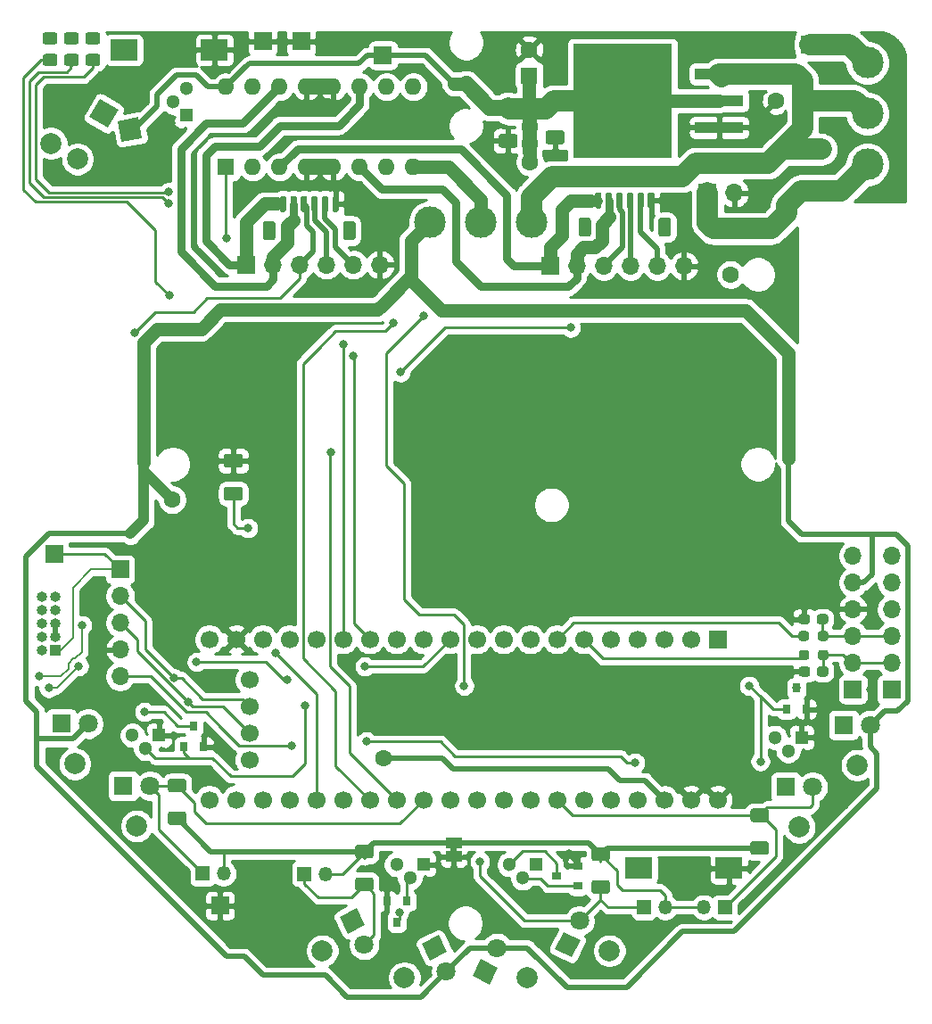
<source format=gtl>
G04 #@! TF.GenerationSoftware,KiCad,Pcbnew,(5.1.12-1-10_14)*
G04 #@! TF.CreationDate,2023-02-02T16:13:30-08:00*
G04 #@! TF.ProjectId,mouse_v2_PAIN,6d6f7573-655f-4763-925f-5041494e2e6b,rev?*
G04 #@! TF.SameCoordinates,Original*
G04 #@! TF.FileFunction,Copper,L1,Top*
G04 #@! TF.FilePolarity,Positive*
%FSLAX46Y46*%
G04 Gerber Fmt 4.6, Leading zero omitted, Abs format (unit mm)*
G04 Created by KiCad (PCBNEW (5.1.12-1-10_14)) date 2023-02-02 16:13:30*
%MOMM*%
%LPD*%
G01*
G04 APERTURE LIST*
G04 #@! TA.AperFunction,EtchedComponent*
%ADD10C,0.100000*%
G04 #@! TD*
G04 #@! TA.AperFunction,ComponentPad*
%ADD11R,1.700000X1.700000*%
G04 #@! TD*
G04 #@! TA.AperFunction,ComponentPad*
%ADD12O,1.700000X1.700000*%
G04 #@! TD*
G04 #@! TA.AperFunction,ComponentPad*
%ADD13C,0.100000*%
G04 #@! TD*
G04 #@! TA.AperFunction,ComponentPad*
%ADD14C,2.000000*%
G04 #@! TD*
G04 #@! TA.AperFunction,ComponentPad*
%ADD15R,1.600000X1.600000*%
G04 #@! TD*
G04 #@! TA.AperFunction,ComponentPad*
%ADD16C,1.600000*%
G04 #@! TD*
G04 #@! TA.AperFunction,ComponentPad*
%ADD17R,1.000000X1.000000*%
G04 #@! TD*
G04 #@! TA.AperFunction,ComponentPad*
%ADD18O,1.000000X1.000000*%
G04 #@! TD*
G04 #@! TA.AperFunction,ComponentPad*
%ADD19C,1.300000*%
G04 #@! TD*
G04 #@! TA.AperFunction,ComponentPad*
%ADD20R,1.300000X1.300000*%
G04 #@! TD*
G04 #@! TA.AperFunction,ComponentPad*
%ADD21C,3.000000*%
G04 #@! TD*
G04 #@! TA.AperFunction,ComponentPad*
%ADD22O,1.600000X1.600000*%
G04 #@! TD*
G04 #@! TA.AperFunction,ComponentPad*
%ADD23R,1.800000X1.800000*%
G04 #@! TD*
G04 #@! TA.AperFunction,ComponentPad*
%ADD24C,1.800000*%
G04 #@! TD*
G04 #@! TA.AperFunction,SMDPad,CuDef*
%ADD25R,1.500000X1.000000*%
G04 #@! TD*
G04 #@! TA.AperFunction,SMDPad,CuDef*
%ADD26R,2.500000X2.000000*%
G04 #@! TD*
G04 #@! TA.AperFunction,ComponentPad*
%ADD27O,1.350000X1.350000*%
G04 #@! TD*
G04 #@! TA.AperFunction,ComponentPad*
%ADD28R,1.350000X1.350000*%
G04 #@! TD*
G04 #@! TA.AperFunction,SMDPad,CuDef*
%ADD29R,4.600000X1.100000*%
G04 #@! TD*
G04 #@! TA.AperFunction,SMDPad,CuDef*
%ADD30R,9.400000X10.800000*%
G04 #@! TD*
G04 #@! TA.AperFunction,ComponentPad*
%ADD31C,1.524000*%
G04 #@! TD*
G04 #@! TA.AperFunction,SMDPad,CuDef*
%ADD32R,0.800000X0.900000*%
G04 #@! TD*
G04 #@! TA.AperFunction,SMDPad,CuDef*
%ADD33R,0.900000X0.800000*%
G04 #@! TD*
G04 #@! TA.AperFunction,ComponentPad*
%ADD34C,1.700000*%
G04 #@! TD*
G04 #@! TA.AperFunction,ViaPad*
%ADD35C,1.600000*%
G04 #@! TD*
G04 #@! TA.AperFunction,ViaPad*
%ADD36C,0.800000*%
G04 #@! TD*
G04 #@! TA.AperFunction,Conductor*
%ADD37C,2.000000*%
G04 #@! TD*
G04 #@! TA.AperFunction,Conductor*
%ADD38C,1.500000*%
G04 #@! TD*
G04 #@! TA.AperFunction,Conductor*
%ADD39C,0.500000*%
G04 #@! TD*
G04 #@! TA.AperFunction,Conductor*
%ADD40C,1.250000*%
G04 #@! TD*
G04 #@! TA.AperFunction,Conductor*
%ADD41C,1.000000*%
G04 #@! TD*
G04 #@! TA.AperFunction,Conductor*
%ADD42C,0.250000*%
G04 #@! TD*
G04 #@! TA.AperFunction,Conductor*
%ADD43C,0.130000*%
G04 #@! TD*
G04 #@! TA.AperFunction,Conductor*
%ADD44C,0.750000*%
G04 #@! TD*
G04 #@! TA.AperFunction,Conductor*
%ADD45C,0.254000*%
G04 #@! TD*
G04 #@! TA.AperFunction,Conductor*
%ADD46C,0.100000*%
G04 #@! TD*
G04 APERTURE END LIST*
D10*
G36*
X158627800Y-133244400D02*
G01*
X158627800Y-132744400D01*
X159227800Y-132744400D01*
X159227800Y-133244400D01*
X158627800Y-133244400D01*
G37*
D11*
X183032400Y-70662800D03*
D12*
X185572400Y-70662800D03*
D11*
X200482200Y-117805200D03*
D12*
X200482200Y-115265200D03*
X200482200Y-112725200D03*
X200482200Y-110185200D03*
X200482200Y-107645200D03*
X200482200Y-105105200D03*
G04 #@! TA.AperFunction,ComponentPad*
D13*
G36*
X129004960Y-63459144D02*
G01*
X129352256Y-65428760D01*
X127382640Y-65776056D01*
X127035344Y-63806440D01*
X129004960Y-63459144D01*
G37*
G04 #@! TD.AperFunction*
D14*
X120709261Y-65937326D03*
G04 #@! TA.AperFunction,ComponentPad*
D13*
G36*
X125338575Y-61727575D02*
G01*
X127070625Y-62727575D01*
X126070625Y-64459625D01*
X124338575Y-63459625D01*
X125338575Y-61727575D01*
G37*
G04 #@! TD.AperFunction*
D14*
X123204600Y-67423727D03*
D15*
X192049400Y-61874400D03*
D16*
X189549400Y-61874400D03*
G04 #@! TA.AperFunction,SMDPad,CuDef*
G36*
G01*
X194490800Y-115840500D02*
X194490800Y-116315500D01*
G75*
G02*
X194253300Y-116553000I-237500J0D01*
G01*
X193653300Y-116553000D01*
G75*
G02*
X193415800Y-116315500I0J237500D01*
G01*
X193415800Y-115840500D01*
G75*
G02*
X193653300Y-115603000I237500J0D01*
G01*
X194253300Y-115603000D01*
G75*
G02*
X194490800Y-115840500I0J-237500D01*
G01*
G37*
G04 #@! TD.AperFunction*
G04 #@! TA.AperFunction,SMDPad,CuDef*
G36*
G01*
X192765800Y-115840500D02*
X192765800Y-116315500D01*
G75*
G02*
X192528300Y-116553000I-237500J0D01*
G01*
X191928300Y-116553000D01*
G75*
G02*
X191690800Y-116315500I0J237500D01*
G01*
X191690800Y-115840500D01*
G75*
G02*
X191928300Y-115603000I237500J0D01*
G01*
X192528300Y-115603000D01*
G75*
G02*
X192765800Y-115840500I0J-237500D01*
G01*
G37*
G04 #@! TD.AperFunction*
G04 #@! TA.AperFunction,SMDPad,CuDef*
G36*
G01*
X192740400Y-110862100D02*
X192740400Y-111337100D01*
G75*
G02*
X192502900Y-111574600I-237500J0D01*
G01*
X191902900Y-111574600D01*
G75*
G02*
X191665400Y-111337100I0J237500D01*
G01*
X191665400Y-110862100D01*
G75*
G02*
X191902900Y-110624600I237500J0D01*
G01*
X192502900Y-110624600D01*
G75*
G02*
X192740400Y-110862100I0J-237500D01*
G01*
G37*
G04 #@! TD.AperFunction*
G04 #@! TA.AperFunction,SMDPad,CuDef*
G36*
G01*
X194465400Y-110862100D02*
X194465400Y-111337100D01*
G75*
G02*
X194227900Y-111574600I-237500J0D01*
G01*
X193627900Y-111574600D01*
G75*
G02*
X193390400Y-111337100I0J237500D01*
G01*
X193390400Y-110862100D01*
G75*
G02*
X193627900Y-110624600I237500J0D01*
G01*
X194227900Y-110624600D01*
G75*
G02*
X194465400Y-110862100I0J-237500D01*
G01*
G37*
G04 #@! TD.AperFunction*
G04 #@! TA.AperFunction,SMDPad,CuDef*
G36*
G01*
X125113201Y-58597600D02*
X124213199Y-58597600D01*
G75*
G02*
X123963200Y-58347601I0J249999D01*
G01*
X123963200Y-57697599D01*
G75*
G02*
X124213199Y-57447600I249999J0D01*
G01*
X125113201Y-57447600D01*
G75*
G02*
X125363200Y-57697599I0J-249999D01*
G01*
X125363200Y-58347601D01*
G75*
G02*
X125113201Y-58597600I-249999J0D01*
G01*
G37*
G04 #@! TD.AperFunction*
G04 #@! TA.AperFunction,SMDPad,CuDef*
G36*
G01*
X125113201Y-56547600D02*
X124213199Y-56547600D01*
G75*
G02*
X123963200Y-56297601I0J249999D01*
G01*
X123963200Y-55647599D01*
G75*
G02*
X124213199Y-55397600I249999J0D01*
G01*
X125113201Y-55397600D01*
G75*
G02*
X125363200Y-55647599I0J-249999D01*
G01*
X125363200Y-56297601D01*
G75*
G02*
X125113201Y-56547600I-249999J0D01*
G01*
G37*
G04 #@! TD.AperFunction*
G04 #@! TA.AperFunction,SMDPad,CuDef*
G36*
G01*
X121049201Y-58597600D02*
X120149199Y-58597600D01*
G75*
G02*
X119899200Y-58347601I0J249999D01*
G01*
X119899200Y-57697599D01*
G75*
G02*
X120149199Y-57447600I249999J0D01*
G01*
X121049201Y-57447600D01*
G75*
G02*
X121299200Y-57697599I0J-249999D01*
G01*
X121299200Y-58347601D01*
G75*
G02*
X121049201Y-58597600I-249999J0D01*
G01*
G37*
G04 #@! TD.AperFunction*
G04 #@! TA.AperFunction,SMDPad,CuDef*
G36*
G01*
X121049201Y-56547600D02*
X120149199Y-56547600D01*
G75*
G02*
X119899200Y-56297601I0J249999D01*
G01*
X119899200Y-55647599D01*
G75*
G02*
X120149199Y-55397600I249999J0D01*
G01*
X121049201Y-55397600D01*
G75*
G02*
X121299200Y-55647599I0J-249999D01*
G01*
X121299200Y-56297601D01*
G75*
G02*
X121049201Y-56547600I-249999J0D01*
G01*
G37*
G04 #@! TD.AperFunction*
G04 #@! TA.AperFunction,SMDPad,CuDef*
G36*
G01*
X123081201Y-56547600D02*
X122181199Y-56547600D01*
G75*
G02*
X121931200Y-56297601I0J249999D01*
G01*
X121931200Y-55647599D01*
G75*
G02*
X122181199Y-55397600I249999J0D01*
G01*
X123081201Y-55397600D01*
G75*
G02*
X123331200Y-55647599I0J-249999D01*
G01*
X123331200Y-56297601D01*
G75*
G02*
X123081201Y-56547600I-249999J0D01*
G01*
G37*
G04 #@! TD.AperFunction*
G04 #@! TA.AperFunction,SMDPad,CuDef*
G36*
G01*
X123081201Y-58597600D02*
X122181199Y-58597600D01*
G75*
G02*
X121931200Y-58347601I0J249999D01*
G01*
X121931200Y-57697599D01*
G75*
G02*
X122181199Y-57447600I249999J0D01*
G01*
X123081201Y-57447600D01*
G75*
G02*
X123331200Y-57697599I0J-249999D01*
G01*
X123331200Y-58347601D01*
G75*
G02*
X123081201Y-58597600I-249999J0D01*
G01*
G37*
G04 #@! TD.AperFunction*
G04 #@! TA.AperFunction,SMDPad,CuDef*
G36*
G01*
X193490400Y-112937300D02*
X193490400Y-112462300D01*
G75*
G02*
X193727900Y-112224800I237500J0D01*
G01*
X194227900Y-112224800D01*
G75*
G02*
X194465400Y-112462300I0J-237500D01*
G01*
X194465400Y-112937300D01*
G75*
G02*
X194227900Y-113174800I-237500J0D01*
G01*
X193727900Y-113174800D01*
G75*
G02*
X193490400Y-112937300I0J237500D01*
G01*
G37*
G04 #@! TD.AperFunction*
G04 #@! TA.AperFunction,SMDPad,CuDef*
G36*
G01*
X191665400Y-112937300D02*
X191665400Y-112462300D01*
G75*
G02*
X191902900Y-112224800I237500J0D01*
G01*
X192402900Y-112224800D01*
G75*
G02*
X192640400Y-112462300I0J-237500D01*
G01*
X192640400Y-112937300D01*
G75*
G02*
X192402900Y-113174800I-237500J0D01*
G01*
X191902900Y-113174800D01*
G75*
G02*
X191665400Y-112937300I0J237500D01*
G01*
G37*
G04 #@! TD.AperFunction*
G04 #@! TA.AperFunction,SMDPad,CuDef*
G36*
G01*
X194490800Y-114265700D02*
X194490800Y-114740700D01*
G75*
G02*
X194253300Y-114978200I-237500J0D01*
G01*
X193753300Y-114978200D01*
G75*
G02*
X193515800Y-114740700I0J237500D01*
G01*
X193515800Y-114265700D01*
G75*
G02*
X193753300Y-114028200I237500J0D01*
G01*
X194253300Y-114028200D01*
G75*
G02*
X194490800Y-114265700I0J-237500D01*
G01*
G37*
G04 #@! TD.AperFunction*
G04 #@! TA.AperFunction,SMDPad,CuDef*
G36*
G01*
X192665800Y-114265700D02*
X192665800Y-114740700D01*
G75*
G02*
X192428300Y-114978200I-237500J0D01*
G01*
X191928300Y-114978200D01*
G75*
G02*
X191690800Y-114740700I0J237500D01*
G01*
X191690800Y-114265700D01*
G75*
G02*
X191928300Y-114028200I237500J0D01*
G01*
X192428300Y-114028200D01*
G75*
G02*
X192665800Y-114265700I0J-237500D01*
G01*
G37*
G04 #@! TD.AperFunction*
D17*
X121081800Y-114046000D03*
D18*
X119811800Y-114046000D03*
X121081800Y-112776000D03*
X119811800Y-112776000D03*
X121081800Y-111506000D03*
X119811800Y-111506000D03*
X121081800Y-110236000D03*
X119811800Y-110236000D03*
X121081800Y-108966000D03*
X119811800Y-108966000D03*
D11*
X127254000Y-106375200D03*
D12*
X127254000Y-108915200D03*
X127254000Y-111455200D03*
X127254000Y-113995200D03*
X127254000Y-116535200D03*
D19*
X190677800Y-123596400D03*
X189407800Y-122326400D03*
D20*
X191947800Y-122326400D03*
X166751000Y-134391400D03*
D19*
X164211000Y-134391400D03*
X165481000Y-135661400D03*
X129692400Y-123393200D03*
X128422400Y-122123200D03*
D20*
X130962400Y-122123200D03*
X156032200Y-134391400D03*
D19*
X153492200Y-134391400D03*
X154762200Y-135661400D03*
X132308600Y-62026800D03*
X133578600Y-60756800D03*
D20*
X133578600Y-63296800D03*
G04 #@! TA.AperFunction,SMDPad,CuDef*
G36*
G01*
X188585001Y-133467200D02*
X187334999Y-133467200D01*
G75*
G02*
X187085000Y-133217201I0J249999D01*
G01*
X187085000Y-132417199D01*
G75*
G02*
X187334999Y-132167200I249999J0D01*
G01*
X188585001Y-132167200D01*
G75*
G02*
X188835000Y-132417199I0J-249999D01*
G01*
X188835000Y-133217201D01*
G75*
G02*
X188585001Y-133467200I-249999J0D01*
G01*
G37*
G04 #@! TD.AperFunction*
G04 #@! TA.AperFunction,SMDPad,CuDef*
G36*
G01*
X188585001Y-130367200D02*
X187334999Y-130367200D01*
G75*
G02*
X187085000Y-130117201I0J249999D01*
G01*
X187085000Y-129317199D01*
G75*
G02*
X187334999Y-129067200I249999J0D01*
G01*
X188585001Y-129067200D01*
G75*
G02*
X188835000Y-129317199I0J-249999D01*
G01*
X188835000Y-130117201D01*
G75*
G02*
X188585001Y-130367200I-249999J0D01*
G01*
G37*
G04 #@! TD.AperFunction*
G04 #@! TA.AperFunction,SMDPad,CuDef*
G36*
G01*
X172247399Y-135875600D02*
X173497401Y-135875600D01*
G75*
G02*
X173747400Y-136125599I0J-249999D01*
G01*
X173747400Y-136925601D01*
G75*
G02*
X173497401Y-137175600I-249999J0D01*
G01*
X172247399Y-137175600D01*
G75*
G02*
X171997400Y-136925601I0J249999D01*
G01*
X171997400Y-136125599D01*
G75*
G02*
X172247399Y-135875600I249999J0D01*
G01*
G37*
G04 #@! TD.AperFunction*
G04 #@! TA.AperFunction,SMDPad,CuDef*
G36*
G01*
X172247399Y-132775600D02*
X173497401Y-132775600D01*
G75*
G02*
X173747400Y-133025599I0J-249999D01*
G01*
X173747400Y-133825601D01*
G75*
G02*
X173497401Y-134075600I-249999J0D01*
G01*
X172247399Y-134075600D01*
G75*
G02*
X171997400Y-133825601I0J249999D01*
G01*
X171997400Y-133025599D01*
G75*
G02*
X172247399Y-132775600I249999J0D01*
G01*
G37*
G04 #@! TD.AperFunction*
G04 #@! TA.AperFunction,SMDPad,CuDef*
G36*
G01*
X133289201Y-130647800D02*
X132039199Y-130647800D01*
G75*
G02*
X131789200Y-130397801I0J249999D01*
G01*
X131789200Y-129597799D01*
G75*
G02*
X132039199Y-129347800I249999J0D01*
G01*
X133289201Y-129347800D01*
G75*
G02*
X133539200Y-129597799I0J-249999D01*
G01*
X133539200Y-130397801D01*
G75*
G02*
X133289201Y-130647800I-249999J0D01*
G01*
G37*
G04 #@! TD.AperFunction*
G04 #@! TA.AperFunction,SMDPad,CuDef*
G36*
G01*
X133289201Y-127547800D02*
X132039199Y-127547800D01*
G75*
G02*
X131789200Y-127297801I0J249999D01*
G01*
X131789200Y-126497799D01*
G75*
G02*
X132039199Y-126247800I249999J0D01*
G01*
X133289201Y-126247800D01*
G75*
G02*
X133539200Y-126497799I0J-249999D01*
G01*
X133539200Y-127297801D01*
G75*
G02*
X133289201Y-127547800I-249999J0D01*
G01*
G37*
G04 #@! TD.AperFunction*
G04 #@! TA.AperFunction,SMDPad,CuDef*
G36*
G01*
X149819199Y-135621600D02*
X151069201Y-135621600D01*
G75*
G02*
X151319200Y-135871599I0J-249999D01*
G01*
X151319200Y-136671601D01*
G75*
G02*
X151069201Y-136921600I-249999J0D01*
G01*
X149819199Y-136921600D01*
G75*
G02*
X149569200Y-136671601I0J249999D01*
G01*
X149569200Y-135871599D01*
G75*
G02*
X149819199Y-135621600I249999J0D01*
G01*
G37*
G04 #@! TD.AperFunction*
G04 #@! TA.AperFunction,SMDPad,CuDef*
G36*
G01*
X149819199Y-132521600D02*
X151069201Y-132521600D01*
G75*
G02*
X151319200Y-132771599I0J-249999D01*
G01*
X151319200Y-133571601D01*
G75*
G02*
X151069201Y-133821600I-249999J0D01*
G01*
X149819199Y-133821600D01*
G75*
G02*
X149569200Y-133571601I0J249999D01*
G01*
X149569200Y-132771599D01*
G75*
G02*
X149819199Y-132521600I249999J0D01*
G01*
G37*
G04 #@! TD.AperFunction*
D21*
X198196200Y-63119000D03*
X198196200Y-67945000D03*
X198196200Y-58293000D03*
D11*
X192735200Y-56565800D03*
X136728200Y-138303000D03*
D15*
X137312400Y-68199000D03*
D22*
X155092400Y-60579000D03*
X139852400Y-68199000D03*
X152552400Y-60579000D03*
X142392400Y-68199000D03*
X150012400Y-60579000D03*
X144932400Y-68199000D03*
X147472400Y-60579000D03*
X147472400Y-68199000D03*
X144932400Y-60579000D03*
X150012400Y-68199000D03*
X142392400Y-60579000D03*
X152552400Y-68199000D03*
X139852400Y-60579000D03*
X155092400Y-68199000D03*
X137312400Y-60579000D03*
D21*
X161493200Y-73406000D03*
X166319200Y-73406000D03*
X156667200Y-73406000D03*
D23*
X195935600Y-121158000D03*
D24*
X198475600Y-121158000D03*
D14*
X197205600Y-124968000D03*
X165875971Y-145140247D03*
D24*
X163032942Y-142303667D03*
G04 #@! TA.AperFunction,ComponentPad*
D13*
G36*
X162303463Y-145783819D02*
G01*
X160692581Y-144980663D01*
X161495737Y-143369781D01*
X163106619Y-144172937D01*
X162303463Y-145783819D01*
G37*
G04 #@! TD.AperFunction*
D14*
X122948700Y-124841000D03*
D24*
X124218700Y-121031000D03*
D23*
X121678700Y-121031000D03*
G04 #@! TA.AperFunction,ComponentPad*
D13*
G36*
X155876239Y-141899804D02*
G01*
X157487121Y-141096648D01*
X158290277Y-142707530D01*
X156679395Y-143510686D01*
X155876239Y-141899804D01*
G37*
G04 #@! TD.AperFunction*
D24*
X158216600Y-144576800D03*
D14*
X154240229Y-145140247D03*
D23*
X190449200Y-127050800D03*
D24*
X192989200Y-127050800D03*
D14*
X191719200Y-130860800D03*
X173699171Y-142574847D03*
D24*
X170856142Y-139738267D03*
G04 #@! TA.AperFunction,ComponentPad*
D13*
G36*
X170126663Y-143218419D02*
G01*
X168515781Y-142415263D01*
X169318937Y-140804381D01*
X170929819Y-141607537D01*
X170126663Y-143218419D01*
G37*
G04 #@! TD.AperFunction*
D23*
X127558800Y-126923800D03*
D24*
X130098800Y-126923800D03*
D14*
X128828800Y-130733800D03*
X146442429Y-142574847D03*
D24*
X150418800Y-142011400D03*
G04 #@! TA.AperFunction,ComponentPad*
D13*
G36*
X148078439Y-139334404D02*
G01*
X149689321Y-138531248D01*
X150492477Y-140142130D01*
X148881595Y-140945286D01*
X148078439Y-139334404D01*
G37*
G04 #@! TD.AperFunction*
G04 #@! TA.AperFunction,SMDPad,CuDef*
G36*
G01*
X163433998Y-65035000D02*
X164734002Y-65035000D01*
G75*
G02*
X164984000Y-65284998I0J-249998D01*
G01*
X164984000Y-66110002D01*
G75*
G02*
X164734002Y-66360000I-249998J0D01*
G01*
X163433998Y-66360000D01*
G75*
G02*
X163184000Y-66110002I0J249998D01*
G01*
X163184000Y-65284998D01*
G75*
G02*
X163433998Y-65035000I249998J0D01*
G01*
G37*
G04 #@! TD.AperFunction*
G04 #@! TA.AperFunction,SMDPad,CuDef*
G36*
G01*
X163433998Y-61910000D02*
X164734002Y-61910000D01*
G75*
G02*
X164984000Y-62159998I0J-249998D01*
G01*
X164984000Y-62985002D01*
G75*
G02*
X164734002Y-63235000I-249998J0D01*
G01*
X163433998Y-63235000D01*
G75*
G02*
X163184000Y-62985002I0J249998D01*
G01*
X163184000Y-62159998D01*
G75*
G02*
X163433998Y-61910000I249998J0D01*
G01*
G37*
G04 #@! TD.AperFunction*
D15*
X166090600Y-59537600D03*
D16*
X166090600Y-57037600D03*
G04 #@! TA.AperFunction,SMDPad,CuDef*
G36*
G01*
X142011800Y-73574999D02*
X142011800Y-74875001D01*
G75*
G02*
X141761801Y-75125000I-249999J0D01*
G01*
X141061799Y-75125000D01*
G75*
G02*
X140811800Y-74875001I0J249999D01*
G01*
X140811800Y-73574999D01*
G75*
G02*
X141061799Y-73325000I249999J0D01*
G01*
X141761801Y-73325000D01*
G75*
G02*
X142011800Y-73574999I0J-249999D01*
G01*
G37*
G04 #@! TD.AperFunction*
G04 #@! TA.AperFunction,SMDPad,CuDef*
G36*
G01*
X149611800Y-73574999D02*
X149611800Y-74875001D01*
G75*
G02*
X149361801Y-75125000I-249999J0D01*
G01*
X148661799Y-75125000D01*
G75*
G02*
X148411800Y-74875001I0J249999D01*
G01*
X148411800Y-73574999D01*
G75*
G02*
X148661799Y-73325000I249999J0D01*
G01*
X149361801Y-73325000D01*
G75*
G02*
X149611800Y-73574999I0J-249999D01*
G01*
G37*
G04 #@! TD.AperFunction*
G04 #@! TA.AperFunction,SMDPad,CuDef*
G36*
G01*
X143011800Y-71075000D02*
X143011800Y-72325000D01*
G75*
G02*
X142861800Y-72475000I-150000J0D01*
G01*
X142561800Y-72475000D01*
G75*
G02*
X142411800Y-72325000I0J150000D01*
G01*
X142411800Y-71075000D01*
G75*
G02*
X142561800Y-70925000I150000J0D01*
G01*
X142861800Y-70925000D01*
G75*
G02*
X143011800Y-71075000I0J-150000D01*
G01*
G37*
G04 #@! TD.AperFunction*
G04 #@! TA.AperFunction,SMDPad,CuDef*
G36*
G01*
X144011800Y-71075000D02*
X144011800Y-72325000D01*
G75*
G02*
X143861800Y-72475000I-150000J0D01*
G01*
X143561800Y-72475000D01*
G75*
G02*
X143411800Y-72325000I0J150000D01*
G01*
X143411800Y-71075000D01*
G75*
G02*
X143561800Y-70925000I150000J0D01*
G01*
X143861800Y-70925000D01*
G75*
G02*
X144011800Y-71075000I0J-150000D01*
G01*
G37*
G04 #@! TD.AperFunction*
G04 #@! TA.AperFunction,SMDPad,CuDef*
G36*
G01*
X145011800Y-71075000D02*
X145011800Y-72325000D01*
G75*
G02*
X144861800Y-72475000I-150000J0D01*
G01*
X144561800Y-72475000D01*
G75*
G02*
X144411800Y-72325000I0J150000D01*
G01*
X144411800Y-71075000D01*
G75*
G02*
X144561800Y-70925000I150000J0D01*
G01*
X144861800Y-70925000D01*
G75*
G02*
X145011800Y-71075000I0J-150000D01*
G01*
G37*
G04 #@! TD.AperFunction*
G04 #@! TA.AperFunction,SMDPad,CuDef*
G36*
G01*
X146011800Y-71075000D02*
X146011800Y-72325000D01*
G75*
G02*
X145861800Y-72475000I-150000J0D01*
G01*
X145561800Y-72475000D01*
G75*
G02*
X145411800Y-72325000I0J150000D01*
G01*
X145411800Y-71075000D01*
G75*
G02*
X145561800Y-70925000I150000J0D01*
G01*
X145861800Y-70925000D01*
G75*
G02*
X146011800Y-71075000I0J-150000D01*
G01*
G37*
G04 #@! TD.AperFunction*
G04 #@! TA.AperFunction,SMDPad,CuDef*
G36*
G01*
X147011800Y-71075000D02*
X147011800Y-72325000D01*
G75*
G02*
X146861800Y-72475000I-150000J0D01*
G01*
X146561800Y-72475000D01*
G75*
G02*
X146411800Y-72325000I0J150000D01*
G01*
X146411800Y-71075000D01*
G75*
G02*
X146561800Y-70925000I150000J0D01*
G01*
X146861800Y-70925000D01*
G75*
G02*
X147011800Y-71075000I0J-150000D01*
G01*
G37*
G04 #@! TD.AperFunction*
G04 #@! TA.AperFunction,SMDPad,CuDef*
G36*
G01*
X148011800Y-71075000D02*
X148011800Y-72325000D01*
G75*
G02*
X147861800Y-72475000I-150000J0D01*
G01*
X147561800Y-72475000D01*
G75*
G02*
X147411800Y-72325000I0J150000D01*
G01*
X147411800Y-71075000D01*
G75*
G02*
X147561800Y-70925000I150000J0D01*
G01*
X147861800Y-70925000D01*
G75*
G02*
X148011800Y-71075000I0J-150000D01*
G01*
G37*
G04 #@! TD.AperFunction*
G04 #@! TA.AperFunction,SMDPad,CuDef*
G36*
G01*
X177958400Y-70744800D02*
X177958400Y-71994800D01*
G75*
G02*
X177808400Y-72144800I-150000J0D01*
G01*
X177508400Y-72144800D01*
G75*
G02*
X177358400Y-71994800I0J150000D01*
G01*
X177358400Y-70744800D01*
G75*
G02*
X177508400Y-70594800I150000J0D01*
G01*
X177808400Y-70594800D01*
G75*
G02*
X177958400Y-70744800I0J-150000D01*
G01*
G37*
G04 #@! TD.AperFunction*
G04 #@! TA.AperFunction,SMDPad,CuDef*
G36*
G01*
X176958400Y-70744800D02*
X176958400Y-71994800D01*
G75*
G02*
X176808400Y-72144800I-150000J0D01*
G01*
X176508400Y-72144800D01*
G75*
G02*
X176358400Y-71994800I0J150000D01*
G01*
X176358400Y-70744800D01*
G75*
G02*
X176508400Y-70594800I150000J0D01*
G01*
X176808400Y-70594800D01*
G75*
G02*
X176958400Y-70744800I0J-150000D01*
G01*
G37*
G04 #@! TD.AperFunction*
G04 #@! TA.AperFunction,SMDPad,CuDef*
G36*
G01*
X175958400Y-70744800D02*
X175958400Y-71994800D01*
G75*
G02*
X175808400Y-72144800I-150000J0D01*
G01*
X175508400Y-72144800D01*
G75*
G02*
X175358400Y-71994800I0J150000D01*
G01*
X175358400Y-70744800D01*
G75*
G02*
X175508400Y-70594800I150000J0D01*
G01*
X175808400Y-70594800D01*
G75*
G02*
X175958400Y-70744800I0J-150000D01*
G01*
G37*
G04 #@! TD.AperFunction*
G04 #@! TA.AperFunction,SMDPad,CuDef*
G36*
G01*
X174958400Y-70744800D02*
X174958400Y-71994800D01*
G75*
G02*
X174808400Y-72144800I-150000J0D01*
G01*
X174508400Y-72144800D01*
G75*
G02*
X174358400Y-71994800I0J150000D01*
G01*
X174358400Y-70744800D01*
G75*
G02*
X174508400Y-70594800I150000J0D01*
G01*
X174808400Y-70594800D01*
G75*
G02*
X174958400Y-70744800I0J-150000D01*
G01*
G37*
G04 #@! TD.AperFunction*
G04 #@! TA.AperFunction,SMDPad,CuDef*
G36*
G01*
X173958400Y-70744800D02*
X173958400Y-71994800D01*
G75*
G02*
X173808400Y-72144800I-150000J0D01*
G01*
X173508400Y-72144800D01*
G75*
G02*
X173358400Y-71994800I0J150000D01*
G01*
X173358400Y-70744800D01*
G75*
G02*
X173508400Y-70594800I150000J0D01*
G01*
X173808400Y-70594800D01*
G75*
G02*
X173958400Y-70744800I0J-150000D01*
G01*
G37*
G04 #@! TD.AperFunction*
G04 #@! TA.AperFunction,SMDPad,CuDef*
G36*
G01*
X172958400Y-70744800D02*
X172958400Y-71994800D01*
G75*
G02*
X172808400Y-72144800I-150000J0D01*
G01*
X172508400Y-72144800D01*
G75*
G02*
X172358400Y-71994800I0J150000D01*
G01*
X172358400Y-70744800D01*
G75*
G02*
X172508400Y-70594800I150000J0D01*
G01*
X172808400Y-70594800D01*
G75*
G02*
X172958400Y-70744800I0J-150000D01*
G01*
G37*
G04 #@! TD.AperFunction*
G04 #@! TA.AperFunction,SMDPad,CuDef*
G36*
G01*
X179558400Y-73244799D02*
X179558400Y-74544801D01*
G75*
G02*
X179308401Y-74794800I-249999J0D01*
G01*
X178608399Y-74794800D01*
G75*
G02*
X178358400Y-74544801I0J249999D01*
G01*
X178358400Y-73244799D01*
G75*
G02*
X178608399Y-72994800I249999J0D01*
G01*
X179308401Y-72994800D01*
G75*
G02*
X179558400Y-73244799I0J-249999D01*
G01*
G37*
G04 #@! TD.AperFunction*
G04 #@! TA.AperFunction,SMDPad,CuDef*
G36*
G01*
X171958400Y-73244799D02*
X171958400Y-74544801D01*
G75*
G02*
X171708401Y-74794800I-249999J0D01*
G01*
X171008399Y-74794800D01*
G75*
G02*
X170758400Y-74544801I0J249999D01*
G01*
X170758400Y-73244799D01*
G75*
G02*
X171008399Y-72994800I249999J0D01*
G01*
X171708401Y-72994800D01*
G75*
G02*
X171958400Y-73244799I0J-249999D01*
G01*
G37*
G04 #@! TD.AperFunction*
G04 #@! TA.AperFunction,SMDPad,CuDef*
G36*
G01*
X167878998Y-64704800D02*
X169179002Y-64704800D01*
G75*
G02*
X169429000Y-64954798I0J-249998D01*
G01*
X169429000Y-65779802D01*
G75*
G02*
X169179002Y-66029800I-249998J0D01*
G01*
X167878998Y-66029800D01*
G75*
G02*
X167629000Y-65779802I0J249998D01*
G01*
X167629000Y-64954798D01*
G75*
G02*
X167878998Y-64704800I249998J0D01*
G01*
G37*
G04 #@! TD.AperFunction*
G04 #@! TA.AperFunction,SMDPad,CuDef*
G36*
G01*
X167878998Y-61579800D02*
X169179002Y-61579800D01*
G75*
G02*
X169429000Y-61829798I0J-249998D01*
G01*
X169429000Y-62654802D01*
G75*
G02*
X169179002Y-62904800I-249998J0D01*
G01*
X167878998Y-62904800D01*
G75*
G02*
X167629000Y-62654802I0J249998D01*
G01*
X167629000Y-61829798D01*
G75*
G02*
X167878998Y-61579800I249998J0D01*
G01*
G37*
G04 #@! TD.AperFunction*
D12*
X151917400Y-77470000D03*
X149377400Y-77470000D03*
X146837400Y-77470000D03*
X144297400Y-77470000D03*
X141757400Y-77470000D03*
D11*
X139217400Y-77470000D03*
X168071800Y-77571600D03*
D12*
X170611800Y-77571600D03*
X173151800Y-77571600D03*
X175691800Y-77571600D03*
X178231800Y-77571600D03*
X180771800Y-77571600D03*
D11*
X152196800Y-57581800D03*
X120980200Y-104902000D03*
D25*
X158927800Y-133644400D03*
X158927800Y-132344400D03*
D26*
X136207600Y-57073800D03*
X127647600Y-57073800D03*
X176491800Y-134747000D03*
X185051800Y-134747000D03*
D27*
X146754600Y-135280400D03*
D28*
X144754600Y-135280400D03*
X135077200Y-135255000D03*
D27*
X137077200Y-135255000D03*
X178987200Y-138455400D03*
D28*
X176987200Y-138455400D03*
X184658000Y-138455400D03*
D27*
X182658000Y-138455400D03*
D29*
X184108400Y-64439800D03*
X184108400Y-61899800D03*
X184108400Y-59359800D03*
D30*
X174958400Y-61899800D03*
D31*
X176047400Y-58343800D03*
X176047400Y-60375800D03*
X178079400Y-60375800D03*
X178079400Y-58343800D03*
X174015400Y-58343800D03*
X171983400Y-58343800D03*
X174015400Y-60375800D03*
X171983400Y-60375800D03*
X171983400Y-62407800D03*
X174015400Y-62407800D03*
X176047400Y-62407800D03*
X178079400Y-62407800D03*
X171983400Y-64439800D03*
X174015400Y-64439800D03*
X176047400Y-64439800D03*
X178079400Y-64439800D03*
X178079400Y-66471800D03*
X176047400Y-66471800D03*
X174015400Y-66471800D03*
X171983400Y-66471800D03*
D32*
X190515200Y-119643400D03*
X192415200Y-119643400D03*
X191465200Y-117643400D03*
D33*
X168697400Y-135483600D03*
X170697400Y-134533600D03*
X170697400Y-136433600D03*
D32*
X133289000Y-123224800D03*
X135189000Y-123224800D03*
X134239000Y-121224800D03*
X153517600Y-139861800D03*
X152567600Y-137861800D03*
X154467600Y-137861800D03*
G04 #@! TA.AperFunction,SMDPad,CuDef*
G36*
G01*
X138648202Y-99862600D02*
X137348198Y-99862600D01*
G75*
G02*
X137098200Y-99612602I0J249998D01*
G01*
X137098200Y-98787598D01*
G75*
G02*
X137348198Y-98537600I249998J0D01*
G01*
X138648202Y-98537600D01*
G75*
G02*
X138898200Y-98787598I0J-249998D01*
G01*
X138898200Y-99612602D01*
G75*
G02*
X138648202Y-99862600I-249998J0D01*
G01*
G37*
G04 #@! TD.AperFunction*
G04 #@! TA.AperFunction,SMDPad,CuDef*
G36*
G01*
X138648202Y-96737600D02*
X137348198Y-96737600D01*
G75*
G02*
X137098200Y-96487602I0J249998D01*
G01*
X137098200Y-95662598D01*
G75*
G02*
X137348198Y-95412600I249998J0D01*
G01*
X138648202Y-95412600D01*
G75*
G02*
X138898200Y-95662598I0J-249998D01*
G01*
X138898200Y-96487602D01*
G75*
G02*
X138648202Y-96737600I-249998J0D01*
G01*
G37*
G04 #@! TD.AperFunction*
D34*
X139522200Y-116840000D03*
X139522200Y-119380000D03*
X139522200Y-121920000D03*
X139522200Y-124460000D03*
X183972200Y-128270000D03*
D11*
X183972200Y-113030000D03*
D34*
X181432200Y-128270000D03*
X181432200Y-113030000D03*
X178892200Y-128270000D03*
X178892200Y-113030000D03*
X176352200Y-128270000D03*
X176352200Y-113030000D03*
X173812200Y-128270000D03*
X173812200Y-113030000D03*
X171272200Y-128270000D03*
X171272200Y-113030000D03*
X168732200Y-128270000D03*
X168732200Y-113030000D03*
X166192200Y-128270000D03*
X166192200Y-113030000D03*
X163652200Y-128270000D03*
X163652200Y-113030000D03*
X161112200Y-128270000D03*
X161112200Y-113030000D03*
X158572200Y-128270000D03*
X158572200Y-113030000D03*
X156032200Y-128270000D03*
X156032200Y-113030000D03*
X153492200Y-128270000D03*
X153492200Y-113030000D03*
X150952200Y-128270000D03*
X150952200Y-113030000D03*
X148412200Y-128270000D03*
X148412200Y-113030000D03*
X145872200Y-128270000D03*
X145872200Y-113030000D03*
X143332200Y-128270000D03*
X143332200Y-113030000D03*
X140792200Y-128270000D03*
X140792200Y-113030000D03*
X138252200Y-128270000D03*
X138252200Y-113030000D03*
X135712200Y-128270000D03*
X135712200Y-113030000D03*
D11*
X196824600Y-117779800D03*
D12*
X196824600Y-115239800D03*
X196824600Y-112699800D03*
X196824600Y-110159800D03*
X196824600Y-107619800D03*
X196824600Y-105079800D03*
D11*
X144449800Y-56261000D03*
X140792200Y-56235600D03*
D35*
X185216800Y-78384400D03*
D36*
X124663200Y-55972600D03*
X120599200Y-55972600D03*
X122631200Y-55972600D03*
X136194800Y-57023000D03*
X158978600Y-133705600D03*
X184099200Y-64465200D03*
X168529000Y-65379600D03*
X164058600Y-65659000D03*
X154000200Y-62738000D03*
X154965400Y-118897400D03*
X138836400Y-110286800D03*
X138912600Y-107848400D03*
X138938000Y-105486200D03*
X184404000Y-135280400D03*
X182397400Y-134772400D03*
X184404000Y-134264400D03*
D35*
X160756600Y-120370600D03*
X157124400Y-138252200D03*
X160248600Y-85115400D03*
X162001200Y-85115400D03*
X163728400Y-85115400D03*
X165430200Y-85115400D03*
X167182800Y-85090000D03*
X168935400Y-84988400D03*
X170688000Y-85013800D03*
X172415200Y-85039200D03*
X174142400Y-85064600D03*
X175869600Y-85039200D03*
X177571400Y-85013800D03*
X179273200Y-84988400D03*
X180949600Y-85039200D03*
X182651400Y-85064600D03*
X184353200Y-85090000D03*
X186029600Y-85064600D03*
D36*
X182651400Y-136728200D03*
X180365400Y-136753600D03*
X181508400Y-136753600D03*
D35*
X194386200Y-129540000D03*
X195656200Y-128498600D03*
X196875400Y-127279400D03*
X195326000Y-126796800D03*
X193497200Y-124460000D03*
X195021200Y-123698000D03*
X124155200Y-126898400D03*
X125374400Y-125577600D03*
X125653800Y-123545600D03*
X127203200Y-124561600D03*
X134264400Y-98069400D03*
X135788400Y-97129600D03*
X134747000Y-95605600D03*
X133527800Y-94208600D03*
X131622800Y-93853000D03*
X131495800Y-92100400D03*
X133375400Y-101777800D03*
X131648200Y-101879400D03*
D36*
X137363200Y-107848400D03*
X137312400Y-108991400D03*
X137363200Y-110236000D03*
X137185400Y-111633000D03*
X140385800Y-111277400D03*
D35*
X156616400Y-116967000D03*
X158267400Y-116967000D03*
X152857200Y-120421400D03*
X151206200Y-120396000D03*
X184429400Y-117322600D03*
X184556400Y-119024400D03*
X182905400Y-118262400D03*
X176707800Y-117602000D03*
X174929800Y-117652800D03*
X173177200Y-117729000D03*
X171399200Y-117729000D03*
X169646600Y-117602000D03*
X167868600Y-117602000D03*
X166065200Y-117576600D03*
X162077400Y-119176800D03*
X162077400Y-117398800D03*
X163779200Y-118135400D03*
X146888200Y-62433200D03*
X150901400Y-74066400D03*
X144932400Y-62534800D03*
X143103600Y-62585600D03*
X162610800Y-59461400D03*
X162636200Y-57835800D03*
X162763200Y-56184800D03*
X164058600Y-57124600D03*
X164033200Y-58724800D03*
X168554400Y-56134000D03*
X168630600Y-57886600D03*
X168630600Y-59486800D03*
X181991000Y-56642000D03*
X183819800Y-56616600D03*
X185623200Y-56616600D03*
X187375800Y-56616600D03*
X189128400Y-56616600D03*
X187985400Y-70307200D03*
X199898000Y-65481200D03*
X201091800Y-64211200D03*
X201091800Y-66802000D03*
X199872600Y-60655200D03*
X201066400Y-59334400D03*
X201193400Y-61671200D03*
X201041000Y-69418200D03*
X199593200Y-70789800D03*
X190677800Y-76276200D03*
X190703200Y-77978000D03*
X190703200Y-79679800D03*
X190779400Y-81432400D03*
X182956200Y-79095600D03*
X183057800Y-76479400D03*
D36*
X162077400Y-65430400D03*
X162229800Y-64363600D03*
X164109400Y-67335400D03*
X167970200Y-67030600D03*
X169265600Y-67030600D03*
D35*
X187807600Y-63373000D03*
X189331600Y-63982600D03*
X187934600Y-65125600D03*
D36*
X187604400Y-61620400D03*
X180924200Y-65887600D03*
X180771800Y-64033400D03*
D35*
X161213800Y-137744200D03*
X162433000Y-138811000D03*
D36*
X160324800Y-134823200D03*
X157657800Y-134924800D03*
X132105400Y-63982600D03*
X140411200Y-110363000D03*
D35*
X193065400Y-108864400D03*
X194487800Y-106248200D03*
X193065400Y-107137200D03*
X194487800Y-108000800D03*
X181635400Y-123571000D03*
X183413400Y-123596400D03*
X185140600Y-123545600D03*
X185166000Y-125349000D03*
X183438800Y-125349000D03*
X181584600Y-125298200D03*
D36*
X167513000Y-140792200D03*
X167513000Y-141732000D03*
X158953200Y-134823200D03*
X155092400Y-139242800D03*
X156946600Y-139649200D03*
X157861000Y-139649200D03*
X136880600Y-123317000D03*
X137718800Y-124460000D03*
X137566400Y-116306600D03*
X136931400Y-116992400D03*
X169875200Y-133400200D03*
X156057600Y-139242800D03*
X159054800Y-141833600D03*
X167436800Y-137388600D03*
X168376600Y-137668000D03*
X167309800Y-138328400D03*
X168402000Y-138658600D03*
X169291000Y-138125200D03*
X163728400Y-139547600D03*
X132384800Y-56997600D03*
X133375400Y-57023000D03*
X132892800Y-56083200D03*
X132842000Y-57937400D03*
D35*
X193065400Y-105359200D03*
D36*
X194030600Y-117983000D03*
X194843400Y-117475000D03*
X198450200Y-116459000D03*
X198450200Y-117754400D03*
X198399400Y-119176800D03*
X138658600Y-55880000D03*
X138658600Y-57048400D03*
X193116200Y-117957600D03*
X194843400Y-118389400D03*
D35*
X134264400Y-137464800D03*
D36*
X138760200Y-134518400D03*
X138760200Y-135788400D03*
X138734800Y-137236200D03*
X138709400Y-138430000D03*
X139166600Y-139446000D03*
X138328400Y-140182600D03*
X137312400Y-140284200D03*
X136321800Y-140208000D03*
X125044200Y-113639600D03*
X120396000Y-119049800D03*
X121361200Y-119075200D03*
X127406400Y-128930400D03*
X130378200Y-132080000D03*
D35*
X166154500Y-62699500D03*
X166154500Y-64325100D03*
X166154500Y-65925300D03*
X166154500Y-67703300D03*
X168465100Y-61899800D03*
X164084000Y-62572500D03*
X132181600Y-99771200D03*
D36*
X129489200Y-84836000D03*
X156083000Y-82321400D03*
X159918400Y-117424200D03*
D35*
X193433700Y-66509900D03*
X191122300Y-66509900D03*
X152273000Y-124307600D03*
D36*
X170027600Y-83439000D03*
X153873200Y-87680800D03*
X128625600Y-83896200D03*
X132390755Y-116707045D03*
X133718300Y-118960900D03*
X119606971Y-116536829D03*
X123632200Y-111683800D03*
X120472200Y-117652800D03*
X123327400Y-115570000D03*
X176148400Y-124739400D03*
X150647400Y-122707400D03*
X143560800Y-123088400D03*
X176422000Y-134677200D03*
X134518400Y-115163600D03*
X143078200Y-116814600D03*
X150489045Y-115589445D03*
X149377400Y-86106000D03*
X148412200Y-85039200D03*
X161417000Y-134112000D03*
X150444200Y-136271600D03*
X186969400Y-117424200D03*
X188036200Y-124611800D03*
X191465200Y-117643400D03*
X144830800Y-119329200D03*
X142036800Y-114350800D03*
X127647600Y-57073800D03*
X124637800Y-58013600D03*
X131826000Y-70561200D03*
X120599200Y-58039000D03*
X131902200Y-80365600D03*
X122580400Y-58013600D03*
X131876800Y-71653400D03*
X147243800Y-95250000D03*
X137337800Y-74955400D03*
X153212800Y-82981800D03*
X150444200Y-133171600D03*
X132664200Y-129997800D03*
X172872400Y-133425600D03*
X187960000Y-132817200D03*
X129566000Y-119913400D03*
X153746200Y-138938000D03*
X139395200Y-102463600D03*
D37*
X183032400Y-73512800D02*
X183560600Y-74041000D01*
X183032400Y-70662800D02*
X183032400Y-73512800D01*
X183560600Y-74041000D02*
X189052200Y-74041000D01*
X189052200Y-74041000D02*
X190500000Y-72593200D01*
X190500000Y-72593200D02*
X190500000Y-71780400D01*
X190500000Y-71780400D02*
X191846200Y-70434200D01*
X195707000Y-70434200D02*
X198196200Y-67945000D01*
X191846200Y-70434200D02*
X195707000Y-70434200D01*
D38*
X147472400Y-60579000D02*
X144932400Y-60579000D01*
X147472400Y-68199000D02*
X144932400Y-68199000D01*
D39*
X170697400Y-134222400D02*
X169875200Y-133400200D01*
X170697400Y-134533600D02*
X170697400Y-134222400D01*
D37*
X168465100Y-61899800D02*
X167665400Y-62699500D01*
X174958400Y-61899800D02*
X168465100Y-61899800D01*
X164211000Y-62699500D02*
X164084000Y-62572500D01*
X167665400Y-62699500D02*
X166154500Y-62699500D01*
X168465100Y-61899800D02*
X168452800Y-61899800D01*
X166154500Y-62699500D02*
X164211000Y-62699500D01*
D40*
X174958400Y-61899800D02*
X174958400Y-57635800D01*
X174958400Y-61899800D02*
X174958400Y-66189200D01*
X174958400Y-61899800D02*
X184108400Y-61899800D01*
X166154500Y-62699500D02*
X166154500Y-64325100D01*
X166090600Y-66700400D02*
X166090600Y-59537600D01*
X166154500Y-66764300D02*
X166090600Y-66700400D01*
X166154500Y-64325100D02*
X166154500Y-65925300D01*
X166154500Y-65925300D02*
X166154500Y-66764300D01*
X166154500Y-66764300D02*
X166154500Y-67703300D01*
X166154500Y-67703300D02*
X166154500Y-67855700D01*
D37*
X168465100Y-61899800D02*
X168465100Y-61899800D01*
X164084000Y-62572500D02*
X164084000Y-62572500D01*
D40*
X156667200Y-73406000D02*
X154863800Y-75209400D01*
X154863800Y-75209400D02*
X154863800Y-78536800D01*
X154863800Y-78536800D02*
X152146000Y-81254600D01*
X129489200Y-84836000D02*
X129489200Y-96164400D01*
X154863800Y-78536800D02*
X154863800Y-78892400D01*
X154863800Y-78892400D02*
X157784800Y-81813400D01*
X157784800Y-81813400D02*
X186664600Y-81813400D01*
X186664600Y-81813400D02*
X190703200Y-85852000D01*
X190703200Y-85852000D02*
X190703200Y-95885000D01*
D39*
X155829000Y-146964400D02*
X158216600Y-144576800D01*
X119329200Y-125069600D02*
X137363200Y-143103600D01*
X148789580Y-146964400D02*
X155829000Y-146964400D01*
X118313200Y-118897400D02*
X119329200Y-119913400D01*
X118313200Y-105206800D02*
X118313200Y-118897400D01*
X128219200Y-102997000D02*
X120523000Y-102997000D01*
X120523000Y-102997000D02*
X118313200Y-105206800D01*
X160489733Y-142303667D02*
X163032942Y-142303667D01*
X158216600Y-144576800D02*
X160489733Y-142303667D01*
X190703200Y-101803200D02*
X190703200Y-95885000D01*
X191947800Y-103047800D02*
X190703200Y-101803200D01*
X198475600Y-121158000D02*
X199847200Y-119786400D01*
X202006200Y-104114600D02*
X200939400Y-103047800D01*
X201066400Y-119786400D02*
X202006200Y-118846600D01*
X199847200Y-119786400D02*
X201066400Y-119786400D01*
X202006200Y-107975400D02*
X202006200Y-104114600D01*
X202006200Y-118846600D02*
X202006200Y-107975400D01*
X122770900Y-122478800D02*
X124218700Y-121031000D01*
X119329200Y-122478800D02*
X122770900Y-122478800D01*
X119329200Y-119913400D02*
X119329200Y-122478800D01*
X119329200Y-122478800D02*
X119329200Y-125069600D01*
X128193800Y-64617600D02*
X128549400Y-64617600D01*
X128549400Y-64617600D02*
X130759200Y-62407800D01*
X130759200Y-62407800D02*
X130759200Y-61315600D01*
X130759200Y-61315600D02*
X132613400Y-59461400D01*
X132613400Y-59461400D02*
X134442200Y-59461400D01*
X135559800Y-60579000D02*
X137312400Y-60579000D01*
X134442200Y-59461400D02*
X135559800Y-60579000D01*
X165925667Y-142303667D02*
X163032942Y-142303667D01*
X193014600Y-133273800D02*
X192989200Y-133273800D01*
X198585601Y-127702799D02*
X193014600Y-133273800D01*
X169672000Y-146050000D02*
X165925667Y-142303667D01*
X198475600Y-121158000D02*
X198585601Y-121268001D01*
X137363200Y-143103600D02*
X139014200Y-143103600D01*
X139014200Y-143103600D02*
X140817600Y-144907000D01*
X146732180Y-144907000D02*
X148789580Y-146964400D01*
X140817600Y-144907000D02*
X146732180Y-144907000D01*
X169672000Y-146050000D02*
X175336200Y-146050000D01*
X175336200Y-146050000D02*
X180619400Y-140766800D01*
X185521600Y-140766800D02*
X193014600Y-133273800D01*
X180619400Y-140766800D02*
X185521600Y-140766800D01*
D41*
X129489200Y-101727000D02*
X128219200Y-102997000D01*
X129489200Y-96164400D02*
X129489200Y-97002600D01*
X129489200Y-97002600D02*
X129489200Y-97078800D01*
X129489200Y-97002600D02*
X129489200Y-101727000D01*
X129489200Y-97078800D02*
X132181600Y-99771200D01*
X132181600Y-99771200D02*
X132181600Y-99771200D01*
D38*
X162369100Y-62572500D02*
X160096200Y-60299600D01*
X164084000Y-62572500D02*
X162369100Y-62572500D01*
D40*
X129489200Y-84836000D02*
X130759200Y-83566000D01*
X130759200Y-83566000D02*
X134950200Y-83566000D01*
X134950200Y-83566000D02*
X136779000Y-81737200D01*
X151663400Y-81737200D02*
X152146000Y-81254600D01*
X136779000Y-81737200D02*
X151663400Y-81737200D01*
X160096200Y-60299600D02*
X158953200Y-60299600D01*
D39*
X137312400Y-60579000D02*
X139166600Y-58724800D01*
X156235400Y-57581800D02*
X152196800Y-57581800D01*
X158953200Y-60299600D02*
X156235400Y-57581800D01*
X152196800Y-57581800D02*
X150698200Y-57581800D01*
X150698200Y-57581800D02*
X149910800Y-58369200D01*
X139522200Y-58369200D02*
X139166600Y-58724800D01*
X149910800Y-58369200D02*
X139522200Y-58369200D01*
X196824600Y-107619800D02*
X197840600Y-107619800D01*
X197840600Y-107619800D02*
X198628000Y-106832400D01*
X198628000Y-106832400D02*
X198628000Y-103047800D01*
X198628000Y-103047800D02*
X191947800Y-103047800D01*
X200939400Y-103047800D02*
X198628000Y-103047800D01*
X198475600Y-121158000D02*
X198475600Y-123240800D01*
X198475600Y-123240800D02*
X199110600Y-123875800D01*
X199110600Y-127177800D02*
X198585601Y-127702799D01*
X199110600Y-123875800D02*
X199110600Y-127177800D01*
D37*
X184322400Y-59573800D02*
X184108400Y-59359800D01*
D42*
X159867600Y-111633000D02*
X159867600Y-117373400D01*
X159867600Y-117373400D02*
X159918400Y-117424200D01*
X156083000Y-82321400D02*
X152552400Y-85852000D01*
D37*
X192049400Y-59994800D02*
X192049400Y-61874400D01*
X191414400Y-59359800D02*
X192049400Y-59994800D01*
X184108400Y-59359800D02*
X191414400Y-59359800D01*
X196951600Y-61874400D02*
X198196200Y-63119000D01*
X192049400Y-61874400D02*
X196951600Y-61874400D01*
X192049400Y-64541400D02*
X192049400Y-61874400D01*
X166319200Y-73406000D02*
X166319200Y-71043800D01*
X181914800Y-67818000D02*
X188772800Y-67818000D01*
X180644800Y-69088000D02*
X181914800Y-67818000D01*
X168275000Y-69088000D02*
X180644800Y-69088000D01*
X166319200Y-71043800D02*
X168275000Y-69088000D01*
X190080900Y-66509900D02*
X191122300Y-66509900D01*
X188772800Y-67818000D02*
X190080900Y-66509900D01*
X190080900Y-66509900D02*
X192049400Y-64541400D01*
X193433700Y-66509900D02*
X193814700Y-66509900D01*
X191122300Y-66509900D02*
X193433700Y-66509900D01*
D42*
X152552400Y-85852000D02*
X152552400Y-96570800D01*
X152552400Y-96570800D02*
X154178000Y-98196400D01*
X154178000Y-98196400D02*
X154178000Y-109194600D01*
X154178000Y-109194600D02*
X155676600Y-110693200D01*
X158927800Y-110693200D02*
X159867600Y-111633000D01*
X155676600Y-110693200D02*
X158927800Y-110693200D01*
X194003300Y-116028000D02*
X193953300Y-116078000D01*
X194003300Y-114503200D02*
X194003300Y-116028000D01*
X195884800Y-114503200D02*
X196646800Y-115265200D01*
X194003300Y-114503200D02*
X195884800Y-114503200D01*
X196646800Y-115265200D02*
X200253600Y-115265200D01*
X193927900Y-112649800D02*
X193977900Y-112699800D01*
X193927900Y-111099600D02*
X193927900Y-112649800D01*
X196621400Y-112699800D02*
X196646800Y-112725200D01*
X193977900Y-112699800D02*
X196621400Y-112699800D01*
X196646800Y-112725200D02*
X200253600Y-112725200D01*
X168732200Y-113030000D02*
X170332400Y-111429800D01*
X170332400Y-111429800D02*
X189788800Y-111429800D01*
X191058800Y-112699800D02*
X192152900Y-112699800D01*
X189788800Y-111429800D02*
X191058800Y-112699800D01*
X171272200Y-113030000D02*
X173101000Y-114858800D01*
X191822700Y-114858800D02*
X192178300Y-114503200D01*
X173101000Y-114858800D02*
X191822700Y-114858800D01*
D39*
X174658400Y-71369800D02*
X174658400Y-72194800D01*
X174658400Y-72194800D02*
X174929800Y-72466200D01*
X174929800Y-75793600D02*
X173151800Y-77571600D01*
X174929800Y-72466200D02*
X174929800Y-75793600D01*
X144297400Y-77470000D02*
X145567400Y-76200000D01*
X145567400Y-76200000D02*
X145567400Y-74345800D01*
X145011800Y-72000000D02*
X144711800Y-71700000D01*
X145011800Y-73790200D02*
X145011800Y-72000000D01*
X145567400Y-74345800D02*
X145011800Y-73790200D01*
X158826200Y-125298200D02*
X173583600Y-125298200D01*
X173583600Y-125298200D02*
X174701200Y-126415800D01*
X177038000Y-126415800D02*
X178892200Y-128270000D01*
X174701200Y-126415800D02*
X177038000Y-126415800D01*
X157835600Y-124307600D02*
X158826200Y-125298200D01*
X152273000Y-124307600D02*
X157835600Y-124307600D01*
D42*
X125780800Y-104902000D02*
X127254000Y-106375200D01*
X120980200Y-104902000D02*
X125780800Y-104902000D01*
X170027600Y-83439000D02*
X158115000Y-83439000D01*
X158115000Y-83439000D02*
X153873200Y-87680800D01*
X128625600Y-83896200D02*
X130581400Y-81940400D01*
X130581400Y-81940400D02*
X134239000Y-81940400D01*
X134239000Y-81940400D02*
X135534400Y-80645000D01*
X135534400Y-80645000D02*
X142443200Y-80645000D01*
X144297400Y-78790800D02*
X144297400Y-77470000D01*
X142443200Y-80645000D02*
X144297400Y-78790800D01*
D43*
X121081800Y-114046000D02*
X121615200Y-114046000D01*
X121615200Y-114046000D02*
X122758200Y-112903000D01*
X122758200Y-112903000D02*
X122758200Y-108102400D01*
X124485400Y-106375200D02*
X127254000Y-106375200D01*
X122758200Y-108102400D02*
X124485400Y-106375200D01*
D42*
X129616200Y-113932490D02*
X129616200Y-111277400D01*
X129616200Y-111277400D02*
X127254000Y-108915200D01*
X132390755Y-116707045D02*
X129616200Y-113932490D01*
X132390755Y-116707045D02*
X133090045Y-116707045D01*
X133090045Y-116707045D02*
X135102600Y-118719600D01*
X138861800Y-118719600D02*
X139522200Y-119380000D01*
X135102600Y-118719600D02*
X138861800Y-118719600D01*
X128879600Y-113080800D02*
X127254000Y-111455200D01*
X128879600Y-114122200D02*
X128879600Y-113080800D01*
X136982200Y-119380000D02*
X139522200Y-121920000D01*
X134137400Y-119380000D02*
X136982200Y-119380000D01*
X134137400Y-119380000D02*
X133718300Y-118960900D01*
X133718300Y-118960900D02*
X128879600Y-114122200D01*
D43*
X119606971Y-116536829D02*
X121638971Y-116536829D01*
X121638971Y-116536829D02*
X122351800Y-115824000D01*
X123632200Y-111683800D02*
X123632200Y-114213400D01*
X123632200Y-114213400D02*
X122986800Y-114858800D01*
X122986800Y-114858800D02*
X122809000Y-114858800D01*
X122351800Y-115316000D02*
X122351800Y-115824000D01*
X122809000Y-114858800D02*
X122351800Y-115316000D01*
X121244600Y-117652800D02*
X123327400Y-115570000D01*
X120472200Y-117652800D02*
X121244600Y-117652800D01*
D42*
X176948700Y-134670800D02*
X177024900Y-134747000D01*
X127254000Y-116535200D02*
X130175000Y-116535200D01*
X176148400Y-124739400D02*
X175361600Y-124739400D01*
X175361600Y-124739400D02*
X174752000Y-124129800D01*
X174752000Y-124129800D02*
X159054800Y-124129800D01*
X159054800Y-124129800D02*
X157657800Y-122732800D01*
X150672800Y-122732800D02*
X150647400Y-122707400D01*
X157657800Y-122732800D02*
X150672800Y-122732800D01*
X143560800Y-123088400D02*
X143433800Y-123088400D01*
X143433800Y-123088400D02*
X143306800Y-123215400D01*
X143560800Y-123088400D02*
X138506200Y-123088400D01*
X138506200Y-123088400D02*
X136880600Y-121462800D01*
X136880600Y-121462800D02*
X136880600Y-121412000D01*
X136880600Y-121412000D02*
X135382000Y-119913400D01*
X133553200Y-119913400D02*
X130175000Y-116535200D01*
X135382000Y-119913400D02*
X133553200Y-119913400D01*
X134518400Y-115163600D02*
X141097000Y-115163600D01*
X142748000Y-116814600D02*
X143078200Y-116814600D01*
X141097000Y-115163600D02*
X142748000Y-116814600D01*
X156012755Y-115589445D02*
X158572200Y-113030000D01*
X150489045Y-115589445D02*
X156012755Y-115589445D01*
D39*
X149377400Y-77470000D02*
X147701000Y-75793600D01*
X147701000Y-75793600D02*
X147701000Y-74091800D01*
X146711800Y-73102600D02*
X146711800Y-71700000D01*
X147701000Y-74091800D02*
X146711800Y-73102600D01*
D42*
X149479000Y-86207600D02*
X149377400Y-86106000D01*
X150952200Y-113030000D02*
X149479000Y-111556800D01*
X149479000Y-111556800D02*
X149479000Y-86207600D01*
D39*
X146837400Y-77470000D02*
X146837400Y-74345800D01*
X145711800Y-73220200D02*
X145711800Y-71700000D01*
X146837400Y-74345800D02*
X145711800Y-73220200D01*
D42*
X148412200Y-113030000D02*
X148412200Y-85039200D01*
D40*
X141757400Y-77470000D02*
X141757400Y-76733400D01*
X141757400Y-76733400D02*
X143154400Y-75336400D01*
X143154400Y-75336400D02*
X143154400Y-73787000D01*
X143154400Y-73787000D02*
X143713200Y-73228200D01*
D44*
X143713200Y-71701400D02*
X143711800Y-71700000D01*
X143713200Y-73228200D02*
X143713200Y-71701400D01*
X141757400Y-78867000D02*
X141757400Y-77470000D01*
X136296400Y-79476600D02*
X141147800Y-79476600D01*
X142392400Y-60579000D02*
X138912600Y-64058800D01*
X133045200Y-66446400D02*
X133045200Y-76225400D01*
X133045200Y-76225400D02*
X136296400Y-79476600D01*
X138912600Y-64058800D02*
X135432800Y-64058800D01*
X141147800Y-79476600D02*
X141757400Y-78867000D01*
X135432800Y-64058800D02*
X133045200Y-66446400D01*
D40*
X139217400Y-77470000D02*
X139217400Y-73431400D01*
X139217400Y-73431400D02*
X140970000Y-71678800D01*
X140970000Y-71678800D02*
X142113000Y-71678800D01*
D39*
X142690600Y-71678800D02*
X142711800Y-71700000D01*
X142113000Y-71678800D02*
X142690600Y-71678800D01*
D44*
X137642600Y-77470000D02*
X139217400Y-77470000D01*
X135407400Y-67030600D02*
X135407400Y-75234800D01*
X135407400Y-75234800D02*
X137642600Y-77470000D01*
X136245600Y-66192400D02*
X135407400Y-67030600D01*
X142417800Y-64236600D02*
X140462000Y-66192400D01*
X148005800Y-64236600D02*
X142417800Y-64236600D01*
X140462000Y-66192400D02*
X136245600Y-66192400D01*
X150012400Y-62230000D02*
X148005800Y-64236600D01*
X150012400Y-60579000D02*
X150012400Y-62230000D01*
D40*
X168071800Y-77571600D02*
X168071800Y-75819000D01*
X168071800Y-75819000D02*
X169214800Y-74676000D01*
X169214800Y-74676000D02*
X169214800Y-72364600D01*
X169214800Y-72364600D02*
X169214800Y-72212200D01*
X169214800Y-72212200D02*
X170027600Y-71399400D01*
X170027600Y-71399400D02*
X171932600Y-71399400D01*
D44*
X172628800Y-71399400D02*
X172658400Y-71369800D01*
X171932600Y-71399400D02*
X172628800Y-71399400D01*
X164642800Y-77571600D02*
X168071800Y-77571600D01*
X163957000Y-76885800D02*
X164642800Y-77571600D01*
X163957000Y-76885800D02*
X163957000Y-70866000D01*
X163957000Y-70866000D02*
X159588200Y-66497200D01*
X144094200Y-66497200D02*
X142392400Y-68199000D01*
X159588200Y-66497200D02*
X144094200Y-66497200D01*
D40*
X170611800Y-77571600D02*
X170611800Y-76428600D01*
X170611800Y-76428600D02*
X171246800Y-75793600D01*
X171246800Y-75793600D02*
X172339000Y-75793600D01*
X172339000Y-75793600D02*
X172974000Y-75158600D01*
X172974000Y-75158600D02*
X172974000Y-73660000D01*
X172974000Y-73660000D02*
X173685200Y-72948800D01*
D44*
X173685200Y-71396600D02*
X173658400Y-71369800D01*
X173685200Y-72948800D02*
X173685200Y-71396600D01*
X169773600Y-79552800D02*
X170611800Y-78714600D01*
X161518600Y-79552800D02*
X169773600Y-79552800D01*
X159105600Y-71526400D02*
X159105600Y-77139800D01*
X170611800Y-78714600D02*
X170611800Y-77571600D01*
X157861000Y-70281800D02*
X159105600Y-71526400D01*
X159105600Y-77139800D02*
X161518600Y-79552800D01*
X152095200Y-70281800D02*
X157861000Y-70281800D01*
X150012400Y-68199000D02*
X152095200Y-70281800D01*
D39*
X175691800Y-71403200D02*
X175658400Y-71369800D01*
X175691800Y-77571600D02*
X175691800Y-71403200D01*
X176658400Y-74347200D02*
X176658400Y-71369800D01*
X178231800Y-75920600D02*
X176658400Y-74347200D01*
X178231800Y-77571600D02*
X178231800Y-75920600D01*
D42*
X192989200Y-127050800D02*
X192989200Y-128701800D01*
X192989200Y-128701800D02*
X192709800Y-128981200D01*
X188696000Y-128981200D02*
X187960000Y-129717200D01*
X192709800Y-128981200D02*
X188696000Y-128981200D01*
X170179400Y-129717200D02*
X187960000Y-129717200D01*
X168732200Y-128270000D02*
X170179400Y-129717200D01*
X187960000Y-129717200D02*
X188162600Y-129717200D01*
X188162600Y-129717200D02*
X189509400Y-131064000D01*
X189509400Y-133604000D02*
X184658000Y-138455400D01*
X189509400Y-131064000D02*
X189509400Y-133604000D01*
X172872400Y-137722009D02*
X172872400Y-136525600D01*
X170856142Y-139738267D02*
X172872400Y-137722009D01*
X161417000Y-134112000D02*
X161417000Y-135509000D01*
X165646267Y-139738267D02*
X170856142Y-139738267D01*
X161417000Y-135509000D02*
X165646267Y-139738267D01*
X173605791Y-138455400D02*
X172872400Y-137722009D01*
X176987200Y-138455400D02*
X173605791Y-138455400D01*
X132638200Y-126923800D02*
X132664200Y-126897800D01*
X130098800Y-126923800D02*
X132638200Y-126923800D01*
X132664200Y-126897800D02*
X132714400Y-126897800D01*
X132714400Y-126897800D02*
X134315200Y-128498600D01*
X134315200Y-128498600D02*
X134315200Y-129413000D01*
X134315200Y-129413000D02*
X135382000Y-130479800D01*
X153822400Y-130479800D02*
X156032200Y-128270000D01*
X135382000Y-130479800D02*
X153822400Y-130479800D01*
X135077200Y-135255000D02*
X135077200Y-135229600D01*
X135077200Y-135229600D02*
X130962400Y-131114800D01*
X130962400Y-127787400D02*
X130098800Y-126923800D01*
X130962400Y-131114800D02*
X130962400Y-127787400D01*
X150418800Y-142011400D02*
X151358600Y-141071600D01*
X151358600Y-137186000D02*
X150444200Y-136271600D01*
X151358600Y-141071600D02*
X151358600Y-137186000D01*
X144754600Y-135280400D02*
X144754600Y-136220200D01*
X144754600Y-136220200D02*
X146075400Y-137541000D01*
X149174800Y-137541000D02*
X150444200Y-136271600D01*
X146075400Y-137541000D02*
X149174800Y-137541000D01*
X188036200Y-118491000D02*
X188036200Y-124611800D01*
X186969400Y-117424200D02*
X188036200Y-118491000D01*
X188036200Y-118491000D02*
X188087000Y-118491000D01*
X189239400Y-119643400D02*
X190515200Y-119643400D01*
X188087000Y-118491000D02*
X189239400Y-119643400D01*
X167857602Y-136433600D02*
X167187002Y-135763000D01*
X170697400Y-136433600D02*
X167857602Y-136433600D01*
X165582600Y-135763000D02*
X165481000Y-135661400D01*
X167187002Y-135763000D02*
X165582600Y-135763000D01*
X129692400Y-123393200D02*
X130606800Y-124307600D01*
X136042400Y-124307600D02*
X137769600Y-126034800D01*
X143586200Y-126034800D02*
X144780000Y-124841000D01*
X137769600Y-126034800D02*
X143586200Y-126034800D01*
X144780000Y-119380000D02*
X144830800Y-119329200D01*
X144780000Y-124841000D02*
X144780000Y-119380000D01*
X133289000Y-123764000D02*
X133832600Y-124307600D01*
X133289000Y-123224800D02*
X133289000Y-123764000D01*
X133832600Y-124307600D02*
X136042400Y-124307600D01*
X130606800Y-124307600D02*
X133832600Y-124307600D01*
X154467600Y-135956000D02*
X154762200Y-135661400D01*
X154467600Y-137861800D02*
X154467600Y-135956000D01*
X145872200Y-118186200D02*
X142036800Y-114350800D01*
X145872200Y-128270000D02*
X145872200Y-118186200D01*
X120497600Y-70586600D02*
X128549400Y-70586600D01*
X119278400Y-69367400D02*
X120497600Y-70586600D01*
X119278400Y-60375800D02*
X119278400Y-69367400D01*
X120015000Y-59639200D02*
X119278400Y-60375800D01*
X123774200Y-59639200D02*
X120015000Y-59639200D01*
X124637800Y-58775600D02*
X123774200Y-59639200D01*
X124637800Y-58013600D02*
X124637800Y-58775600D01*
X131800600Y-70586600D02*
X131826000Y-70561200D01*
X128549400Y-70586600D02*
X131800600Y-70586600D01*
X120599200Y-58022600D02*
X120599200Y-58064400D01*
X127863600Y-71450200D02*
X128473200Y-72059800D01*
X119202200Y-71450200D02*
X127863600Y-71450200D01*
X118084600Y-70332600D02*
X119202200Y-71450200D01*
X119726600Y-58022600D02*
X118084600Y-59664600D01*
X118084600Y-59664600D02*
X118084600Y-70332600D01*
X120599200Y-58022600D02*
X119726600Y-58022600D01*
X128473200Y-72059800D02*
X129514600Y-73101200D01*
X129514600Y-73101200D02*
X130606800Y-74193400D01*
X130606800Y-79070200D02*
X131902200Y-80365600D01*
X130606800Y-74193400D02*
X130606800Y-79070200D01*
X122631200Y-58022600D02*
X122631200Y-58597800D01*
X119989600Y-71018400D02*
X128092200Y-71018400D01*
X122580400Y-58801000D02*
X122224800Y-59156600D01*
X118643400Y-60020200D02*
X118643400Y-69672200D01*
X118643400Y-69672200D02*
X119989600Y-71018400D01*
X119507000Y-59156600D02*
X118643400Y-60020200D01*
X122224800Y-59156600D02*
X119507000Y-59156600D01*
X122580400Y-58013600D02*
X122580400Y-58801000D01*
X131241800Y-71018400D02*
X131876800Y-71653400D01*
X128092200Y-71018400D02*
X131241800Y-71018400D01*
D37*
X196494400Y-56591200D02*
X198196200Y-58293000D01*
X192760600Y-56591200D02*
X192735200Y-56565800D01*
X196494400Y-56591200D02*
X192760600Y-56591200D01*
D42*
X147167600Y-115620800D02*
X147167600Y-95326200D01*
X149021800Y-123799600D02*
X149021800Y-117475000D01*
X147167600Y-95326200D02*
X147243800Y-95250000D01*
X149021800Y-117475000D02*
X147167600Y-115620800D01*
X153492200Y-128270000D02*
X149021800Y-123799600D01*
X137312400Y-74930000D02*
X137337800Y-74955400D01*
X137312400Y-68199000D02*
X137312400Y-74930000D01*
X153212800Y-82981800D02*
X152425400Y-83769200D01*
X152425400Y-83769200D02*
X147701000Y-83769200D01*
X144602200Y-114858800D02*
X144602200Y-86868000D01*
X147726400Y-125044200D02*
X147726400Y-117983000D01*
X147726400Y-117983000D02*
X144602200Y-114858800D01*
X144602200Y-86868000D02*
X146037300Y-85432900D01*
X150952200Y-128270000D02*
X147726400Y-125044200D01*
X146037300Y-85432900D02*
X145872200Y-85598000D01*
X147701000Y-83769200D02*
X146037300Y-85432900D01*
D40*
X155092400Y-68199000D02*
X158419800Y-68199000D01*
X161493200Y-71272400D02*
X161493200Y-73406000D01*
X158419800Y-68199000D02*
X161493200Y-71272400D01*
D39*
X173480800Y-132817200D02*
X172872400Y-133425600D01*
X187960000Y-132817200D02*
X173480800Y-132817200D01*
X172872400Y-133425600D02*
X172872400Y-133426200D01*
X150444200Y-133705600D02*
X150444200Y-133171600D01*
X135838000Y-133171600D02*
X132664200Y-129997800D01*
D42*
X182658000Y-138455400D02*
X178987200Y-138455400D01*
X172872400Y-133425600D02*
X172872400Y-134162800D01*
X178987200Y-138455400D02*
X178987200Y-137305800D01*
X178987200Y-137305800D02*
X178536600Y-136855200D01*
X178536600Y-136855200D02*
X174980600Y-136855200D01*
X174980600Y-136855200D02*
X174421800Y-136296400D01*
X174421800Y-134975000D02*
X172872400Y-133425600D01*
X174421800Y-136296400D02*
X174421800Y-134975000D01*
X148335400Y-135280400D02*
X150444200Y-133171600D01*
X146754600Y-135280400D02*
X148335400Y-135280400D01*
X137077200Y-133280400D02*
X137186000Y-133171600D01*
X137077200Y-135255000D02*
X137077200Y-133280400D01*
D39*
X137186000Y-133171600D02*
X135838000Y-133171600D01*
X150444200Y-133171600D02*
X137186000Y-133171600D01*
X151307200Y-132308600D02*
X171755400Y-132308600D01*
X171755400Y-132308600D02*
X172872400Y-133425600D01*
X150444200Y-133171600D02*
X151307200Y-132308600D01*
D42*
X168697400Y-135483600D02*
X168697400Y-134255000D01*
X168697400Y-134255000D02*
X167563800Y-133121400D01*
X165481000Y-133121400D02*
X164211000Y-134391400D01*
X167563800Y-133121400D02*
X165481000Y-133121400D01*
X134239000Y-121224800D02*
X132705600Y-121224800D01*
X131394200Y-119913400D02*
X129566000Y-119913400D01*
X132705600Y-121224800D02*
X131394200Y-119913400D01*
X153746200Y-139633200D02*
X153517600Y-139861800D01*
X153746200Y-138938000D02*
X153746200Y-139633200D01*
X138404600Y-102463600D02*
X139395200Y-102463600D01*
X137998200Y-102057200D02*
X138404600Y-102463600D01*
X137998200Y-99200100D02*
X137998200Y-102057200D01*
D45*
X125765928Y-107225200D02*
X125778188Y-107349682D01*
X125814498Y-107469380D01*
X125873463Y-107579694D01*
X125952815Y-107676385D01*
X126049506Y-107755737D01*
X126159820Y-107814702D01*
X126232380Y-107836713D01*
X126100525Y-107968568D01*
X125938010Y-108211789D01*
X125826068Y-108482042D01*
X125769000Y-108768940D01*
X125769000Y-109061460D01*
X125826068Y-109348358D01*
X125938010Y-109618611D01*
X126100525Y-109861832D01*
X126307368Y-110068675D01*
X126481760Y-110185200D01*
X126307368Y-110301725D01*
X126100525Y-110508568D01*
X125938010Y-110751789D01*
X125826068Y-111022042D01*
X125769000Y-111308940D01*
X125769000Y-111601460D01*
X125826068Y-111888358D01*
X125938010Y-112158611D01*
X126100525Y-112401832D01*
X126307368Y-112608675D01*
X126489534Y-112730395D01*
X126372645Y-112800022D01*
X126156412Y-112994931D01*
X125982359Y-113228280D01*
X125857175Y-113491101D01*
X125812524Y-113638310D01*
X125933845Y-113868200D01*
X127127000Y-113868200D01*
X127127000Y-113848200D01*
X127381000Y-113848200D01*
X127381000Y-113868200D01*
X127401000Y-113868200D01*
X127401000Y-114122200D01*
X127381000Y-114122200D01*
X127381000Y-114142200D01*
X127127000Y-114142200D01*
X127127000Y-114122200D01*
X125933845Y-114122200D01*
X125812524Y-114352090D01*
X125857175Y-114499299D01*
X125982359Y-114762120D01*
X126156412Y-114995469D01*
X126372645Y-115190378D01*
X126489534Y-115260005D01*
X126307368Y-115381725D01*
X126100525Y-115588568D01*
X125938010Y-115831789D01*
X125826068Y-116102042D01*
X125769000Y-116388940D01*
X125769000Y-116681460D01*
X125826068Y-116968358D01*
X125938010Y-117238611D01*
X126100525Y-117481832D01*
X126307368Y-117688675D01*
X126550589Y-117851190D01*
X126820842Y-117963132D01*
X127107740Y-118020200D01*
X127400260Y-118020200D01*
X127687158Y-117963132D01*
X127957411Y-117851190D01*
X128200632Y-117688675D01*
X128407475Y-117481832D01*
X128532178Y-117295200D01*
X129860199Y-117295200D01*
X132989400Y-120424402D01*
X133013199Y-120453401D01*
X133027089Y-120464800D01*
X133020402Y-120464800D01*
X131958004Y-119402403D01*
X131934201Y-119373399D01*
X131818476Y-119278426D01*
X131686447Y-119207854D01*
X131543186Y-119164397D01*
X131431533Y-119153400D01*
X131431522Y-119153400D01*
X131394200Y-119149724D01*
X131356878Y-119153400D01*
X130269711Y-119153400D01*
X130225774Y-119109463D01*
X130056256Y-118996195D01*
X129867898Y-118918174D01*
X129667939Y-118878400D01*
X129464061Y-118878400D01*
X129264102Y-118918174D01*
X129075744Y-118996195D01*
X128906226Y-119109463D01*
X128762063Y-119253626D01*
X128648795Y-119423144D01*
X128570774Y-119611502D01*
X128531000Y-119811461D01*
X128531000Y-120015339D01*
X128570774Y-120215298D01*
X128648795Y-120403656D01*
X128762063Y-120573174D01*
X128906226Y-120717337D01*
X129075744Y-120830605D01*
X129264102Y-120908626D01*
X129464061Y-120948400D01*
X129667939Y-120948400D01*
X129867898Y-120908626D01*
X130056256Y-120830605D01*
X130225774Y-120717337D01*
X130269711Y-120673400D01*
X131079399Y-120673400D01*
X131246174Y-120840176D01*
X131089400Y-120996950D01*
X131089400Y-121996200D01*
X132088650Y-121996200D01*
X132247400Y-121837450D01*
X132247446Y-121831971D01*
X132281324Y-121859774D01*
X132413353Y-121930346D01*
X132556614Y-121973803D01*
X132668267Y-121984800D01*
X132668275Y-121984800D01*
X132705600Y-121988476D01*
X132742925Y-121984800D01*
X133284680Y-121984800D01*
X133308463Y-122029294D01*
X133387815Y-122125985D01*
X133400905Y-122136728D01*
X132889000Y-122136728D01*
X132764518Y-122148988D01*
X132644820Y-122185298D01*
X132534506Y-122244263D01*
X132437815Y-122323615D01*
X132358463Y-122420306D01*
X132299498Y-122530620D01*
X132263188Y-122650318D01*
X132250928Y-122774800D01*
X132250928Y-123547600D01*
X130971863Y-123547600D01*
X130977400Y-123519761D01*
X130977400Y-123408200D01*
X131089402Y-123408200D01*
X131089402Y-123249452D01*
X131248150Y-123408200D01*
X131612400Y-123411272D01*
X131736882Y-123399012D01*
X131856580Y-123362702D01*
X131966894Y-123303737D01*
X132063585Y-123224385D01*
X132142937Y-123127694D01*
X132201902Y-123017380D01*
X132238212Y-122897682D01*
X132250472Y-122773200D01*
X132247400Y-122408950D01*
X132088650Y-122250200D01*
X131089400Y-122250200D01*
X131089400Y-122270200D01*
X130835400Y-122270200D01*
X130835400Y-122250200D01*
X130815400Y-122250200D01*
X130815400Y-121996200D01*
X130835400Y-121996200D01*
X130835400Y-120996950D01*
X130676650Y-120838200D01*
X130312400Y-120835128D01*
X130187918Y-120847388D01*
X130068220Y-120883698D01*
X129957906Y-120942663D01*
X129861215Y-121022015D01*
X129781863Y-121118706D01*
X129722898Y-121229020D01*
X129686588Y-121348718D01*
X129674328Y-121473200D01*
X129677400Y-121837450D01*
X129836148Y-121996198D01*
X129707312Y-121996198D01*
X129658019Y-121748379D01*
X129561153Y-121514524D01*
X129420525Y-121304060D01*
X129241540Y-121125075D01*
X129031076Y-120984447D01*
X128797221Y-120887581D01*
X128548961Y-120838200D01*
X128295839Y-120838200D01*
X128047579Y-120887581D01*
X127813724Y-120984447D01*
X127603260Y-121125075D01*
X127424275Y-121304060D01*
X127283647Y-121514524D01*
X127186781Y-121748379D01*
X127137400Y-121996639D01*
X127137400Y-122249761D01*
X127186781Y-122498021D01*
X127283647Y-122731876D01*
X127424275Y-122942340D01*
X127603260Y-123121325D01*
X127813724Y-123261953D01*
X128047579Y-123358819D01*
X128295839Y-123408200D01*
X128407400Y-123408200D01*
X128407400Y-123519761D01*
X128456781Y-123768021D01*
X128553647Y-124001876D01*
X128694275Y-124212340D01*
X128873260Y-124391325D01*
X129083724Y-124531953D01*
X129317579Y-124628819D01*
X129565839Y-124678200D01*
X129818961Y-124678200D01*
X129888722Y-124664324D01*
X130043000Y-124818602D01*
X130066799Y-124847601D01*
X130095797Y-124871399D01*
X130182523Y-124942574D01*
X130271222Y-124989985D01*
X130314553Y-125013146D01*
X130457814Y-125056603D01*
X130569467Y-125067600D01*
X130569477Y-125067600D01*
X130606800Y-125071276D01*
X130644123Y-125067600D01*
X133795276Y-125067600D01*
X133832599Y-125071276D01*
X133869922Y-125067600D01*
X135727599Y-125067600D01*
X137205801Y-126545803D01*
X137229599Y-126574801D01*
X137345324Y-126669774D01*
X137477353Y-126740346D01*
X137620614Y-126783803D01*
X137732267Y-126794800D01*
X137732275Y-126794800D01*
X137769600Y-126798476D01*
X137806925Y-126794800D01*
X138056672Y-126794800D01*
X137819042Y-126842068D01*
X137548789Y-126954010D01*
X137305568Y-127116525D01*
X137098725Y-127323368D01*
X136982200Y-127497760D01*
X136865675Y-127323368D01*
X136658832Y-127116525D01*
X136415611Y-126954010D01*
X136145358Y-126842068D01*
X135858460Y-126785000D01*
X135565940Y-126785000D01*
X135279042Y-126842068D01*
X135008789Y-126954010D01*
X134765568Y-127116525D01*
X134558725Y-127323368D01*
X134420956Y-127529554D01*
X134177272Y-127285870D01*
X134177272Y-126497799D01*
X134160208Y-126324545D01*
X134109672Y-126157949D01*
X134027605Y-126004413D01*
X133917162Y-125869838D01*
X133782587Y-125759395D01*
X133629051Y-125677328D01*
X133462455Y-125626792D01*
X133289201Y-125609728D01*
X132039199Y-125609728D01*
X131865945Y-125626792D01*
X131699349Y-125677328D01*
X131545813Y-125759395D01*
X131411238Y-125869838D01*
X131317231Y-125984385D01*
X131291112Y-125945295D01*
X131077305Y-125731488D01*
X130825895Y-125563501D01*
X130546543Y-125447789D01*
X130249984Y-125388800D01*
X129947616Y-125388800D01*
X129651057Y-125447789D01*
X129371705Y-125563501D01*
X129120295Y-125731488D01*
X129053856Y-125797927D01*
X129048302Y-125779620D01*
X128989337Y-125669306D01*
X128909985Y-125572615D01*
X128813294Y-125493263D01*
X128702980Y-125434298D01*
X128583282Y-125397988D01*
X128458800Y-125385728D01*
X126658800Y-125385728D01*
X126534318Y-125397988D01*
X126414620Y-125434298D01*
X126304306Y-125493263D01*
X126207615Y-125572615D01*
X126128263Y-125669306D01*
X126069298Y-125779620D01*
X126032988Y-125899318D01*
X126020728Y-126023800D01*
X126020728Y-127823800D01*
X126032988Y-127948282D01*
X126069298Y-128067980D01*
X126128263Y-128178294D01*
X126207615Y-128274985D01*
X126304306Y-128354337D01*
X126414620Y-128413302D01*
X126534318Y-128449612D01*
X126658800Y-128461872D01*
X128458800Y-128461872D01*
X128583282Y-128449612D01*
X128702980Y-128413302D01*
X128813294Y-128354337D01*
X128909985Y-128274985D01*
X128989337Y-128178294D01*
X129048302Y-128067980D01*
X129053856Y-128049673D01*
X129120295Y-128116112D01*
X129371705Y-128284099D01*
X129651057Y-128399811D01*
X129947616Y-128458800D01*
X130202401Y-128458800D01*
X130202400Y-129846616D01*
X130098787Y-129691548D01*
X129871052Y-129463813D01*
X129603263Y-129284882D01*
X129305712Y-129161632D01*
X128989833Y-129098800D01*
X128667767Y-129098800D01*
X128351888Y-129161632D01*
X128054337Y-129284882D01*
X127786548Y-129463813D01*
X127558813Y-129691548D01*
X127379882Y-129959337D01*
X127256632Y-130256888D01*
X127193800Y-130572767D01*
X127193800Y-130894833D01*
X127256632Y-131210712D01*
X127379882Y-131508263D01*
X127558813Y-131776052D01*
X127786548Y-132003787D01*
X128054337Y-132182718D01*
X128351888Y-132305968D01*
X128667767Y-132368800D01*
X128989833Y-132368800D01*
X129305712Y-132305968D01*
X129603263Y-132182718D01*
X129871052Y-132003787D01*
X130098787Y-131776052D01*
X130277718Y-131508263D01*
X130292230Y-131473229D01*
X130327426Y-131539076D01*
X130361520Y-131580619D01*
X130422399Y-131654801D01*
X130451403Y-131678604D01*
X133764128Y-134991330D01*
X133764128Y-135930000D01*
X133776388Y-136054482D01*
X133812698Y-136174180D01*
X133871663Y-136284494D01*
X133951015Y-136381185D01*
X134047706Y-136460537D01*
X134158020Y-136519502D01*
X134277718Y-136555812D01*
X134402200Y-136568072D01*
X135752200Y-136568072D01*
X135876682Y-136555812D01*
X135996380Y-136519502D01*
X136106694Y-136460537D01*
X136203385Y-136381185D01*
X136274687Y-136294303D01*
X136456682Y-136415907D01*
X136695087Y-136514658D01*
X136948176Y-136565000D01*
X137206224Y-136565000D01*
X137459313Y-136514658D01*
X137697718Y-136415907D01*
X137912277Y-136272544D01*
X138094744Y-136090077D01*
X138238107Y-135875518D01*
X138336858Y-135637113D01*
X138387200Y-135384024D01*
X138387200Y-135125976D01*
X138336858Y-134872887D01*
X138238107Y-134634482D01*
X138094744Y-134419923D01*
X137912277Y-134237456D01*
X137837200Y-134187291D01*
X137837200Y-134056600D01*
X143759273Y-134056600D01*
X143725106Y-134074863D01*
X143628415Y-134154215D01*
X143549063Y-134250906D01*
X143490098Y-134361220D01*
X143453788Y-134480918D01*
X143441528Y-134605400D01*
X143441528Y-135955400D01*
X143453788Y-136079882D01*
X143490098Y-136199580D01*
X143549063Y-136309894D01*
X143628415Y-136406585D01*
X143725106Y-136485937D01*
X143835420Y-136544902D01*
X143955118Y-136581212D01*
X144079600Y-136593472D01*
X144092364Y-136593472D01*
X144119626Y-136644476D01*
X144190801Y-136731202D01*
X144214600Y-136760201D01*
X144243598Y-136783999D01*
X145511601Y-138052003D01*
X145535399Y-138081001D01*
X145651124Y-138175974D01*
X145783153Y-138246546D01*
X145926414Y-138290003D01*
X146038067Y-138301000D01*
X146038076Y-138301000D01*
X146075399Y-138304676D01*
X146112722Y-138301000D01*
X148721106Y-138301000D01*
X147793733Y-138763371D01*
X147687800Y-138829887D01*
X147596880Y-138915791D01*
X147524466Y-139017782D01*
X147473340Y-139131941D01*
X147445468Y-139253880D01*
X147441921Y-139378914D01*
X147462835Y-139502237D01*
X147507406Y-139619110D01*
X148310562Y-141229992D01*
X148377078Y-141335925D01*
X148462982Y-141426845D01*
X148564973Y-141499259D01*
X148679132Y-141550385D01*
X148801071Y-141578257D01*
X148926105Y-141581804D01*
X148939636Y-141579509D01*
X148883800Y-141860216D01*
X148883800Y-142162584D01*
X148942789Y-142459143D01*
X149058501Y-142738495D01*
X149226488Y-142989905D01*
X149440295Y-143203712D01*
X149691705Y-143371699D01*
X149971057Y-143487411D01*
X150267616Y-143546400D01*
X150569984Y-143546400D01*
X150866543Y-143487411D01*
X151145895Y-143371699D01*
X151397305Y-143203712D01*
X151611112Y-142989905D01*
X151779099Y-142738495D01*
X151894811Y-142459143D01*
X151953800Y-142162584D01*
X151953800Y-141860216D01*
X151903227Y-141605965D01*
X151937948Y-141563657D01*
X151993574Y-141495877D01*
X152064146Y-141363847D01*
X152074786Y-141328771D01*
X152107603Y-141220586D01*
X152118600Y-141108933D01*
X152118600Y-141108923D01*
X152122276Y-141071600D01*
X152118600Y-141034277D01*
X152118600Y-138945046D01*
X152167600Y-138949872D01*
X152281850Y-138946800D01*
X152440600Y-138788050D01*
X152440600Y-137988800D01*
X152420600Y-137988800D01*
X152420600Y-137734800D01*
X152440600Y-137734800D01*
X152440600Y-136935550D01*
X152281850Y-136776800D01*
X152167600Y-136773728D01*
X152043118Y-136785988D01*
X152011647Y-136795535D01*
X151993574Y-136761723D01*
X151953237Y-136712572D01*
X151957272Y-136671601D01*
X151957272Y-135871599D01*
X151940208Y-135698345D01*
X151889672Y-135531749D01*
X151807605Y-135378213D01*
X151697162Y-135243638D01*
X151562587Y-135133195D01*
X151409051Y-135051128D01*
X151242455Y-135000592D01*
X151069201Y-134983528D01*
X149819199Y-134983528D01*
X149694823Y-134995778D01*
X150149558Y-134541043D01*
X150270710Y-134577795D01*
X150444200Y-134594882D01*
X150617689Y-134577795D01*
X150784512Y-134527189D01*
X150910829Y-134459672D01*
X151069201Y-134459672D01*
X151242455Y-134442608D01*
X151409051Y-134392072D01*
X151562587Y-134310005D01*
X151697162Y-134199562D01*
X151807605Y-134064987D01*
X151889672Y-133911451D01*
X151940208Y-133744855D01*
X151957272Y-133571601D01*
X151957272Y-133193600D01*
X153026076Y-133193600D01*
X152883524Y-133252647D01*
X152673060Y-133393275D01*
X152494075Y-133572260D01*
X152353447Y-133782724D01*
X152256581Y-134016579D01*
X152207200Y-134264839D01*
X152207200Y-134517961D01*
X152256581Y-134766221D01*
X152353447Y-135000076D01*
X152494075Y-135210540D01*
X152673060Y-135389525D01*
X152883524Y-135530153D01*
X153117379Y-135627019D01*
X153365639Y-135676400D01*
X153477200Y-135676400D01*
X153477200Y-135787961D01*
X153526581Y-136036221D01*
X153623447Y-136270076D01*
X153707601Y-136396021D01*
X153707601Y-136885781D01*
X153616415Y-136960615D01*
X153537063Y-137057306D01*
X153517600Y-137093718D01*
X153498137Y-137057306D01*
X153418785Y-136960615D01*
X153322094Y-136881263D01*
X153211780Y-136822298D01*
X153092082Y-136785988D01*
X152967600Y-136773728D01*
X152853350Y-136776800D01*
X152694600Y-136935550D01*
X152694600Y-137734800D01*
X152714600Y-137734800D01*
X152714600Y-137988800D01*
X152694600Y-137988800D01*
X152694600Y-138788050D01*
X152716411Y-138809861D01*
X152711200Y-138836061D01*
X152711200Y-138923861D01*
X152666415Y-138960615D01*
X152587063Y-139057306D01*
X152528098Y-139167620D01*
X152491788Y-139287318D01*
X152479528Y-139411800D01*
X152479528Y-140311800D01*
X152491788Y-140436282D01*
X152528098Y-140555980D01*
X152587063Y-140666294D01*
X152666415Y-140762985D01*
X152763106Y-140842337D01*
X152873420Y-140901302D01*
X152993118Y-140937612D01*
X153117600Y-140949872D01*
X153917600Y-140949872D01*
X154042082Y-140937612D01*
X154161780Y-140901302D01*
X154272094Y-140842337D01*
X154368785Y-140762985D01*
X154448137Y-140666294D01*
X154507102Y-140555980D01*
X154543412Y-140436282D01*
X154555672Y-140311800D01*
X154555672Y-139589490D01*
X154663405Y-139428256D01*
X154741426Y-139239898D01*
X154781200Y-139039939D01*
X154781200Y-138949872D01*
X154867600Y-138949872D01*
X154992082Y-138937612D01*
X155111780Y-138901302D01*
X155222094Y-138842337D01*
X155318785Y-138762985D01*
X155398137Y-138666294D01*
X155457102Y-138555980D01*
X155493412Y-138436282D01*
X155505672Y-138311800D01*
X155505672Y-137411800D01*
X155493412Y-137287318D01*
X155457102Y-137167620D01*
X155398137Y-137057306D01*
X155318785Y-136960615D01*
X155227600Y-136885782D01*
X155227600Y-136859500D01*
X155370876Y-136800153D01*
X155581340Y-136659525D01*
X155760325Y-136480540D01*
X155900953Y-136270076D01*
X155997819Y-136036221D01*
X156047200Y-135787961D01*
X156047200Y-135676400D01*
X156159202Y-135676400D01*
X156159202Y-135517652D01*
X156317950Y-135676400D01*
X156682200Y-135679472D01*
X156806682Y-135667212D01*
X156926380Y-135630902D01*
X157036694Y-135571937D01*
X157133385Y-135492585D01*
X157212737Y-135395894D01*
X157271702Y-135285580D01*
X157308012Y-135165882D01*
X157320272Y-135041400D01*
X157317200Y-134677150D01*
X157158450Y-134518400D01*
X156159200Y-134518400D01*
X156159200Y-134538400D01*
X155905200Y-134538400D01*
X155905200Y-134518400D01*
X155885200Y-134518400D01*
X155885200Y-134264400D01*
X155905200Y-134264400D01*
X155905200Y-134244400D01*
X156159200Y-134244400D01*
X156159200Y-134264400D01*
X157158450Y-134264400D01*
X157317200Y-134105650D01*
X157320272Y-133741400D01*
X157308012Y-133616918D01*
X157271702Y-133497220D01*
X157212737Y-133386906D01*
X157133385Y-133290215D01*
X157036694Y-133210863D01*
X157004398Y-133193600D01*
X157540433Y-133193600D01*
X157542800Y-133358650D01*
X157701550Y-133517400D01*
X158057207Y-133517400D01*
X158068788Y-133539181D01*
X158096455Y-133592103D01*
X158097849Y-133593837D01*
X158098895Y-133595804D01*
X158136683Y-133642137D01*
X158174110Y-133688686D01*
X158175815Y-133690117D01*
X158177223Y-133691843D01*
X158223273Y-133729939D01*
X158269046Y-133768347D01*
X158270998Y-133769420D01*
X158272713Y-133770839D01*
X158273751Y-133771400D01*
X157701550Y-133771400D01*
X157542800Y-133930150D01*
X157539728Y-134144400D01*
X157551988Y-134268882D01*
X157588298Y-134388580D01*
X157647263Y-134498894D01*
X157726615Y-134595585D01*
X157823306Y-134674937D01*
X157933620Y-134733902D01*
X158053318Y-134770212D01*
X158177800Y-134782472D01*
X158642050Y-134779400D01*
X158800800Y-134620650D01*
X158800800Y-133879400D01*
X159054800Y-133879400D01*
X159054800Y-134620650D01*
X159213550Y-134779400D01*
X159677800Y-134782472D01*
X159802282Y-134770212D01*
X159921980Y-134733902D01*
X160032294Y-134674937D01*
X160128985Y-134595585D01*
X160208337Y-134498894D01*
X160267302Y-134388580D01*
X160303612Y-134268882D01*
X160315872Y-134144400D01*
X160312800Y-133930150D01*
X160154050Y-133771400D01*
X159581540Y-133771400D01*
X159625537Y-133735517D01*
X159672086Y-133698090D01*
X159673517Y-133696385D01*
X159675243Y-133694977D01*
X159713339Y-133648927D01*
X159751747Y-133603154D01*
X159752820Y-133601202D01*
X159754239Y-133599487D01*
X159782651Y-133546939D01*
X159798891Y-133517400D01*
X160154050Y-133517400D01*
X160312800Y-133358650D01*
X160315167Y-133193600D01*
X160929629Y-133193600D01*
X160926744Y-133194795D01*
X160757226Y-133308063D01*
X160613063Y-133452226D01*
X160499795Y-133621744D01*
X160421774Y-133810102D01*
X160382000Y-134010061D01*
X160382000Y-134213939D01*
X160421774Y-134413898D01*
X160499795Y-134602256D01*
X160613063Y-134771774D01*
X160657001Y-134815712D01*
X160657001Y-135471668D01*
X160653324Y-135509000D01*
X160657001Y-135546333D01*
X160667998Y-135657986D01*
X160674405Y-135679106D01*
X160711454Y-135801246D01*
X160782026Y-135933276D01*
X160852114Y-136018677D01*
X160877000Y-136049001D01*
X160905998Y-136072799D01*
X165082468Y-140249270D01*
X165106266Y-140278268D01*
X165221991Y-140373241D01*
X165354020Y-140443813D01*
X165497281Y-140487270D01*
X165608934Y-140498267D01*
X165608942Y-140498267D01*
X165646267Y-140501943D01*
X165683592Y-140498267D01*
X168761346Y-140498267D01*
X168747904Y-140519675D01*
X167944748Y-142130557D01*
X167900177Y-142247430D01*
X167879263Y-142370753D01*
X167882810Y-142495787D01*
X167910682Y-142617726D01*
X167961808Y-142731885D01*
X168034222Y-142833876D01*
X168125142Y-142919780D01*
X168231075Y-142986296D01*
X169841957Y-143789452D01*
X169958830Y-143834023D01*
X170082153Y-143854937D01*
X170207187Y-143851390D01*
X170329126Y-143823518D01*
X170443285Y-143772392D01*
X170545276Y-143699978D01*
X170631180Y-143609058D01*
X170697696Y-143503125D01*
X171240806Y-142413814D01*
X172064171Y-142413814D01*
X172064171Y-142735880D01*
X172127003Y-143051759D01*
X172250253Y-143349310D01*
X172429184Y-143617099D01*
X172656919Y-143844834D01*
X172924708Y-144023765D01*
X173222259Y-144147015D01*
X173538138Y-144209847D01*
X173860204Y-144209847D01*
X174176083Y-144147015D01*
X174473634Y-144023765D01*
X174741423Y-143844834D01*
X174969158Y-143617099D01*
X175148089Y-143349310D01*
X175271339Y-143051759D01*
X175334171Y-142735880D01*
X175334171Y-142413814D01*
X175271339Y-142097935D01*
X175148089Y-141800384D01*
X174969158Y-141532595D01*
X174741423Y-141304860D01*
X174473634Y-141125929D01*
X174176083Y-141002679D01*
X173860204Y-140939847D01*
X173538138Y-140939847D01*
X173222259Y-141002679D01*
X172924708Y-141125929D01*
X172656919Y-141304860D01*
X172429184Y-141532595D01*
X172250253Y-141800384D01*
X172127003Y-142097935D01*
X172064171Y-142413814D01*
X171240806Y-142413814D01*
X171500852Y-141892243D01*
X171545423Y-141775370D01*
X171566337Y-141652047D01*
X171562790Y-141527013D01*
X171534918Y-141405074D01*
X171483792Y-141290915D01*
X171411378Y-141188924D01*
X171397272Y-141175596D01*
X171583237Y-141098566D01*
X171834647Y-140930579D01*
X172048454Y-140716772D01*
X172216441Y-140465362D01*
X172332153Y-140186010D01*
X172391142Y-139889451D01*
X172391142Y-139587083D01*
X172339873Y-139329337D01*
X172872400Y-138796811D01*
X173041996Y-138966408D01*
X173065790Y-138995401D01*
X173094783Y-139019195D01*
X173094787Y-139019199D01*
X173155959Y-139069401D01*
X173181515Y-139090374D01*
X173313544Y-139160946D01*
X173456805Y-139204403D01*
X173568458Y-139215400D01*
X173568467Y-139215400D01*
X173605790Y-139219076D01*
X173643113Y-139215400D01*
X175682499Y-139215400D01*
X175686388Y-139254882D01*
X175722698Y-139374580D01*
X175781663Y-139484894D01*
X175861015Y-139581585D01*
X175957706Y-139660937D01*
X176068020Y-139719902D01*
X176187718Y-139756212D01*
X176312200Y-139768472D01*
X177662200Y-139768472D01*
X177786682Y-139756212D01*
X177906380Y-139719902D01*
X178016694Y-139660937D01*
X178113385Y-139581585D01*
X178184687Y-139494703D01*
X178366682Y-139616307D01*
X178605087Y-139715058D01*
X178858176Y-139765400D01*
X179116224Y-139765400D01*
X179369313Y-139715058D01*
X179607718Y-139616307D01*
X179822277Y-139472944D01*
X180004744Y-139290477D01*
X180054909Y-139215400D01*
X181590291Y-139215400D01*
X181640456Y-139290477D01*
X181822923Y-139472944D01*
X182037482Y-139616307D01*
X182275887Y-139715058D01*
X182528976Y-139765400D01*
X182787024Y-139765400D01*
X183040113Y-139715058D01*
X183278518Y-139616307D01*
X183460513Y-139494703D01*
X183531815Y-139581585D01*
X183628506Y-139660937D01*
X183738820Y-139719902D01*
X183858518Y-139756212D01*
X183983000Y-139768472D01*
X185268350Y-139768472D01*
X185155022Y-139881800D01*
X180662865Y-139881800D01*
X180619399Y-139877519D01*
X180575933Y-139881800D01*
X180575923Y-139881800D01*
X180445910Y-139894605D01*
X180279087Y-139945211D01*
X180125341Y-140027389D01*
X180100347Y-140047901D01*
X180024353Y-140110268D01*
X180024351Y-140110270D01*
X179990583Y-140137983D01*
X179962870Y-140171751D01*
X174969622Y-145165000D01*
X170038579Y-145165000D01*
X166582201Y-141708623D01*
X166554484Y-141674850D01*
X166419726Y-141564256D01*
X166265980Y-141482078D01*
X166099157Y-141431472D01*
X165969144Y-141418667D01*
X165969136Y-141418667D01*
X165925667Y-141414386D01*
X165882198Y-141418667D01*
X164287732Y-141418667D01*
X164225254Y-141325162D01*
X164011447Y-141111355D01*
X163760037Y-140943368D01*
X163480685Y-140827656D01*
X163184126Y-140768667D01*
X162881758Y-140768667D01*
X162585199Y-140827656D01*
X162305847Y-140943368D01*
X162054437Y-141111355D01*
X161840630Y-141325162D01*
X161778152Y-141418667D01*
X160950889Y-141418667D01*
X161125998Y-141301663D01*
X161367663Y-141059998D01*
X161557537Y-140775831D01*
X161688325Y-140460081D01*
X161755000Y-140124883D01*
X161755000Y-139783117D01*
X161688325Y-139447919D01*
X161557537Y-139132169D01*
X161367663Y-138848002D01*
X161125998Y-138606337D01*
X160841831Y-138416463D01*
X160526081Y-138285675D01*
X160190883Y-138219000D01*
X159849117Y-138219000D01*
X159513919Y-138285675D01*
X159198169Y-138416463D01*
X158914002Y-138606337D01*
X158672337Y-138848002D01*
X158482463Y-139132169D01*
X158351675Y-139447919D01*
X158285000Y-139783117D01*
X158285000Y-140124883D01*
X158351675Y-140460081D01*
X158482463Y-140775831D01*
X158672337Y-141059998D01*
X158914002Y-141301663D01*
X159198169Y-141491537D01*
X159513919Y-141622325D01*
X159849117Y-141689000D01*
X159849303Y-141689000D01*
X159833203Y-141708618D01*
X158919836Y-142621985D01*
X158905881Y-142539697D01*
X158861310Y-142422824D01*
X158058154Y-140811942D01*
X157991638Y-140706009D01*
X157905734Y-140615089D01*
X157803743Y-140542675D01*
X157689584Y-140491549D01*
X157567645Y-140463677D01*
X157442611Y-140460130D01*
X157319288Y-140481044D01*
X157202415Y-140525615D01*
X155591533Y-141328771D01*
X155485600Y-141395287D01*
X155394680Y-141481191D01*
X155322266Y-141583182D01*
X155271140Y-141697341D01*
X155243268Y-141819280D01*
X155239721Y-141944314D01*
X155260635Y-142067637D01*
X155305206Y-142184510D01*
X156108362Y-143795392D01*
X156174878Y-143901325D01*
X156260782Y-143992245D01*
X156362773Y-144064659D01*
X156476932Y-144115785D01*
X156598871Y-144143657D01*
X156723905Y-144147204D01*
X156737436Y-144144909D01*
X156681600Y-144425616D01*
X156681600Y-144727984D01*
X156703540Y-144838282D01*
X155733013Y-145808809D01*
X155812397Y-145617159D01*
X155875229Y-145301280D01*
X155875229Y-144979214D01*
X155812397Y-144663335D01*
X155689147Y-144365784D01*
X155510216Y-144097995D01*
X155282481Y-143870260D01*
X155014692Y-143691329D01*
X154717141Y-143568079D01*
X154401262Y-143505247D01*
X154079196Y-143505247D01*
X153763317Y-143568079D01*
X153465766Y-143691329D01*
X153197977Y-143870260D01*
X152970242Y-144097995D01*
X152791311Y-144365784D01*
X152668061Y-144663335D01*
X152605229Y-144979214D01*
X152605229Y-145301280D01*
X152668061Y-145617159D01*
X152791311Y-145914710D01*
X152901353Y-146079400D01*
X149156159Y-146079400D01*
X147388714Y-144311956D01*
X147360997Y-144278183D01*
X147226239Y-144167589D01*
X147072493Y-144085411D01*
X147069937Y-144084636D01*
X147216892Y-144023765D01*
X147484681Y-143844834D01*
X147712416Y-143617099D01*
X147891347Y-143349310D01*
X148014597Y-143051759D01*
X148077429Y-142735880D01*
X148077429Y-142413814D01*
X148014597Y-142097935D01*
X147891347Y-141800384D01*
X147712416Y-141532595D01*
X147484681Y-141304860D01*
X147216892Y-141125929D01*
X146919341Y-141002679D01*
X146603462Y-140939847D01*
X146281396Y-140939847D01*
X145965517Y-141002679D01*
X145667966Y-141125929D01*
X145400177Y-141304860D01*
X145172442Y-141532595D01*
X144993511Y-141800384D01*
X144870261Y-142097935D01*
X144807429Y-142413814D01*
X144807429Y-142735880D01*
X144870261Y-143051759D01*
X144993511Y-143349310D01*
X145172442Y-143617099D01*
X145400177Y-143844834D01*
X145665324Y-144022000D01*
X141184179Y-144022000D01*
X139670734Y-142508556D01*
X139643017Y-142474783D01*
X139508259Y-142364189D01*
X139354513Y-142282011D01*
X139187690Y-142231405D01*
X139057677Y-142218600D01*
X139057669Y-142218600D01*
X139014200Y-142214319D01*
X138970731Y-142218600D01*
X137729779Y-142218600D01*
X134664179Y-139153000D01*
X135240128Y-139153000D01*
X135252388Y-139277482D01*
X135288698Y-139397180D01*
X135347663Y-139507494D01*
X135427015Y-139604185D01*
X135523706Y-139683537D01*
X135634020Y-139742502D01*
X135753718Y-139778812D01*
X135878200Y-139791072D01*
X136442450Y-139788000D01*
X136601200Y-139629250D01*
X136601200Y-138430000D01*
X136855200Y-138430000D01*
X136855200Y-139629250D01*
X137013950Y-139788000D01*
X137578200Y-139791072D01*
X137702682Y-139778812D01*
X137822380Y-139742502D01*
X137932694Y-139683537D01*
X138029385Y-139604185D01*
X138108737Y-139507494D01*
X138167702Y-139397180D01*
X138204012Y-139277482D01*
X138216272Y-139153000D01*
X138213200Y-138588750D01*
X138054450Y-138430000D01*
X136855200Y-138430000D01*
X136601200Y-138430000D01*
X135401950Y-138430000D01*
X135243200Y-138588750D01*
X135240128Y-139153000D01*
X134664179Y-139153000D01*
X132964179Y-137453000D01*
X135240128Y-137453000D01*
X135243200Y-138017250D01*
X135401950Y-138176000D01*
X136601200Y-138176000D01*
X136601200Y-136976750D01*
X136855200Y-136976750D01*
X136855200Y-138176000D01*
X138054450Y-138176000D01*
X138213200Y-138017250D01*
X138216272Y-137453000D01*
X138204012Y-137328518D01*
X138167702Y-137208820D01*
X138108737Y-137098506D01*
X138029385Y-137001815D01*
X137932694Y-136922463D01*
X137822380Y-136863498D01*
X137702682Y-136827188D01*
X137578200Y-136814928D01*
X137013950Y-136818000D01*
X136855200Y-136976750D01*
X136601200Y-136976750D01*
X136442450Y-136818000D01*
X135878200Y-136814928D01*
X135753718Y-136827188D01*
X135634020Y-136863498D01*
X135523706Y-136922463D01*
X135427015Y-137001815D01*
X135347663Y-137098506D01*
X135288698Y-137208820D01*
X135252388Y-137328518D01*
X135240128Y-137453000D01*
X132964179Y-137453000D01*
X120214200Y-124703022D01*
X120214200Y-123363800D01*
X122242516Y-123363800D01*
X122174237Y-123392082D01*
X121906448Y-123571013D01*
X121678713Y-123798748D01*
X121499782Y-124066537D01*
X121376532Y-124364088D01*
X121313700Y-124679967D01*
X121313700Y-125002033D01*
X121376532Y-125317912D01*
X121499782Y-125615463D01*
X121678713Y-125883252D01*
X121906448Y-126110987D01*
X122174237Y-126289918D01*
X122471788Y-126413168D01*
X122787667Y-126476000D01*
X123109733Y-126476000D01*
X123425612Y-126413168D01*
X123723163Y-126289918D01*
X123990952Y-126110987D01*
X124218687Y-125883252D01*
X124397618Y-125615463D01*
X124520868Y-125317912D01*
X124583700Y-125002033D01*
X124583700Y-124679967D01*
X124520868Y-124364088D01*
X124397618Y-124066537D01*
X124218687Y-123798748D01*
X123990952Y-123571013D01*
X123723163Y-123392082D01*
X123425612Y-123268832D01*
X123239509Y-123231814D01*
X123264959Y-123218211D01*
X123399717Y-123107617D01*
X123427434Y-123073844D01*
X123957218Y-122544060D01*
X124067516Y-122566000D01*
X124369884Y-122566000D01*
X124666443Y-122507011D01*
X124945795Y-122391299D01*
X125197205Y-122223312D01*
X125411012Y-122009505D01*
X125578999Y-121758095D01*
X125694711Y-121478743D01*
X125753700Y-121182184D01*
X125753700Y-120879816D01*
X125694711Y-120583257D01*
X125578999Y-120303905D01*
X125411012Y-120052495D01*
X125197205Y-119838688D01*
X124945795Y-119670701D01*
X124666443Y-119554989D01*
X124369884Y-119496000D01*
X124067516Y-119496000D01*
X123770957Y-119554989D01*
X123491605Y-119670701D01*
X123240195Y-119838688D01*
X123173756Y-119905127D01*
X123168202Y-119886820D01*
X123109237Y-119776506D01*
X123029885Y-119679815D01*
X122933194Y-119600463D01*
X122822880Y-119541498D01*
X122703182Y-119505188D01*
X122578700Y-119492928D01*
X120778700Y-119492928D01*
X120654218Y-119505188D01*
X120534520Y-119541498D01*
X120424206Y-119600463D01*
X120327515Y-119679815D01*
X120248163Y-119776506D01*
X120211715Y-119844694D01*
X120201395Y-119739910D01*
X120196744Y-119724576D01*
X120179638Y-119668189D01*
X120150789Y-119573087D01*
X120068611Y-119419341D01*
X120012650Y-119351153D01*
X119985732Y-119318353D01*
X119985730Y-119318351D01*
X119958017Y-119284583D01*
X119924250Y-119256871D01*
X119198200Y-118530822D01*
X119198200Y-117487786D01*
X119305073Y-117532055D01*
X119437200Y-117558336D01*
X119437200Y-117754739D01*
X119476974Y-117954698D01*
X119554995Y-118143056D01*
X119668263Y-118312574D01*
X119812426Y-118456737D01*
X119981944Y-118570005D01*
X120170302Y-118648026D01*
X120370261Y-118687800D01*
X120574139Y-118687800D01*
X120774098Y-118648026D01*
X120962456Y-118570005D01*
X121131974Y-118456737D01*
X121233607Y-118355104D01*
X121244600Y-118356187D01*
X121278987Y-118352800D01*
X121278990Y-118352800D01*
X121381824Y-118342672D01*
X121513775Y-118302645D01*
X121635381Y-118237645D01*
X121741970Y-118150170D01*
X121763896Y-118123453D01*
X123282350Y-116605000D01*
X123429339Y-116605000D01*
X123629298Y-116565226D01*
X123817656Y-116487205D01*
X123987174Y-116373937D01*
X124131337Y-116229774D01*
X124244605Y-116060256D01*
X124322626Y-115871898D01*
X124362400Y-115671939D01*
X124362400Y-115468061D01*
X124322626Y-115268102D01*
X124244605Y-115079744D01*
X124131337Y-114910226D01*
X124028330Y-114807219D01*
X124102853Y-114732696D01*
X124129570Y-114710770D01*
X124217045Y-114604181D01*
X124282045Y-114482575D01*
X124322072Y-114350624D01*
X124332200Y-114247790D01*
X124332200Y-114247788D01*
X124335587Y-114213401D01*
X124332200Y-114179014D01*
X124332200Y-112447511D01*
X124436137Y-112343574D01*
X124549405Y-112174056D01*
X124627426Y-111985698D01*
X124667200Y-111785739D01*
X124667200Y-111581861D01*
X124627426Y-111381902D01*
X124549405Y-111193544D01*
X124436137Y-111024026D01*
X124291974Y-110879863D01*
X124122456Y-110766595D01*
X123934098Y-110688574D01*
X123734139Y-110648800D01*
X123530261Y-110648800D01*
X123458200Y-110663134D01*
X123458200Y-108392349D01*
X124775350Y-107075200D01*
X125765928Y-107075200D01*
X125765928Y-107225200D01*
G04 #@! TA.AperFunction,Conductor*
D46*
G36*
X125765928Y-107225200D02*
G01*
X125778188Y-107349682D01*
X125814498Y-107469380D01*
X125873463Y-107579694D01*
X125952815Y-107676385D01*
X126049506Y-107755737D01*
X126159820Y-107814702D01*
X126232380Y-107836713D01*
X126100525Y-107968568D01*
X125938010Y-108211789D01*
X125826068Y-108482042D01*
X125769000Y-108768940D01*
X125769000Y-109061460D01*
X125826068Y-109348358D01*
X125938010Y-109618611D01*
X126100525Y-109861832D01*
X126307368Y-110068675D01*
X126481760Y-110185200D01*
X126307368Y-110301725D01*
X126100525Y-110508568D01*
X125938010Y-110751789D01*
X125826068Y-111022042D01*
X125769000Y-111308940D01*
X125769000Y-111601460D01*
X125826068Y-111888358D01*
X125938010Y-112158611D01*
X126100525Y-112401832D01*
X126307368Y-112608675D01*
X126489534Y-112730395D01*
X126372645Y-112800022D01*
X126156412Y-112994931D01*
X125982359Y-113228280D01*
X125857175Y-113491101D01*
X125812524Y-113638310D01*
X125933845Y-113868200D01*
X127127000Y-113868200D01*
X127127000Y-113848200D01*
X127381000Y-113848200D01*
X127381000Y-113868200D01*
X127401000Y-113868200D01*
X127401000Y-114122200D01*
X127381000Y-114122200D01*
X127381000Y-114142200D01*
X127127000Y-114142200D01*
X127127000Y-114122200D01*
X125933845Y-114122200D01*
X125812524Y-114352090D01*
X125857175Y-114499299D01*
X125982359Y-114762120D01*
X126156412Y-114995469D01*
X126372645Y-115190378D01*
X126489534Y-115260005D01*
X126307368Y-115381725D01*
X126100525Y-115588568D01*
X125938010Y-115831789D01*
X125826068Y-116102042D01*
X125769000Y-116388940D01*
X125769000Y-116681460D01*
X125826068Y-116968358D01*
X125938010Y-117238611D01*
X126100525Y-117481832D01*
X126307368Y-117688675D01*
X126550589Y-117851190D01*
X126820842Y-117963132D01*
X127107740Y-118020200D01*
X127400260Y-118020200D01*
X127687158Y-117963132D01*
X127957411Y-117851190D01*
X128200632Y-117688675D01*
X128407475Y-117481832D01*
X128532178Y-117295200D01*
X129860199Y-117295200D01*
X132989400Y-120424402D01*
X133013199Y-120453401D01*
X133027089Y-120464800D01*
X133020402Y-120464800D01*
X131958004Y-119402403D01*
X131934201Y-119373399D01*
X131818476Y-119278426D01*
X131686447Y-119207854D01*
X131543186Y-119164397D01*
X131431533Y-119153400D01*
X131431522Y-119153400D01*
X131394200Y-119149724D01*
X131356878Y-119153400D01*
X130269711Y-119153400D01*
X130225774Y-119109463D01*
X130056256Y-118996195D01*
X129867898Y-118918174D01*
X129667939Y-118878400D01*
X129464061Y-118878400D01*
X129264102Y-118918174D01*
X129075744Y-118996195D01*
X128906226Y-119109463D01*
X128762063Y-119253626D01*
X128648795Y-119423144D01*
X128570774Y-119611502D01*
X128531000Y-119811461D01*
X128531000Y-120015339D01*
X128570774Y-120215298D01*
X128648795Y-120403656D01*
X128762063Y-120573174D01*
X128906226Y-120717337D01*
X129075744Y-120830605D01*
X129264102Y-120908626D01*
X129464061Y-120948400D01*
X129667939Y-120948400D01*
X129867898Y-120908626D01*
X130056256Y-120830605D01*
X130225774Y-120717337D01*
X130269711Y-120673400D01*
X131079399Y-120673400D01*
X131246174Y-120840176D01*
X131089400Y-120996950D01*
X131089400Y-121996200D01*
X132088650Y-121996200D01*
X132247400Y-121837450D01*
X132247446Y-121831971D01*
X132281324Y-121859774D01*
X132413353Y-121930346D01*
X132556614Y-121973803D01*
X132668267Y-121984800D01*
X132668275Y-121984800D01*
X132705600Y-121988476D01*
X132742925Y-121984800D01*
X133284680Y-121984800D01*
X133308463Y-122029294D01*
X133387815Y-122125985D01*
X133400905Y-122136728D01*
X132889000Y-122136728D01*
X132764518Y-122148988D01*
X132644820Y-122185298D01*
X132534506Y-122244263D01*
X132437815Y-122323615D01*
X132358463Y-122420306D01*
X132299498Y-122530620D01*
X132263188Y-122650318D01*
X132250928Y-122774800D01*
X132250928Y-123547600D01*
X130971863Y-123547600D01*
X130977400Y-123519761D01*
X130977400Y-123408200D01*
X131089402Y-123408200D01*
X131089402Y-123249452D01*
X131248150Y-123408200D01*
X131612400Y-123411272D01*
X131736882Y-123399012D01*
X131856580Y-123362702D01*
X131966894Y-123303737D01*
X132063585Y-123224385D01*
X132142937Y-123127694D01*
X132201902Y-123017380D01*
X132238212Y-122897682D01*
X132250472Y-122773200D01*
X132247400Y-122408950D01*
X132088650Y-122250200D01*
X131089400Y-122250200D01*
X131089400Y-122270200D01*
X130835400Y-122270200D01*
X130835400Y-122250200D01*
X130815400Y-122250200D01*
X130815400Y-121996200D01*
X130835400Y-121996200D01*
X130835400Y-120996950D01*
X130676650Y-120838200D01*
X130312400Y-120835128D01*
X130187918Y-120847388D01*
X130068220Y-120883698D01*
X129957906Y-120942663D01*
X129861215Y-121022015D01*
X129781863Y-121118706D01*
X129722898Y-121229020D01*
X129686588Y-121348718D01*
X129674328Y-121473200D01*
X129677400Y-121837450D01*
X129836148Y-121996198D01*
X129707312Y-121996198D01*
X129658019Y-121748379D01*
X129561153Y-121514524D01*
X129420525Y-121304060D01*
X129241540Y-121125075D01*
X129031076Y-120984447D01*
X128797221Y-120887581D01*
X128548961Y-120838200D01*
X128295839Y-120838200D01*
X128047579Y-120887581D01*
X127813724Y-120984447D01*
X127603260Y-121125075D01*
X127424275Y-121304060D01*
X127283647Y-121514524D01*
X127186781Y-121748379D01*
X127137400Y-121996639D01*
X127137400Y-122249761D01*
X127186781Y-122498021D01*
X127283647Y-122731876D01*
X127424275Y-122942340D01*
X127603260Y-123121325D01*
X127813724Y-123261953D01*
X128047579Y-123358819D01*
X128295839Y-123408200D01*
X128407400Y-123408200D01*
X128407400Y-123519761D01*
X128456781Y-123768021D01*
X128553647Y-124001876D01*
X128694275Y-124212340D01*
X128873260Y-124391325D01*
X129083724Y-124531953D01*
X129317579Y-124628819D01*
X129565839Y-124678200D01*
X129818961Y-124678200D01*
X129888722Y-124664324D01*
X130043000Y-124818602D01*
X130066799Y-124847601D01*
X130095797Y-124871399D01*
X130182523Y-124942574D01*
X130271222Y-124989985D01*
X130314553Y-125013146D01*
X130457814Y-125056603D01*
X130569467Y-125067600D01*
X130569477Y-125067600D01*
X130606800Y-125071276D01*
X130644123Y-125067600D01*
X133795276Y-125067600D01*
X133832599Y-125071276D01*
X133869922Y-125067600D01*
X135727599Y-125067600D01*
X137205801Y-126545803D01*
X137229599Y-126574801D01*
X137345324Y-126669774D01*
X137477353Y-126740346D01*
X137620614Y-126783803D01*
X137732267Y-126794800D01*
X137732275Y-126794800D01*
X137769600Y-126798476D01*
X137806925Y-126794800D01*
X138056672Y-126794800D01*
X137819042Y-126842068D01*
X137548789Y-126954010D01*
X137305568Y-127116525D01*
X137098725Y-127323368D01*
X136982200Y-127497760D01*
X136865675Y-127323368D01*
X136658832Y-127116525D01*
X136415611Y-126954010D01*
X136145358Y-126842068D01*
X135858460Y-126785000D01*
X135565940Y-126785000D01*
X135279042Y-126842068D01*
X135008789Y-126954010D01*
X134765568Y-127116525D01*
X134558725Y-127323368D01*
X134420956Y-127529554D01*
X134177272Y-127285870D01*
X134177272Y-126497799D01*
X134160208Y-126324545D01*
X134109672Y-126157949D01*
X134027605Y-126004413D01*
X133917162Y-125869838D01*
X133782587Y-125759395D01*
X133629051Y-125677328D01*
X133462455Y-125626792D01*
X133289201Y-125609728D01*
X132039199Y-125609728D01*
X131865945Y-125626792D01*
X131699349Y-125677328D01*
X131545813Y-125759395D01*
X131411238Y-125869838D01*
X131317231Y-125984385D01*
X131291112Y-125945295D01*
X131077305Y-125731488D01*
X130825895Y-125563501D01*
X130546543Y-125447789D01*
X130249984Y-125388800D01*
X129947616Y-125388800D01*
X129651057Y-125447789D01*
X129371705Y-125563501D01*
X129120295Y-125731488D01*
X129053856Y-125797927D01*
X129048302Y-125779620D01*
X128989337Y-125669306D01*
X128909985Y-125572615D01*
X128813294Y-125493263D01*
X128702980Y-125434298D01*
X128583282Y-125397988D01*
X128458800Y-125385728D01*
X126658800Y-125385728D01*
X126534318Y-125397988D01*
X126414620Y-125434298D01*
X126304306Y-125493263D01*
X126207615Y-125572615D01*
X126128263Y-125669306D01*
X126069298Y-125779620D01*
X126032988Y-125899318D01*
X126020728Y-126023800D01*
X126020728Y-127823800D01*
X126032988Y-127948282D01*
X126069298Y-128067980D01*
X126128263Y-128178294D01*
X126207615Y-128274985D01*
X126304306Y-128354337D01*
X126414620Y-128413302D01*
X126534318Y-128449612D01*
X126658800Y-128461872D01*
X128458800Y-128461872D01*
X128583282Y-128449612D01*
X128702980Y-128413302D01*
X128813294Y-128354337D01*
X128909985Y-128274985D01*
X128989337Y-128178294D01*
X129048302Y-128067980D01*
X129053856Y-128049673D01*
X129120295Y-128116112D01*
X129371705Y-128284099D01*
X129651057Y-128399811D01*
X129947616Y-128458800D01*
X130202401Y-128458800D01*
X130202400Y-129846616D01*
X130098787Y-129691548D01*
X129871052Y-129463813D01*
X129603263Y-129284882D01*
X129305712Y-129161632D01*
X128989833Y-129098800D01*
X128667767Y-129098800D01*
X128351888Y-129161632D01*
X128054337Y-129284882D01*
X127786548Y-129463813D01*
X127558813Y-129691548D01*
X127379882Y-129959337D01*
X127256632Y-130256888D01*
X127193800Y-130572767D01*
X127193800Y-130894833D01*
X127256632Y-131210712D01*
X127379882Y-131508263D01*
X127558813Y-131776052D01*
X127786548Y-132003787D01*
X128054337Y-132182718D01*
X128351888Y-132305968D01*
X128667767Y-132368800D01*
X128989833Y-132368800D01*
X129305712Y-132305968D01*
X129603263Y-132182718D01*
X129871052Y-132003787D01*
X130098787Y-131776052D01*
X130277718Y-131508263D01*
X130292230Y-131473229D01*
X130327426Y-131539076D01*
X130361520Y-131580619D01*
X130422399Y-131654801D01*
X130451403Y-131678604D01*
X133764128Y-134991330D01*
X133764128Y-135930000D01*
X133776388Y-136054482D01*
X133812698Y-136174180D01*
X133871663Y-136284494D01*
X133951015Y-136381185D01*
X134047706Y-136460537D01*
X134158020Y-136519502D01*
X134277718Y-136555812D01*
X134402200Y-136568072D01*
X135752200Y-136568072D01*
X135876682Y-136555812D01*
X135996380Y-136519502D01*
X136106694Y-136460537D01*
X136203385Y-136381185D01*
X136274687Y-136294303D01*
X136456682Y-136415907D01*
X136695087Y-136514658D01*
X136948176Y-136565000D01*
X137206224Y-136565000D01*
X137459313Y-136514658D01*
X137697718Y-136415907D01*
X137912277Y-136272544D01*
X138094744Y-136090077D01*
X138238107Y-135875518D01*
X138336858Y-135637113D01*
X138387200Y-135384024D01*
X138387200Y-135125976D01*
X138336858Y-134872887D01*
X138238107Y-134634482D01*
X138094744Y-134419923D01*
X137912277Y-134237456D01*
X137837200Y-134187291D01*
X137837200Y-134056600D01*
X143759273Y-134056600D01*
X143725106Y-134074863D01*
X143628415Y-134154215D01*
X143549063Y-134250906D01*
X143490098Y-134361220D01*
X143453788Y-134480918D01*
X143441528Y-134605400D01*
X143441528Y-135955400D01*
X143453788Y-136079882D01*
X143490098Y-136199580D01*
X143549063Y-136309894D01*
X143628415Y-136406585D01*
X143725106Y-136485937D01*
X143835420Y-136544902D01*
X143955118Y-136581212D01*
X144079600Y-136593472D01*
X144092364Y-136593472D01*
X144119626Y-136644476D01*
X144190801Y-136731202D01*
X144214600Y-136760201D01*
X144243598Y-136783999D01*
X145511601Y-138052003D01*
X145535399Y-138081001D01*
X145651124Y-138175974D01*
X145783153Y-138246546D01*
X145926414Y-138290003D01*
X146038067Y-138301000D01*
X146038076Y-138301000D01*
X146075399Y-138304676D01*
X146112722Y-138301000D01*
X148721106Y-138301000D01*
X147793733Y-138763371D01*
X147687800Y-138829887D01*
X147596880Y-138915791D01*
X147524466Y-139017782D01*
X147473340Y-139131941D01*
X147445468Y-139253880D01*
X147441921Y-139378914D01*
X147462835Y-139502237D01*
X147507406Y-139619110D01*
X148310562Y-141229992D01*
X148377078Y-141335925D01*
X148462982Y-141426845D01*
X148564973Y-141499259D01*
X148679132Y-141550385D01*
X148801071Y-141578257D01*
X148926105Y-141581804D01*
X148939636Y-141579509D01*
X148883800Y-141860216D01*
X148883800Y-142162584D01*
X148942789Y-142459143D01*
X149058501Y-142738495D01*
X149226488Y-142989905D01*
X149440295Y-143203712D01*
X149691705Y-143371699D01*
X149971057Y-143487411D01*
X150267616Y-143546400D01*
X150569984Y-143546400D01*
X150866543Y-143487411D01*
X151145895Y-143371699D01*
X151397305Y-143203712D01*
X151611112Y-142989905D01*
X151779099Y-142738495D01*
X151894811Y-142459143D01*
X151953800Y-142162584D01*
X151953800Y-141860216D01*
X151903227Y-141605965D01*
X151937948Y-141563657D01*
X151993574Y-141495877D01*
X152064146Y-141363847D01*
X152074786Y-141328771D01*
X152107603Y-141220586D01*
X152118600Y-141108933D01*
X152118600Y-141108923D01*
X152122276Y-141071600D01*
X152118600Y-141034277D01*
X152118600Y-138945046D01*
X152167600Y-138949872D01*
X152281850Y-138946800D01*
X152440600Y-138788050D01*
X152440600Y-137988800D01*
X152420600Y-137988800D01*
X152420600Y-137734800D01*
X152440600Y-137734800D01*
X152440600Y-136935550D01*
X152281850Y-136776800D01*
X152167600Y-136773728D01*
X152043118Y-136785988D01*
X152011647Y-136795535D01*
X151993574Y-136761723D01*
X151953237Y-136712572D01*
X151957272Y-136671601D01*
X151957272Y-135871599D01*
X151940208Y-135698345D01*
X151889672Y-135531749D01*
X151807605Y-135378213D01*
X151697162Y-135243638D01*
X151562587Y-135133195D01*
X151409051Y-135051128D01*
X151242455Y-135000592D01*
X151069201Y-134983528D01*
X149819199Y-134983528D01*
X149694823Y-134995778D01*
X150149558Y-134541043D01*
X150270710Y-134577795D01*
X150444200Y-134594882D01*
X150617689Y-134577795D01*
X150784512Y-134527189D01*
X150910829Y-134459672D01*
X151069201Y-134459672D01*
X151242455Y-134442608D01*
X151409051Y-134392072D01*
X151562587Y-134310005D01*
X151697162Y-134199562D01*
X151807605Y-134064987D01*
X151889672Y-133911451D01*
X151940208Y-133744855D01*
X151957272Y-133571601D01*
X151957272Y-133193600D01*
X153026076Y-133193600D01*
X152883524Y-133252647D01*
X152673060Y-133393275D01*
X152494075Y-133572260D01*
X152353447Y-133782724D01*
X152256581Y-134016579D01*
X152207200Y-134264839D01*
X152207200Y-134517961D01*
X152256581Y-134766221D01*
X152353447Y-135000076D01*
X152494075Y-135210540D01*
X152673060Y-135389525D01*
X152883524Y-135530153D01*
X153117379Y-135627019D01*
X153365639Y-135676400D01*
X153477200Y-135676400D01*
X153477200Y-135787961D01*
X153526581Y-136036221D01*
X153623447Y-136270076D01*
X153707601Y-136396021D01*
X153707601Y-136885781D01*
X153616415Y-136960615D01*
X153537063Y-137057306D01*
X153517600Y-137093718D01*
X153498137Y-137057306D01*
X153418785Y-136960615D01*
X153322094Y-136881263D01*
X153211780Y-136822298D01*
X153092082Y-136785988D01*
X152967600Y-136773728D01*
X152853350Y-136776800D01*
X152694600Y-136935550D01*
X152694600Y-137734800D01*
X152714600Y-137734800D01*
X152714600Y-137988800D01*
X152694600Y-137988800D01*
X152694600Y-138788050D01*
X152716411Y-138809861D01*
X152711200Y-138836061D01*
X152711200Y-138923861D01*
X152666415Y-138960615D01*
X152587063Y-139057306D01*
X152528098Y-139167620D01*
X152491788Y-139287318D01*
X152479528Y-139411800D01*
X152479528Y-140311800D01*
X152491788Y-140436282D01*
X152528098Y-140555980D01*
X152587063Y-140666294D01*
X152666415Y-140762985D01*
X152763106Y-140842337D01*
X152873420Y-140901302D01*
X152993118Y-140937612D01*
X153117600Y-140949872D01*
X153917600Y-140949872D01*
X154042082Y-140937612D01*
X154161780Y-140901302D01*
X154272094Y-140842337D01*
X154368785Y-140762985D01*
X154448137Y-140666294D01*
X154507102Y-140555980D01*
X154543412Y-140436282D01*
X154555672Y-140311800D01*
X154555672Y-139589490D01*
X154663405Y-139428256D01*
X154741426Y-139239898D01*
X154781200Y-139039939D01*
X154781200Y-138949872D01*
X154867600Y-138949872D01*
X154992082Y-138937612D01*
X155111780Y-138901302D01*
X155222094Y-138842337D01*
X155318785Y-138762985D01*
X155398137Y-138666294D01*
X155457102Y-138555980D01*
X155493412Y-138436282D01*
X155505672Y-138311800D01*
X155505672Y-137411800D01*
X155493412Y-137287318D01*
X155457102Y-137167620D01*
X155398137Y-137057306D01*
X155318785Y-136960615D01*
X155227600Y-136885782D01*
X155227600Y-136859500D01*
X155370876Y-136800153D01*
X155581340Y-136659525D01*
X155760325Y-136480540D01*
X155900953Y-136270076D01*
X155997819Y-136036221D01*
X156047200Y-135787961D01*
X156047200Y-135676400D01*
X156159202Y-135676400D01*
X156159202Y-135517652D01*
X156317950Y-135676400D01*
X156682200Y-135679472D01*
X156806682Y-135667212D01*
X156926380Y-135630902D01*
X157036694Y-135571937D01*
X157133385Y-135492585D01*
X157212737Y-135395894D01*
X157271702Y-135285580D01*
X157308012Y-135165882D01*
X157320272Y-135041400D01*
X157317200Y-134677150D01*
X157158450Y-134518400D01*
X156159200Y-134518400D01*
X156159200Y-134538400D01*
X155905200Y-134538400D01*
X155905200Y-134518400D01*
X155885200Y-134518400D01*
X155885200Y-134264400D01*
X155905200Y-134264400D01*
X155905200Y-134244400D01*
X156159200Y-134244400D01*
X156159200Y-134264400D01*
X157158450Y-134264400D01*
X157317200Y-134105650D01*
X157320272Y-133741400D01*
X157308012Y-133616918D01*
X157271702Y-133497220D01*
X157212737Y-133386906D01*
X157133385Y-133290215D01*
X157036694Y-133210863D01*
X157004398Y-133193600D01*
X157540433Y-133193600D01*
X157542800Y-133358650D01*
X157701550Y-133517400D01*
X158057207Y-133517400D01*
X158068788Y-133539181D01*
X158096455Y-133592103D01*
X158097849Y-133593837D01*
X158098895Y-133595804D01*
X158136683Y-133642137D01*
X158174110Y-133688686D01*
X158175815Y-133690117D01*
X158177223Y-133691843D01*
X158223273Y-133729939D01*
X158269046Y-133768347D01*
X158270998Y-133769420D01*
X158272713Y-133770839D01*
X158273751Y-133771400D01*
X157701550Y-133771400D01*
X157542800Y-133930150D01*
X157539728Y-134144400D01*
X157551988Y-134268882D01*
X157588298Y-134388580D01*
X157647263Y-134498894D01*
X157726615Y-134595585D01*
X157823306Y-134674937D01*
X157933620Y-134733902D01*
X158053318Y-134770212D01*
X158177800Y-134782472D01*
X158642050Y-134779400D01*
X158800800Y-134620650D01*
X158800800Y-133879400D01*
X159054800Y-133879400D01*
X159054800Y-134620650D01*
X159213550Y-134779400D01*
X159677800Y-134782472D01*
X159802282Y-134770212D01*
X159921980Y-134733902D01*
X160032294Y-134674937D01*
X160128985Y-134595585D01*
X160208337Y-134498894D01*
X160267302Y-134388580D01*
X160303612Y-134268882D01*
X160315872Y-134144400D01*
X160312800Y-133930150D01*
X160154050Y-133771400D01*
X159581540Y-133771400D01*
X159625537Y-133735517D01*
X159672086Y-133698090D01*
X159673517Y-133696385D01*
X159675243Y-133694977D01*
X159713339Y-133648927D01*
X159751747Y-133603154D01*
X159752820Y-133601202D01*
X159754239Y-133599487D01*
X159782651Y-133546939D01*
X159798891Y-133517400D01*
X160154050Y-133517400D01*
X160312800Y-133358650D01*
X160315167Y-133193600D01*
X160929629Y-133193600D01*
X160926744Y-133194795D01*
X160757226Y-133308063D01*
X160613063Y-133452226D01*
X160499795Y-133621744D01*
X160421774Y-133810102D01*
X160382000Y-134010061D01*
X160382000Y-134213939D01*
X160421774Y-134413898D01*
X160499795Y-134602256D01*
X160613063Y-134771774D01*
X160657001Y-134815712D01*
X160657001Y-135471668D01*
X160653324Y-135509000D01*
X160657001Y-135546333D01*
X160667998Y-135657986D01*
X160674405Y-135679106D01*
X160711454Y-135801246D01*
X160782026Y-135933276D01*
X160852114Y-136018677D01*
X160877000Y-136049001D01*
X160905998Y-136072799D01*
X165082468Y-140249270D01*
X165106266Y-140278268D01*
X165221991Y-140373241D01*
X165354020Y-140443813D01*
X165497281Y-140487270D01*
X165608934Y-140498267D01*
X165608942Y-140498267D01*
X165646267Y-140501943D01*
X165683592Y-140498267D01*
X168761346Y-140498267D01*
X168747904Y-140519675D01*
X167944748Y-142130557D01*
X167900177Y-142247430D01*
X167879263Y-142370753D01*
X167882810Y-142495787D01*
X167910682Y-142617726D01*
X167961808Y-142731885D01*
X168034222Y-142833876D01*
X168125142Y-142919780D01*
X168231075Y-142986296D01*
X169841957Y-143789452D01*
X169958830Y-143834023D01*
X170082153Y-143854937D01*
X170207187Y-143851390D01*
X170329126Y-143823518D01*
X170443285Y-143772392D01*
X170545276Y-143699978D01*
X170631180Y-143609058D01*
X170697696Y-143503125D01*
X171240806Y-142413814D01*
X172064171Y-142413814D01*
X172064171Y-142735880D01*
X172127003Y-143051759D01*
X172250253Y-143349310D01*
X172429184Y-143617099D01*
X172656919Y-143844834D01*
X172924708Y-144023765D01*
X173222259Y-144147015D01*
X173538138Y-144209847D01*
X173860204Y-144209847D01*
X174176083Y-144147015D01*
X174473634Y-144023765D01*
X174741423Y-143844834D01*
X174969158Y-143617099D01*
X175148089Y-143349310D01*
X175271339Y-143051759D01*
X175334171Y-142735880D01*
X175334171Y-142413814D01*
X175271339Y-142097935D01*
X175148089Y-141800384D01*
X174969158Y-141532595D01*
X174741423Y-141304860D01*
X174473634Y-141125929D01*
X174176083Y-141002679D01*
X173860204Y-140939847D01*
X173538138Y-140939847D01*
X173222259Y-141002679D01*
X172924708Y-141125929D01*
X172656919Y-141304860D01*
X172429184Y-141532595D01*
X172250253Y-141800384D01*
X172127003Y-142097935D01*
X172064171Y-142413814D01*
X171240806Y-142413814D01*
X171500852Y-141892243D01*
X171545423Y-141775370D01*
X171566337Y-141652047D01*
X171562790Y-141527013D01*
X171534918Y-141405074D01*
X171483792Y-141290915D01*
X171411378Y-141188924D01*
X171397272Y-141175596D01*
X171583237Y-141098566D01*
X171834647Y-140930579D01*
X172048454Y-140716772D01*
X172216441Y-140465362D01*
X172332153Y-140186010D01*
X172391142Y-139889451D01*
X172391142Y-139587083D01*
X172339873Y-139329337D01*
X172872400Y-138796811D01*
X173041996Y-138966408D01*
X173065790Y-138995401D01*
X173094783Y-139019195D01*
X173094787Y-139019199D01*
X173155959Y-139069401D01*
X173181515Y-139090374D01*
X173313544Y-139160946D01*
X173456805Y-139204403D01*
X173568458Y-139215400D01*
X173568467Y-139215400D01*
X173605790Y-139219076D01*
X173643113Y-139215400D01*
X175682499Y-139215400D01*
X175686388Y-139254882D01*
X175722698Y-139374580D01*
X175781663Y-139484894D01*
X175861015Y-139581585D01*
X175957706Y-139660937D01*
X176068020Y-139719902D01*
X176187718Y-139756212D01*
X176312200Y-139768472D01*
X177662200Y-139768472D01*
X177786682Y-139756212D01*
X177906380Y-139719902D01*
X178016694Y-139660937D01*
X178113385Y-139581585D01*
X178184687Y-139494703D01*
X178366682Y-139616307D01*
X178605087Y-139715058D01*
X178858176Y-139765400D01*
X179116224Y-139765400D01*
X179369313Y-139715058D01*
X179607718Y-139616307D01*
X179822277Y-139472944D01*
X180004744Y-139290477D01*
X180054909Y-139215400D01*
X181590291Y-139215400D01*
X181640456Y-139290477D01*
X181822923Y-139472944D01*
X182037482Y-139616307D01*
X182275887Y-139715058D01*
X182528976Y-139765400D01*
X182787024Y-139765400D01*
X183040113Y-139715058D01*
X183278518Y-139616307D01*
X183460513Y-139494703D01*
X183531815Y-139581585D01*
X183628506Y-139660937D01*
X183738820Y-139719902D01*
X183858518Y-139756212D01*
X183983000Y-139768472D01*
X185268350Y-139768472D01*
X185155022Y-139881800D01*
X180662865Y-139881800D01*
X180619399Y-139877519D01*
X180575933Y-139881800D01*
X180575923Y-139881800D01*
X180445910Y-139894605D01*
X180279087Y-139945211D01*
X180125341Y-140027389D01*
X180100347Y-140047901D01*
X180024353Y-140110268D01*
X180024351Y-140110270D01*
X179990583Y-140137983D01*
X179962870Y-140171751D01*
X174969622Y-145165000D01*
X170038579Y-145165000D01*
X166582201Y-141708623D01*
X166554484Y-141674850D01*
X166419726Y-141564256D01*
X166265980Y-141482078D01*
X166099157Y-141431472D01*
X165969144Y-141418667D01*
X165969136Y-141418667D01*
X165925667Y-141414386D01*
X165882198Y-141418667D01*
X164287732Y-141418667D01*
X164225254Y-141325162D01*
X164011447Y-141111355D01*
X163760037Y-140943368D01*
X163480685Y-140827656D01*
X163184126Y-140768667D01*
X162881758Y-140768667D01*
X162585199Y-140827656D01*
X162305847Y-140943368D01*
X162054437Y-141111355D01*
X161840630Y-141325162D01*
X161778152Y-141418667D01*
X160950889Y-141418667D01*
X161125998Y-141301663D01*
X161367663Y-141059998D01*
X161557537Y-140775831D01*
X161688325Y-140460081D01*
X161755000Y-140124883D01*
X161755000Y-139783117D01*
X161688325Y-139447919D01*
X161557537Y-139132169D01*
X161367663Y-138848002D01*
X161125998Y-138606337D01*
X160841831Y-138416463D01*
X160526081Y-138285675D01*
X160190883Y-138219000D01*
X159849117Y-138219000D01*
X159513919Y-138285675D01*
X159198169Y-138416463D01*
X158914002Y-138606337D01*
X158672337Y-138848002D01*
X158482463Y-139132169D01*
X158351675Y-139447919D01*
X158285000Y-139783117D01*
X158285000Y-140124883D01*
X158351675Y-140460081D01*
X158482463Y-140775831D01*
X158672337Y-141059998D01*
X158914002Y-141301663D01*
X159198169Y-141491537D01*
X159513919Y-141622325D01*
X159849117Y-141689000D01*
X159849303Y-141689000D01*
X159833203Y-141708618D01*
X158919836Y-142621985D01*
X158905881Y-142539697D01*
X158861310Y-142422824D01*
X158058154Y-140811942D01*
X157991638Y-140706009D01*
X157905734Y-140615089D01*
X157803743Y-140542675D01*
X157689584Y-140491549D01*
X157567645Y-140463677D01*
X157442611Y-140460130D01*
X157319288Y-140481044D01*
X157202415Y-140525615D01*
X155591533Y-141328771D01*
X155485600Y-141395287D01*
X155394680Y-141481191D01*
X155322266Y-141583182D01*
X155271140Y-141697341D01*
X155243268Y-141819280D01*
X155239721Y-141944314D01*
X155260635Y-142067637D01*
X155305206Y-142184510D01*
X156108362Y-143795392D01*
X156174878Y-143901325D01*
X156260782Y-143992245D01*
X156362773Y-144064659D01*
X156476932Y-144115785D01*
X156598871Y-144143657D01*
X156723905Y-144147204D01*
X156737436Y-144144909D01*
X156681600Y-144425616D01*
X156681600Y-144727984D01*
X156703540Y-144838282D01*
X155733013Y-145808809D01*
X155812397Y-145617159D01*
X155875229Y-145301280D01*
X155875229Y-144979214D01*
X155812397Y-144663335D01*
X155689147Y-144365784D01*
X155510216Y-144097995D01*
X155282481Y-143870260D01*
X155014692Y-143691329D01*
X154717141Y-143568079D01*
X154401262Y-143505247D01*
X154079196Y-143505247D01*
X153763317Y-143568079D01*
X153465766Y-143691329D01*
X153197977Y-143870260D01*
X152970242Y-144097995D01*
X152791311Y-144365784D01*
X152668061Y-144663335D01*
X152605229Y-144979214D01*
X152605229Y-145301280D01*
X152668061Y-145617159D01*
X152791311Y-145914710D01*
X152901353Y-146079400D01*
X149156159Y-146079400D01*
X147388714Y-144311956D01*
X147360997Y-144278183D01*
X147226239Y-144167589D01*
X147072493Y-144085411D01*
X147069937Y-144084636D01*
X147216892Y-144023765D01*
X147484681Y-143844834D01*
X147712416Y-143617099D01*
X147891347Y-143349310D01*
X148014597Y-143051759D01*
X148077429Y-142735880D01*
X148077429Y-142413814D01*
X148014597Y-142097935D01*
X147891347Y-141800384D01*
X147712416Y-141532595D01*
X147484681Y-141304860D01*
X147216892Y-141125929D01*
X146919341Y-141002679D01*
X146603462Y-140939847D01*
X146281396Y-140939847D01*
X145965517Y-141002679D01*
X145667966Y-141125929D01*
X145400177Y-141304860D01*
X145172442Y-141532595D01*
X144993511Y-141800384D01*
X144870261Y-142097935D01*
X144807429Y-142413814D01*
X144807429Y-142735880D01*
X144870261Y-143051759D01*
X144993511Y-143349310D01*
X145172442Y-143617099D01*
X145400177Y-143844834D01*
X145665324Y-144022000D01*
X141184179Y-144022000D01*
X139670734Y-142508556D01*
X139643017Y-142474783D01*
X139508259Y-142364189D01*
X139354513Y-142282011D01*
X139187690Y-142231405D01*
X139057677Y-142218600D01*
X139057669Y-142218600D01*
X139014200Y-142214319D01*
X138970731Y-142218600D01*
X137729779Y-142218600D01*
X134664179Y-139153000D01*
X135240128Y-139153000D01*
X135252388Y-139277482D01*
X135288698Y-139397180D01*
X135347663Y-139507494D01*
X135427015Y-139604185D01*
X135523706Y-139683537D01*
X135634020Y-139742502D01*
X135753718Y-139778812D01*
X135878200Y-139791072D01*
X136442450Y-139788000D01*
X136601200Y-139629250D01*
X136601200Y-138430000D01*
X136855200Y-138430000D01*
X136855200Y-139629250D01*
X137013950Y-139788000D01*
X137578200Y-139791072D01*
X137702682Y-139778812D01*
X137822380Y-139742502D01*
X137932694Y-139683537D01*
X138029385Y-139604185D01*
X138108737Y-139507494D01*
X138167702Y-139397180D01*
X138204012Y-139277482D01*
X138216272Y-139153000D01*
X138213200Y-138588750D01*
X138054450Y-138430000D01*
X136855200Y-138430000D01*
X136601200Y-138430000D01*
X135401950Y-138430000D01*
X135243200Y-138588750D01*
X135240128Y-139153000D01*
X134664179Y-139153000D01*
X132964179Y-137453000D01*
X135240128Y-137453000D01*
X135243200Y-138017250D01*
X135401950Y-138176000D01*
X136601200Y-138176000D01*
X136601200Y-136976750D01*
X136855200Y-136976750D01*
X136855200Y-138176000D01*
X138054450Y-138176000D01*
X138213200Y-138017250D01*
X138216272Y-137453000D01*
X138204012Y-137328518D01*
X138167702Y-137208820D01*
X138108737Y-137098506D01*
X138029385Y-137001815D01*
X137932694Y-136922463D01*
X137822380Y-136863498D01*
X137702682Y-136827188D01*
X137578200Y-136814928D01*
X137013950Y-136818000D01*
X136855200Y-136976750D01*
X136601200Y-136976750D01*
X136442450Y-136818000D01*
X135878200Y-136814928D01*
X135753718Y-136827188D01*
X135634020Y-136863498D01*
X135523706Y-136922463D01*
X135427015Y-137001815D01*
X135347663Y-137098506D01*
X135288698Y-137208820D01*
X135252388Y-137328518D01*
X135240128Y-137453000D01*
X132964179Y-137453000D01*
X120214200Y-124703022D01*
X120214200Y-123363800D01*
X122242516Y-123363800D01*
X122174237Y-123392082D01*
X121906448Y-123571013D01*
X121678713Y-123798748D01*
X121499782Y-124066537D01*
X121376532Y-124364088D01*
X121313700Y-124679967D01*
X121313700Y-125002033D01*
X121376532Y-125317912D01*
X121499782Y-125615463D01*
X121678713Y-125883252D01*
X121906448Y-126110987D01*
X122174237Y-126289918D01*
X122471788Y-126413168D01*
X122787667Y-126476000D01*
X123109733Y-126476000D01*
X123425612Y-126413168D01*
X123723163Y-126289918D01*
X123990952Y-126110987D01*
X124218687Y-125883252D01*
X124397618Y-125615463D01*
X124520868Y-125317912D01*
X124583700Y-125002033D01*
X124583700Y-124679967D01*
X124520868Y-124364088D01*
X124397618Y-124066537D01*
X124218687Y-123798748D01*
X123990952Y-123571013D01*
X123723163Y-123392082D01*
X123425612Y-123268832D01*
X123239509Y-123231814D01*
X123264959Y-123218211D01*
X123399717Y-123107617D01*
X123427434Y-123073844D01*
X123957218Y-122544060D01*
X124067516Y-122566000D01*
X124369884Y-122566000D01*
X124666443Y-122507011D01*
X124945795Y-122391299D01*
X125197205Y-122223312D01*
X125411012Y-122009505D01*
X125578999Y-121758095D01*
X125694711Y-121478743D01*
X125753700Y-121182184D01*
X125753700Y-120879816D01*
X125694711Y-120583257D01*
X125578999Y-120303905D01*
X125411012Y-120052495D01*
X125197205Y-119838688D01*
X124945795Y-119670701D01*
X124666443Y-119554989D01*
X124369884Y-119496000D01*
X124067516Y-119496000D01*
X123770957Y-119554989D01*
X123491605Y-119670701D01*
X123240195Y-119838688D01*
X123173756Y-119905127D01*
X123168202Y-119886820D01*
X123109237Y-119776506D01*
X123029885Y-119679815D01*
X122933194Y-119600463D01*
X122822880Y-119541498D01*
X122703182Y-119505188D01*
X122578700Y-119492928D01*
X120778700Y-119492928D01*
X120654218Y-119505188D01*
X120534520Y-119541498D01*
X120424206Y-119600463D01*
X120327515Y-119679815D01*
X120248163Y-119776506D01*
X120211715Y-119844694D01*
X120201395Y-119739910D01*
X120196744Y-119724576D01*
X120179638Y-119668189D01*
X120150789Y-119573087D01*
X120068611Y-119419341D01*
X120012650Y-119351153D01*
X119985732Y-119318353D01*
X119985730Y-119318351D01*
X119958017Y-119284583D01*
X119924250Y-119256871D01*
X119198200Y-118530822D01*
X119198200Y-117487786D01*
X119305073Y-117532055D01*
X119437200Y-117558336D01*
X119437200Y-117754739D01*
X119476974Y-117954698D01*
X119554995Y-118143056D01*
X119668263Y-118312574D01*
X119812426Y-118456737D01*
X119981944Y-118570005D01*
X120170302Y-118648026D01*
X120370261Y-118687800D01*
X120574139Y-118687800D01*
X120774098Y-118648026D01*
X120962456Y-118570005D01*
X121131974Y-118456737D01*
X121233607Y-118355104D01*
X121244600Y-118356187D01*
X121278987Y-118352800D01*
X121278990Y-118352800D01*
X121381824Y-118342672D01*
X121513775Y-118302645D01*
X121635381Y-118237645D01*
X121741970Y-118150170D01*
X121763896Y-118123453D01*
X123282350Y-116605000D01*
X123429339Y-116605000D01*
X123629298Y-116565226D01*
X123817656Y-116487205D01*
X123987174Y-116373937D01*
X124131337Y-116229774D01*
X124244605Y-116060256D01*
X124322626Y-115871898D01*
X124362400Y-115671939D01*
X124362400Y-115468061D01*
X124322626Y-115268102D01*
X124244605Y-115079744D01*
X124131337Y-114910226D01*
X124028330Y-114807219D01*
X124102853Y-114732696D01*
X124129570Y-114710770D01*
X124217045Y-114604181D01*
X124282045Y-114482575D01*
X124322072Y-114350624D01*
X124332200Y-114247790D01*
X124332200Y-114247788D01*
X124335587Y-114213401D01*
X124332200Y-114179014D01*
X124332200Y-112447511D01*
X124436137Y-112343574D01*
X124549405Y-112174056D01*
X124627426Y-111985698D01*
X124667200Y-111785739D01*
X124667200Y-111581861D01*
X124627426Y-111381902D01*
X124549405Y-111193544D01*
X124436137Y-111024026D01*
X124291974Y-110879863D01*
X124122456Y-110766595D01*
X123934098Y-110688574D01*
X123734139Y-110648800D01*
X123530261Y-110648800D01*
X123458200Y-110663134D01*
X123458200Y-108392349D01*
X124775350Y-107075200D01*
X125765928Y-107075200D01*
X125765928Y-107225200D01*
G37*
G04 #@! TD.AperFunction*
D45*
X170118725Y-113976632D02*
X170325568Y-114183475D01*
X170568789Y-114345990D01*
X170839042Y-114457932D01*
X171125940Y-114515000D01*
X171418460Y-114515000D01*
X171638608Y-114471210D01*
X172537200Y-115369802D01*
X172560999Y-115398801D01*
X172676724Y-115493774D01*
X172808753Y-115564346D01*
X172952014Y-115607803D01*
X173063667Y-115618800D01*
X173063675Y-115618800D01*
X173101000Y-115622476D01*
X173138325Y-115618800D01*
X191052984Y-115618800D01*
X191055800Y-115792250D01*
X191214550Y-115951000D01*
X192101300Y-115951000D01*
X192101300Y-115931000D01*
X192355300Y-115931000D01*
X192355300Y-115951000D01*
X192375300Y-115951000D01*
X192375300Y-116205000D01*
X192355300Y-116205000D01*
X192355300Y-116225000D01*
X192101300Y-116225000D01*
X192101300Y-116205000D01*
X191214550Y-116205000D01*
X191055800Y-116363750D01*
X191052728Y-116553000D01*
X191053075Y-116556522D01*
X190940718Y-116567588D01*
X190821020Y-116603898D01*
X190710706Y-116662863D01*
X190614015Y-116742215D01*
X190534663Y-116838906D01*
X190475698Y-116949220D01*
X190439388Y-117068918D01*
X190427128Y-117193400D01*
X190427128Y-118093400D01*
X190439388Y-118217882D01*
X190475698Y-118337580D01*
X190534663Y-118447894D01*
X190614015Y-118544585D01*
X190627105Y-118555328D01*
X190115200Y-118555328D01*
X189990718Y-118567588D01*
X189871020Y-118603898D01*
X189760706Y-118662863D01*
X189664015Y-118742215D01*
X189584663Y-118838906D01*
X189560880Y-118883400D01*
X189554202Y-118883400D01*
X188650804Y-117980003D01*
X188627001Y-117950999D01*
X188511276Y-117856026D01*
X188435552Y-117815550D01*
X188004400Y-117384399D01*
X188004400Y-117322261D01*
X187964626Y-117122302D01*
X187886605Y-116933944D01*
X187773337Y-116764426D01*
X187629174Y-116620263D01*
X187459656Y-116506995D01*
X187271298Y-116428974D01*
X187071339Y-116389200D01*
X186867461Y-116389200D01*
X186667502Y-116428974D01*
X186479144Y-116506995D01*
X186309626Y-116620263D01*
X186165463Y-116764426D01*
X186052195Y-116933944D01*
X185974174Y-117122302D01*
X185934400Y-117322261D01*
X185934400Y-117526139D01*
X185974174Y-117726098D01*
X186052195Y-117914456D01*
X186165463Y-118083974D01*
X186309626Y-118228137D01*
X186479144Y-118341405D01*
X186667502Y-118419426D01*
X186867461Y-118459200D01*
X186929599Y-118459200D01*
X187276200Y-118805802D01*
X187276201Y-123908088D01*
X187232263Y-123952026D01*
X187118995Y-124121544D01*
X187040974Y-124309902D01*
X187001200Y-124509861D01*
X187001200Y-124713739D01*
X187040974Y-124913698D01*
X187118995Y-125102056D01*
X187232263Y-125271574D01*
X187376426Y-125415737D01*
X187545944Y-125529005D01*
X187734302Y-125607026D01*
X187934261Y-125646800D01*
X188138139Y-125646800D01*
X188338098Y-125607026D01*
X188526456Y-125529005D01*
X188695974Y-125415737D01*
X188840137Y-125271574D01*
X188953405Y-125102056D01*
X189031426Y-124913698D01*
X189071200Y-124713739D01*
X189071200Y-124509861D01*
X189031426Y-124309902D01*
X188953405Y-124121544D01*
X188840137Y-123952026D01*
X188796200Y-123908089D01*
X188796200Y-123463199D01*
X188799124Y-123465153D01*
X189032979Y-123562019D01*
X189281239Y-123611400D01*
X189392800Y-123611400D01*
X189392800Y-123722961D01*
X189442181Y-123971221D01*
X189539047Y-124205076D01*
X189679675Y-124415540D01*
X189858660Y-124594525D01*
X190069124Y-124735153D01*
X190302979Y-124832019D01*
X190551239Y-124881400D01*
X190804361Y-124881400D01*
X191052621Y-124832019D01*
X191286476Y-124735153D01*
X191496940Y-124594525D01*
X191675925Y-124415540D01*
X191816553Y-124205076D01*
X191913419Y-123971221D01*
X191962800Y-123722961D01*
X191962800Y-123611400D01*
X192074802Y-123611400D01*
X192074802Y-123452652D01*
X192233550Y-123611400D01*
X192597800Y-123614472D01*
X192722282Y-123602212D01*
X192841980Y-123565902D01*
X192952294Y-123506937D01*
X193048985Y-123427585D01*
X193128337Y-123330894D01*
X193187302Y-123220580D01*
X193223612Y-123100882D01*
X193235872Y-122976400D01*
X193232800Y-122612150D01*
X193074050Y-122453400D01*
X192074800Y-122453400D01*
X192074800Y-122473400D01*
X191820800Y-122473400D01*
X191820800Y-122453400D01*
X191800800Y-122453400D01*
X191800800Y-122199400D01*
X191820800Y-122199400D01*
X191820800Y-121200150D01*
X192074800Y-121200150D01*
X192074800Y-122199400D01*
X193074050Y-122199400D01*
X193232800Y-122040650D01*
X193235872Y-121676400D01*
X193223612Y-121551918D01*
X193187302Y-121432220D01*
X193128337Y-121321906D01*
X193048985Y-121225215D01*
X192952294Y-121145863D01*
X192841980Y-121086898D01*
X192722282Y-121050588D01*
X192597800Y-121038328D01*
X192233550Y-121041400D01*
X192074800Y-121200150D01*
X191820800Y-121200150D01*
X191662050Y-121041400D01*
X191297800Y-121038328D01*
X191173318Y-121050588D01*
X191053620Y-121086898D01*
X190943306Y-121145863D01*
X190846615Y-121225215D01*
X190767263Y-121321906D01*
X190708298Y-121432220D01*
X190671988Y-121551918D01*
X190659728Y-121676400D01*
X190662800Y-122040650D01*
X190821548Y-122199398D01*
X190692712Y-122199398D01*
X190643419Y-121951579D01*
X190546553Y-121717724D01*
X190405925Y-121507260D01*
X190226940Y-121328275D01*
X190016476Y-121187647D01*
X189782621Y-121090781D01*
X189534361Y-121041400D01*
X189281239Y-121041400D01*
X189032979Y-121090781D01*
X188799124Y-121187647D01*
X188796200Y-121189601D01*
X188796200Y-120262843D01*
X188815124Y-120278374D01*
X188947153Y-120348946D01*
X189090414Y-120392403D01*
X189202067Y-120403400D01*
X189202075Y-120403400D01*
X189239400Y-120407076D01*
X189276725Y-120403400D01*
X189560880Y-120403400D01*
X189584663Y-120447894D01*
X189664015Y-120544585D01*
X189760706Y-120623937D01*
X189871020Y-120682902D01*
X189990718Y-120719212D01*
X190115200Y-120731472D01*
X190915200Y-120731472D01*
X191039682Y-120719212D01*
X191159380Y-120682902D01*
X191269694Y-120623937D01*
X191366385Y-120544585D01*
X191445737Y-120447894D01*
X191465200Y-120411482D01*
X191484663Y-120447894D01*
X191564015Y-120544585D01*
X191660706Y-120623937D01*
X191771020Y-120682902D01*
X191890718Y-120719212D01*
X192015200Y-120731472D01*
X192129450Y-120728400D01*
X192288200Y-120569650D01*
X192288200Y-119770400D01*
X192542200Y-119770400D01*
X192542200Y-120569650D01*
X192700950Y-120728400D01*
X192815200Y-120731472D01*
X192939682Y-120719212D01*
X193059380Y-120682902D01*
X193169694Y-120623937D01*
X193266385Y-120544585D01*
X193345737Y-120447894D01*
X193404702Y-120337580D01*
X193441012Y-120217882D01*
X193453272Y-120093400D01*
X193450200Y-119929150D01*
X193291450Y-119770400D01*
X192542200Y-119770400D01*
X192288200Y-119770400D01*
X192268200Y-119770400D01*
X192268200Y-119516400D01*
X192288200Y-119516400D01*
X192288200Y-118717150D01*
X192542200Y-118717150D01*
X192542200Y-119516400D01*
X193291450Y-119516400D01*
X193450200Y-119357650D01*
X193453272Y-119193400D01*
X193441012Y-119068918D01*
X193404702Y-118949220D01*
X193345737Y-118838906D01*
X193266385Y-118742215D01*
X193169694Y-118662863D01*
X193059380Y-118603898D01*
X192939682Y-118567588D01*
X192815200Y-118555328D01*
X192700950Y-118558400D01*
X192542200Y-118717150D01*
X192288200Y-118717150D01*
X192203593Y-118632543D01*
X192219694Y-118623937D01*
X192316385Y-118544585D01*
X192395737Y-118447894D01*
X192454702Y-118337580D01*
X192491012Y-118217882D01*
X192503272Y-118093400D01*
X192503272Y-117193400D01*
X192501505Y-117175455D01*
X192514050Y-117188000D01*
X192765800Y-117191072D01*
X192890282Y-117178812D01*
X193009980Y-117142502D01*
X193120294Y-117083537D01*
X193168194Y-117044226D01*
X193318233Y-117124423D01*
X193482484Y-117174248D01*
X193653300Y-117191072D01*
X194253300Y-117191072D01*
X194424116Y-117174248D01*
X194588367Y-117124423D01*
X194739742Y-117043512D01*
X194872423Y-116934623D01*
X194981312Y-116801942D01*
X195062223Y-116650567D01*
X195112048Y-116486316D01*
X195128872Y-116315500D01*
X195128872Y-115840500D01*
X195112048Y-115669684D01*
X195062223Y-115505433D01*
X194981312Y-115354058D01*
X194929233Y-115290600D01*
X194951720Y-115263200D01*
X195339600Y-115263200D01*
X195339600Y-115386060D01*
X195396668Y-115672958D01*
X195508610Y-115943211D01*
X195671125Y-116186432D01*
X195802980Y-116318287D01*
X195730420Y-116340298D01*
X195620106Y-116399263D01*
X195523415Y-116478615D01*
X195444063Y-116575306D01*
X195385098Y-116685620D01*
X195348788Y-116805318D01*
X195336528Y-116929800D01*
X195336528Y-118629800D01*
X195348788Y-118754282D01*
X195385098Y-118873980D01*
X195444063Y-118984294D01*
X195523415Y-119080985D01*
X195620106Y-119160337D01*
X195730420Y-119219302D01*
X195850118Y-119255612D01*
X195974600Y-119267872D01*
X197674600Y-119267872D01*
X197799082Y-119255612D01*
X197918780Y-119219302D01*
X198029094Y-119160337D01*
X198125785Y-119080985D01*
X198205137Y-118984294D01*
X198264102Y-118873980D01*
X198300412Y-118754282D01*
X198312672Y-118629800D01*
X198312672Y-116929800D01*
X198300412Y-116805318D01*
X198264102Y-116685620D01*
X198205137Y-116575306D01*
X198125785Y-116478615D01*
X198029094Y-116399263D01*
X197918780Y-116340298D01*
X197846220Y-116318287D01*
X197978075Y-116186432D01*
X198085807Y-116025200D01*
X199204022Y-116025200D01*
X199328725Y-116211832D01*
X199460580Y-116343687D01*
X199388020Y-116365698D01*
X199277706Y-116424663D01*
X199181015Y-116504015D01*
X199101663Y-116600706D01*
X199042698Y-116711020D01*
X199006388Y-116830718D01*
X198994128Y-116955200D01*
X198994128Y-118655200D01*
X199006388Y-118779682D01*
X199042698Y-118899380D01*
X199101663Y-119009694D01*
X199181015Y-119106385D01*
X199230891Y-119147317D01*
X199218383Y-119157583D01*
X199190670Y-119191351D01*
X198737082Y-119644940D01*
X198626784Y-119623000D01*
X198324416Y-119623000D01*
X198027857Y-119681989D01*
X197748505Y-119797701D01*
X197497095Y-119965688D01*
X197430656Y-120032127D01*
X197425102Y-120013820D01*
X197366137Y-119903506D01*
X197286785Y-119806815D01*
X197190094Y-119727463D01*
X197079780Y-119668498D01*
X196960082Y-119632188D01*
X196835600Y-119619928D01*
X195035600Y-119619928D01*
X194911118Y-119632188D01*
X194791420Y-119668498D01*
X194681106Y-119727463D01*
X194584415Y-119806815D01*
X194505063Y-119903506D01*
X194446098Y-120013820D01*
X194409788Y-120133518D01*
X194397528Y-120258000D01*
X194397528Y-122058000D01*
X194409788Y-122182482D01*
X194446098Y-122302180D01*
X194505063Y-122412494D01*
X194584415Y-122509185D01*
X194681106Y-122588537D01*
X194791420Y-122647502D01*
X194911118Y-122683812D01*
X195035600Y-122696072D01*
X196835600Y-122696072D01*
X196960082Y-122683812D01*
X197079780Y-122647502D01*
X197190094Y-122588537D01*
X197286785Y-122509185D01*
X197366137Y-122412494D01*
X197425102Y-122302180D01*
X197430656Y-122283873D01*
X197497095Y-122350312D01*
X197590601Y-122412791D01*
X197590601Y-123197321D01*
X197586319Y-123240800D01*
X197599970Y-123379413D01*
X197366633Y-123333000D01*
X197044567Y-123333000D01*
X196728688Y-123395832D01*
X196431137Y-123519082D01*
X196163348Y-123698013D01*
X195935613Y-123925748D01*
X195756682Y-124193537D01*
X195633432Y-124491088D01*
X195570600Y-124806967D01*
X195570600Y-125129033D01*
X195633432Y-125444912D01*
X195756682Y-125742463D01*
X195935613Y-126010252D01*
X196163348Y-126237987D01*
X196431137Y-126416918D01*
X196728688Y-126540168D01*
X197044567Y-126603000D01*
X197366633Y-126603000D01*
X197682512Y-126540168D01*
X197980063Y-126416918D01*
X198225601Y-126252855D01*
X198225601Y-126811221D01*
X197990560Y-127046262D01*
X197990554Y-127046267D01*
X192510806Y-132526016D01*
X192495141Y-132534389D01*
X192360383Y-132644983D01*
X192249789Y-132779741D01*
X192241417Y-132795404D01*
X185971072Y-139065750D01*
X185971072Y-138217129D01*
X190020403Y-134167799D01*
X190049401Y-134144001D01*
X190144374Y-134028276D01*
X190214946Y-133896247D01*
X190258403Y-133752986D01*
X190269400Y-133641333D01*
X190269400Y-133641325D01*
X190273076Y-133604000D01*
X190269400Y-133566675D01*
X190269400Y-131633134D01*
X190270282Y-131635263D01*
X190449213Y-131903052D01*
X190676948Y-132130787D01*
X190944737Y-132309718D01*
X191242288Y-132432968D01*
X191558167Y-132495800D01*
X191880233Y-132495800D01*
X192196112Y-132432968D01*
X192493663Y-132309718D01*
X192761452Y-132130787D01*
X192989187Y-131903052D01*
X193168118Y-131635263D01*
X193291368Y-131337712D01*
X193354200Y-131021833D01*
X193354200Y-130699767D01*
X193291368Y-130383888D01*
X193168118Y-130086337D01*
X192989187Y-129818548D01*
X192891054Y-129720415D01*
X193002047Y-129686746D01*
X193134076Y-129616174D01*
X193249801Y-129521201D01*
X193273604Y-129492197D01*
X193500197Y-129265604D01*
X193529201Y-129241801D01*
X193624174Y-129126076D01*
X193694746Y-128994047D01*
X193738203Y-128850786D01*
X193749200Y-128739133D01*
X193749200Y-128739124D01*
X193752876Y-128701801D01*
X193749200Y-128664478D01*
X193749200Y-128389113D01*
X193967705Y-128243112D01*
X194181512Y-128029305D01*
X194349499Y-127777895D01*
X194465211Y-127498543D01*
X194524200Y-127201984D01*
X194524200Y-126899616D01*
X194465211Y-126603057D01*
X194349499Y-126323705D01*
X194181512Y-126072295D01*
X193967705Y-125858488D01*
X193716295Y-125690501D01*
X193436943Y-125574789D01*
X193140384Y-125515800D01*
X192838016Y-125515800D01*
X192541457Y-125574789D01*
X192262105Y-125690501D01*
X192010695Y-125858488D01*
X191944256Y-125924927D01*
X191938702Y-125906620D01*
X191879737Y-125796306D01*
X191800385Y-125699615D01*
X191703694Y-125620263D01*
X191593380Y-125561298D01*
X191473682Y-125524988D01*
X191349200Y-125512728D01*
X189549200Y-125512728D01*
X189424718Y-125524988D01*
X189305020Y-125561298D01*
X189194706Y-125620263D01*
X189098015Y-125699615D01*
X189018663Y-125796306D01*
X188959698Y-125906620D01*
X188923388Y-126026318D01*
X188911128Y-126150800D01*
X188911128Y-127950800D01*
X188923388Y-128075282D01*
X188959698Y-128194980D01*
X188973713Y-128221200D01*
X188733322Y-128221200D01*
X188695999Y-128217524D01*
X188658676Y-128221200D01*
X188658667Y-128221200D01*
X188547014Y-128232197D01*
X188403753Y-128275654D01*
X188271724Y-128346226D01*
X188170708Y-128429128D01*
X187334999Y-128429128D01*
X187161745Y-128446192D01*
X186995149Y-128496728D01*
X186841613Y-128578795D01*
X186707038Y-128689238D01*
X186596595Y-128823813D01*
X186525298Y-128957200D01*
X185289704Y-128957200D01*
X185375571Y-128777117D01*
X185447539Y-128493589D01*
X185462811Y-128201469D01*
X185420799Y-127911981D01*
X185323119Y-127636253D01*
X185249672Y-127498843D01*
X185000597Y-127421208D01*
X184151805Y-128270000D01*
X184165948Y-128284143D01*
X183986343Y-128463748D01*
X183972200Y-128449605D01*
X183958058Y-128463748D01*
X183778453Y-128284143D01*
X183792595Y-128270000D01*
X182943803Y-127421208D01*
X182702200Y-127496514D01*
X182460597Y-127421208D01*
X181611805Y-128270000D01*
X181625948Y-128284143D01*
X181446343Y-128463748D01*
X181432200Y-128449605D01*
X181418058Y-128463748D01*
X181238453Y-128284143D01*
X181252595Y-128270000D01*
X180403803Y-127421208D01*
X180161511Y-127496729D01*
X180045675Y-127323368D01*
X179963910Y-127241603D01*
X180583408Y-127241603D01*
X181432200Y-128090395D01*
X182280992Y-127241603D01*
X183123408Y-127241603D01*
X183972200Y-128090395D01*
X184820992Y-127241603D01*
X184743357Y-126992528D01*
X184479317Y-126866629D01*
X184195789Y-126794661D01*
X183903669Y-126779389D01*
X183614181Y-126821401D01*
X183338453Y-126919081D01*
X183201043Y-126992528D01*
X183123408Y-127241603D01*
X182280992Y-127241603D01*
X182203357Y-126992528D01*
X181939317Y-126866629D01*
X181655789Y-126794661D01*
X181363669Y-126779389D01*
X181074181Y-126821401D01*
X180798453Y-126919081D01*
X180661043Y-126992528D01*
X180583408Y-127241603D01*
X179963910Y-127241603D01*
X179838832Y-127116525D01*
X179595611Y-126954010D01*
X179325358Y-126842068D01*
X179038460Y-126785000D01*
X178745940Y-126785000D01*
X178673240Y-126799461D01*
X177694534Y-125820756D01*
X177666817Y-125786983D01*
X177532059Y-125676389D01*
X177378313Y-125594211D01*
X177211490Y-125543605D01*
X177081477Y-125530800D01*
X177081469Y-125530800D01*
X177038000Y-125526519D01*
X176994531Y-125530800D01*
X176820711Y-125530800D01*
X176952337Y-125399174D01*
X177065605Y-125229656D01*
X177143626Y-125041298D01*
X177183400Y-124841339D01*
X177183400Y-124637461D01*
X177143626Y-124437502D01*
X177065605Y-124249144D01*
X176952337Y-124079626D01*
X176808174Y-123935463D01*
X176638656Y-123822195D01*
X176450298Y-123744174D01*
X176250339Y-123704400D01*
X176046461Y-123704400D01*
X175846502Y-123744174D01*
X175658144Y-123822195D01*
X175574851Y-123877849D01*
X175315803Y-123618802D01*
X175292001Y-123589799D01*
X175176276Y-123494826D01*
X175044247Y-123424254D01*
X174900986Y-123380797D01*
X174789333Y-123369800D01*
X174789322Y-123369800D01*
X174752000Y-123366124D01*
X174714678Y-123369800D01*
X159369602Y-123369800D01*
X158221604Y-122221803D01*
X158197801Y-122192799D01*
X158082076Y-122097826D01*
X157950047Y-122027254D01*
X157806786Y-121983797D01*
X157695133Y-121972800D01*
X157695122Y-121972800D01*
X157657800Y-121969124D01*
X157620478Y-121972800D01*
X151376511Y-121972800D01*
X151307174Y-121903463D01*
X151137656Y-121790195D01*
X150949298Y-121712174D01*
X150749339Y-121672400D01*
X150545461Y-121672400D01*
X150345502Y-121712174D01*
X150157144Y-121790195D01*
X149987626Y-121903463D01*
X149843463Y-122047626D01*
X149781800Y-122139911D01*
X149781800Y-117512325D01*
X149785476Y-117475000D01*
X149781800Y-117437675D01*
X149781800Y-117437667D01*
X149770803Y-117326014D01*
X149727346Y-117182753D01*
X149656774Y-117050724D01*
X149561801Y-116934999D01*
X149532803Y-116911201D01*
X147927600Y-115305999D01*
X147927600Y-114436624D01*
X147979042Y-114457932D01*
X148265940Y-114515000D01*
X148558460Y-114515000D01*
X148845358Y-114457932D01*
X149115611Y-114345990D01*
X149358832Y-114183475D01*
X149565675Y-113976632D01*
X149682200Y-113802240D01*
X149798725Y-113976632D01*
X150005568Y-114183475D01*
X150248789Y-114345990D01*
X150519042Y-114457932D01*
X150805940Y-114515000D01*
X151098460Y-114515000D01*
X151385358Y-114457932D01*
X151655611Y-114345990D01*
X151898832Y-114183475D01*
X152105675Y-113976632D01*
X152222200Y-113802240D01*
X152338725Y-113976632D01*
X152545568Y-114183475D01*
X152788789Y-114345990D01*
X153059042Y-114457932D01*
X153345940Y-114515000D01*
X153638460Y-114515000D01*
X153925358Y-114457932D01*
X154195611Y-114345990D01*
X154438832Y-114183475D01*
X154645675Y-113976632D01*
X154762200Y-113802240D01*
X154878725Y-113976632D01*
X155085568Y-114183475D01*
X155328789Y-114345990D01*
X155599042Y-114457932D01*
X155885940Y-114515000D01*
X156012399Y-114515000D01*
X155697954Y-114829445D01*
X151192756Y-114829445D01*
X151148819Y-114785508D01*
X150979301Y-114672240D01*
X150790943Y-114594219D01*
X150590984Y-114554445D01*
X150387106Y-114554445D01*
X150187147Y-114594219D01*
X149998789Y-114672240D01*
X149829271Y-114785508D01*
X149685108Y-114929671D01*
X149571840Y-115099189D01*
X149493819Y-115287547D01*
X149454045Y-115487506D01*
X149454045Y-115691384D01*
X149493819Y-115891343D01*
X149571840Y-116079701D01*
X149685108Y-116249219D01*
X149829271Y-116393382D01*
X149998789Y-116506650D01*
X150187147Y-116584671D01*
X150387106Y-116624445D01*
X150590984Y-116624445D01*
X150790943Y-116584671D01*
X150979301Y-116506650D01*
X151148819Y-116393382D01*
X151192756Y-116349445D01*
X155975433Y-116349445D01*
X156012755Y-116353121D01*
X156050077Y-116349445D01*
X156050088Y-116349445D01*
X156161741Y-116338448D01*
X156305002Y-116294991D01*
X156437031Y-116224419D01*
X156552756Y-116129446D01*
X156576559Y-116100442D01*
X158205792Y-114471210D01*
X158425940Y-114515000D01*
X158718460Y-114515000D01*
X159005358Y-114457932D01*
X159107600Y-114415582D01*
X159107601Y-116774696D01*
X159001195Y-116933944D01*
X158923174Y-117122302D01*
X158883400Y-117322261D01*
X158883400Y-117526139D01*
X158923174Y-117726098D01*
X159001195Y-117914456D01*
X159114463Y-118083974D01*
X159258626Y-118228137D01*
X159428144Y-118341405D01*
X159616502Y-118419426D01*
X159816461Y-118459200D01*
X160020339Y-118459200D01*
X160220298Y-118419426D01*
X160408656Y-118341405D01*
X160578174Y-118228137D01*
X160722337Y-118083974D01*
X160835605Y-117914456D01*
X160913626Y-117726098D01*
X160953400Y-117526139D01*
X160953400Y-117322261D01*
X160913626Y-117122302D01*
X160835605Y-116933944D01*
X160722337Y-116764426D01*
X160627600Y-116669689D01*
X160627600Y-114436624D01*
X160679042Y-114457932D01*
X160965940Y-114515000D01*
X161258460Y-114515000D01*
X161545358Y-114457932D01*
X161815611Y-114345990D01*
X162058832Y-114183475D01*
X162265675Y-113976632D01*
X162382200Y-113802240D01*
X162498725Y-113976632D01*
X162705568Y-114183475D01*
X162948789Y-114345990D01*
X163219042Y-114457932D01*
X163505940Y-114515000D01*
X163798460Y-114515000D01*
X164085358Y-114457932D01*
X164355611Y-114345990D01*
X164598832Y-114183475D01*
X164805675Y-113976632D01*
X164922200Y-113802240D01*
X165038725Y-113976632D01*
X165245568Y-114183475D01*
X165488789Y-114345990D01*
X165759042Y-114457932D01*
X166045940Y-114515000D01*
X166338460Y-114515000D01*
X166625358Y-114457932D01*
X166895611Y-114345990D01*
X167138832Y-114183475D01*
X167345675Y-113976632D01*
X167462200Y-113802240D01*
X167578725Y-113976632D01*
X167785568Y-114183475D01*
X168028789Y-114345990D01*
X168299042Y-114457932D01*
X168585940Y-114515000D01*
X168878460Y-114515000D01*
X169165358Y-114457932D01*
X169435611Y-114345990D01*
X169678832Y-114183475D01*
X169885675Y-113976632D01*
X170002200Y-113802240D01*
X170118725Y-113976632D01*
G04 #@! TA.AperFunction,Conductor*
D46*
G36*
X170118725Y-113976632D02*
G01*
X170325568Y-114183475D01*
X170568789Y-114345990D01*
X170839042Y-114457932D01*
X171125940Y-114515000D01*
X171418460Y-114515000D01*
X171638608Y-114471210D01*
X172537200Y-115369802D01*
X172560999Y-115398801D01*
X172676724Y-115493774D01*
X172808753Y-115564346D01*
X172952014Y-115607803D01*
X173063667Y-115618800D01*
X173063675Y-115618800D01*
X173101000Y-115622476D01*
X173138325Y-115618800D01*
X191052984Y-115618800D01*
X191055800Y-115792250D01*
X191214550Y-115951000D01*
X192101300Y-115951000D01*
X192101300Y-115931000D01*
X192355300Y-115931000D01*
X192355300Y-115951000D01*
X192375300Y-115951000D01*
X192375300Y-116205000D01*
X192355300Y-116205000D01*
X192355300Y-116225000D01*
X192101300Y-116225000D01*
X192101300Y-116205000D01*
X191214550Y-116205000D01*
X191055800Y-116363750D01*
X191052728Y-116553000D01*
X191053075Y-116556522D01*
X190940718Y-116567588D01*
X190821020Y-116603898D01*
X190710706Y-116662863D01*
X190614015Y-116742215D01*
X190534663Y-116838906D01*
X190475698Y-116949220D01*
X190439388Y-117068918D01*
X190427128Y-117193400D01*
X190427128Y-118093400D01*
X190439388Y-118217882D01*
X190475698Y-118337580D01*
X190534663Y-118447894D01*
X190614015Y-118544585D01*
X190627105Y-118555328D01*
X190115200Y-118555328D01*
X189990718Y-118567588D01*
X189871020Y-118603898D01*
X189760706Y-118662863D01*
X189664015Y-118742215D01*
X189584663Y-118838906D01*
X189560880Y-118883400D01*
X189554202Y-118883400D01*
X188650804Y-117980003D01*
X188627001Y-117950999D01*
X188511276Y-117856026D01*
X188435552Y-117815550D01*
X188004400Y-117384399D01*
X188004400Y-117322261D01*
X187964626Y-117122302D01*
X187886605Y-116933944D01*
X187773337Y-116764426D01*
X187629174Y-116620263D01*
X187459656Y-116506995D01*
X187271298Y-116428974D01*
X187071339Y-116389200D01*
X186867461Y-116389200D01*
X186667502Y-116428974D01*
X186479144Y-116506995D01*
X186309626Y-116620263D01*
X186165463Y-116764426D01*
X186052195Y-116933944D01*
X185974174Y-117122302D01*
X185934400Y-117322261D01*
X185934400Y-117526139D01*
X185974174Y-117726098D01*
X186052195Y-117914456D01*
X186165463Y-118083974D01*
X186309626Y-118228137D01*
X186479144Y-118341405D01*
X186667502Y-118419426D01*
X186867461Y-118459200D01*
X186929599Y-118459200D01*
X187276200Y-118805802D01*
X187276201Y-123908088D01*
X187232263Y-123952026D01*
X187118995Y-124121544D01*
X187040974Y-124309902D01*
X187001200Y-124509861D01*
X187001200Y-124713739D01*
X187040974Y-124913698D01*
X187118995Y-125102056D01*
X187232263Y-125271574D01*
X187376426Y-125415737D01*
X187545944Y-125529005D01*
X187734302Y-125607026D01*
X187934261Y-125646800D01*
X188138139Y-125646800D01*
X188338098Y-125607026D01*
X188526456Y-125529005D01*
X188695974Y-125415737D01*
X188840137Y-125271574D01*
X188953405Y-125102056D01*
X189031426Y-124913698D01*
X189071200Y-124713739D01*
X189071200Y-124509861D01*
X189031426Y-124309902D01*
X188953405Y-124121544D01*
X188840137Y-123952026D01*
X188796200Y-123908089D01*
X188796200Y-123463199D01*
X188799124Y-123465153D01*
X189032979Y-123562019D01*
X189281239Y-123611400D01*
X189392800Y-123611400D01*
X189392800Y-123722961D01*
X189442181Y-123971221D01*
X189539047Y-124205076D01*
X189679675Y-124415540D01*
X189858660Y-124594525D01*
X190069124Y-124735153D01*
X190302979Y-124832019D01*
X190551239Y-124881400D01*
X190804361Y-124881400D01*
X191052621Y-124832019D01*
X191286476Y-124735153D01*
X191496940Y-124594525D01*
X191675925Y-124415540D01*
X191816553Y-124205076D01*
X191913419Y-123971221D01*
X191962800Y-123722961D01*
X191962800Y-123611400D01*
X192074802Y-123611400D01*
X192074802Y-123452652D01*
X192233550Y-123611400D01*
X192597800Y-123614472D01*
X192722282Y-123602212D01*
X192841980Y-123565902D01*
X192952294Y-123506937D01*
X193048985Y-123427585D01*
X193128337Y-123330894D01*
X193187302Y-123220580D01*
X193223612Y-123100882D01*
X193235872Y-122976400D01*
X193232800Y-122612150D01*
X193074050Y-122453400D01*
X192074800Y-122453400D01*
X192074800Y-122473400D01*
X191820800Y-122473400D01*
X191820800Y-122453400D01*
X191800800Y-122453400D01*
X191800800Y-122199400D01*
X191820800Y-122199400D01*
X191820800Y-121200150D01*
X192074800Y-121200150D01*
X192074800Y-122199400D01*
X193074050Y-122199400D01*
X193232800Y-122040650D01*
X193235872Y-121676400D01*
X193223612Y-121551918D01*
X193187302Y-121432220D01*
X193128337Y-121321906D01*
X193048985Y-121225215D01*
X192952294Y-121145863D01*
X192841980Y-121086898D01*
X192722282Y-121050588D01*
X192597800Y-121038328D01*
X192233550Y-121041400D01*
X192074800Y-121200150D01*
X191820800Y-121200150D01*
X191662050Y-121041400D01*
X191297800Y-121038328D01*
X191173318Y-121050588D01*
X191053620Y-121086898D01*
X190943306Y-121145863D01*
X190846615Y-121225215D01*
X190767263Y-121321906D01*
X190708298Y-121432220D01*
X190671988Y-121551918D01*
X190659728Y-121676400D01*
X190662800Y-122040650D01*
X190821548Y-122199398D01*
X190692712Y-122199398D01*
X190643419Y-121951579D01*
X190546553Y-121717724D01*
X190405925Y-121507260D01*
X190226940Y-121328275D01*
X190016476Y-121187647D01*
X189782621Y-121090781D01*
X189534361Y-121041400D01*
X189281239Y-121041400D01*
X189032979Y-121090781D01*
X188799124Y-121187647D01*
X188796200Y-121189601D01*
X188796200Y-120262843D01*
X188815124Y-120278374D01*
X188947153Y-120348946D01*
X189090414Y-120392403D01*
X189202067Y-120403400D01*
X189202075Y-120403400D01*
X189239400Y-120407076D01*
X189276725Y-120403400D01*
X189560880Y-120403400D01*
X189584663Y-120447894D01*
X189664015Y-120544585D01*
X189760706Y-120623937D01*
X189871020Y-120682902D01*
X189990718Y-120719212D01*
X190115200Y-120731472D01*
X190915200Y-120731472D01*
X191039682Y-120719212D01*
X191159380Y-120682902D01*
X191269694Y-120623937D01*
X191366385Y-120544585D01*
X191445737Y-120447894D01*
X191465200Y-120411482D01*
X191484663Y-120447894D01*
X191564015Y-120544585D01*
X191660706Y-120623937D01*
X191771020Y-120682902D01*
X191890718Y-120719212D01*
X192015200Y-120731472D01*
X192129450Y-120728400D01*
X192288200Y-120569650D01*
X192288200Y-119770400D01*
X192542200Y-119770400D01*
X192542200Y-120569650D01*
X192700950Y-120728400D01*
X192815200Y-120731472D01*
X192939682Y-120719212D01*
X193059380Y-120682902D01*
X193169694Y-120623937D01*
X193266385Y-120544585D01*
X193345737Y-120447894D01*
X193404702Y-120337580D01*
X193441012Y-120217882D01*
X193453272Y-120093400D01*
X193450200Y-119929150D01*
X193291450Y-119770400D01*
X192542200Y-119770400D01*
X192288200Y-119770400D01*
X192268200Y-119770400D01*
X192268200Y-119516400D01*
X192288200Y-119516400D01*
X192288200Y-118717150D01*
X192542200Y-118717150D01*
X192542200Y-119516400D01*
X193291450Y-119516400D01*
X193450200Y-119357650D01*
X193453272Y-119193400D01*
X193441012Y-119068918D01*
X193404702Y-118949220D01*
X193345737Y-118838906D01*
X193266385Y-118742215D01*
X193169694Y-118662863D01*
X193059380Y-118603898D01*
X192939682Y-118567588D01*
X192815200Y-118555328D01*
X192700950Y-118558400D01*
X192542200Y-118717150D01*
X192288200Y-118717150D01*
X192203593Y-118632543D01*
X192219694Y-118623937D01*
X192316385Y-118544585D01*
X192395737Y-118447894D01*
X192454702Y-118337580D01*
X192491012Y-118217882D01*
X192503272Y-118093400D01*
X192503272Y-117193400D01*
X192501505Y-117175455D01*
X192514050Y-117188000D01*
X192765800Y-117191072D01*
X192890282Y-117178812D01*
X193009980Y-117142502D01*
X193120294Y-117083537D01*
X193168194Y-117044226D01*
X193318233Y-117124423D01*
X193482484Y-117174248D01*
X193653300Y-117191072D01*
X194253300Y-117191072D01*
X194424116Y-117174248D01*
X194588367Y-117124423D01*
X194739742Y-117043512D01*
X194872423Y-116934623D01*
X194981312Y-116801942D01*
X195062223Y-116650567D01*
X195112048Y-116486316D01*
X195128872Y-116315500D01*
X195128872Y-115840500D01*
X195112048Y-115669684D01*
X195062223Y-115505433D01*
X194981312Y-115354058D01*
X194929233Y-115290600D01*
X194951720Y-115263200D01*
X195339600Y-115263200D01*
X195339600Y-115386060D01*
X195396668Y-115672958D01*
X195508610Y-115943211D01*
X195671125Y-116186432D01*
X195802980Y-116318287D01*
X195730420Y-116340298D01*
X195620106Y-116399263D01*
X195523415Y-116478615D01*
X195444063Y-116575306D01*
X195385098Y-116685620D01*
X195348788Y-116805318D01*
X195336528Y-116929800D01*
X195336528Y-118629800D01*
X195348788Y-118754282D01*
X195385098Y-118873980D01*
X195444063Y-118984294D01*
X195523415Y-119080985D01*
X195620106Y-119160337D01*
X195730420Y-119219302D01*
X195850118Y-119255612D01*
X195974600Y-119267872D01*
X197674600Y-119267872D01*
X197799082Y-119255612D01*
X197918780Y-119219302D01*
X198029094Y-119160337D01*
X198125785Y-119080985D01*
X198205137Y-118984294D01*
X198264102Y-118873980D01*
X198300412Y-118754282D01*
X198312672Y-118629800D01*
X198312672Y-116929800D01*
X198300412Y-116805318D01*
X198264102Y-116685620D01*
X198205137Y-116575306D01*
X198125785Y-116478615D01*
X198029094Y-116399263D01*
X197918780Y-116340298D01*
X197846220Y-116318287D01*
X197978075Y-116186432D01*
X198085807Y-116025200D01*
X199204022Y-116025200D01*
X199328725Y-116211832D01*
X199460580Y-116343687D01*
X199388020Y-116365698D01*
X199277706Y-116424663D01*
X199181015Y-116504015D01*
X199101663Y-116600706D01*
X199042698Y-116711020D01*
X199006388Y-116830718D01*
X198994128Y-116955200D01*
X198994128Y-118655200D01*
X199006388Y-118779682D01*
X199042698Y-118899380D01*
X199101663Y-119009694D01*
X199181015Y-119106385D01*
X199230891Y-119147317D01*
X199218383Y-119157583D01*
X199190670Y-119191351D01*
X198737082Y-119644940D01*
X198626784Y-119623000D01*
X198324416Y-119623000D01*
X198027857Y-119681989D01*
X197748505Y-119797701D01*
X197497095Y-119965688D01*
X197430656Y-120032127D01*
X197425102Y-120013820D01*
X197366137Y-119903506D01*
X197286785Y-119806815D01*
X197190094Y-119727463D01*
X197079780Y-119668498D01*
X196960082Y-119632188D01*
X196835600Y-119619928D01*
X195035600Y-119619928D01*
X194911118Y-119632188D01*
X194791420Y-119668498D01*
X194681106Y-119727463D01*
X194584415Y-119806815D01*
X194505063Y-119903506D01*
X194446098Y-120013820D01*
X194409788Y-120133518D01*
X194397528Y-120258000D01*
X194397528Y-122058000D01*
X194409788Y-122182482D01*
X194446098Y-122302180D01*
X194505063Y-122412494D01*
X194584415Y-122509185D01*
X194681106Y-122588537D01*
X194791420Y-122647502D01*
X194911118Y-122683812D01*
X195035600Y-122696072D01*
X196835600Y-122696072D01*
X196960082Y-122683812D01*
X197079780Y-122647502D01*
X197190094Y-122588537D01*
X197286785Y-122509185D01*
X197366137Y-122412494D01*
X197425102Y-122302180D01*
X197430656Y-122283873D01*
X197497095Y-122350312D01*
X197590601Y-122412791D01*
X197590601Y-123197321D01*
X197586319Y-123240800D01*
X197599970Y-123379413D01*
X197366633Y-123333000D01*
X197044567Y-123333000D01*
X196728688Y-123395832D01*
X196431137Y-123519082D01*
X196163348Y-123698013D01*
X195935613Y-123925748D01*
X195756682Y-124193537D01*
X195633432Y-124491088D01*
X195570600Y-124806967D01*
X195570600Y-125129033D01*
X195633432Y-125444912D01*
X195756682Y-125742463D01*
X195935613Y-126010252D01*
X196163348Y-126237987D01*
X196431137Y-126416918D01*
X196728688Y-126540168D01*
X197044567Y-126603000D01*
X197366633Y-126603000D01*
X197682512Y-126540168D01*
X197980063Y-126416918D01*
X198225601Y-126252855D01*
X198225601Y-126811221D01*
X197990560Y-127046262D01*
X197990554Y-127046267D01*
X192510806Y-132526016D01*
X192495141Y-132534389D01*
X192360383Y-132644983D01*
X192249789Y-132779741D01*
X192241417Y-132795404D01*
X185971072Y-139065750D01*
X185971072Y-138217129D01*
X190020403Y-134167799D01*
X190049401Y-134144001D01*
X190144374Y-134028276D01*
X190214946Y-133896247D01*
X190258403Y-133752986D01*
X190269400Y-133641333D01*
X190269400Y-133641325D01*
X190273076Y-133604000D01*
X190269400Y-133566675D01*
X190269400Y-131633134D01*
X190270282Y-131635263D01*
X190449213Y-131903052D01*
X190676948Y-132130787D01*
X190944737Y-132309718D01*
X191242288Y-132432968D01*
X191558167Y-132495800D01*
X191880233Y-132495800D01*
X192196112Y-132432968D01*
X192493663Y-132309718D01*
X192761452Y-132130787D01*
X192989187Y-131903052D01*
X193168118Y-131635263D01*
X193291368Y-131337712D01*
X193354200Y-131021833D01*
X193354200Y-130699767D01*
X193291368Y-130383888D01*
X193168118Y-130086337D01*
X192989187Y-129818548D01*
X192891054Y-129720415D01*
X193002047Y-129686746D01*
X193134076Y-129616174D01*
X193249801Y-129521201D01*
X193273604Y-129492197D01*
X193500197Y-129265604D01*
X193529201Y-129241801D01*
X193624174Y-129126076D01*
X193694746Y-128994047D01*
X193738203Y-128850786D01*
X193749200Y-128739133D01*
X193749200Y-128739124D01*
X193752876Y-128701801D01*
X193749200Y-128664478D01*
X193749200Y-128389113D01*
X193967705Y-128243112D01*
X194181512Y-128029305D01*
X194349499Y-127777895D01*
X194465211Y-127498543D01*
X194524200Y-127201984D01*
X194524200Y-126899616D01*
X194465211Y-126603057D01*
X194349499Y-126323705D01*
X194181512Y-126072295D01*
X193967705Y-125858488D01*
X193716295Y-125690501D01*
X193436943Y-125574789D01*
X193140384Y-125515800D01*
X192838016Y-125515800D01*
X192541457Y-125574789D01*
X192262105Y-125690501D01*
X192010695Y-125858488D01*
X191944256Y-125924927D01*
X191938702Y-125906620D01*
X191879737Y-125796306D01*
X191800385Y-125699615D01*
X191703694Y-125620263D01*
X191593380Y-125561298D01*
X191473682Y-125524988D01*
X191349200Y-125512728D01*
X189549200Y-125512728D01*
X189424718Y-125524988D01*
X189305020Y-125561298D01*
X189194706Y-125620263D01*
X189098015Y-125699615D01*
X189018663Y-125796306D01*
X188959698Y-125906620D01*
X188923388Y-126026318D01*
X188911128Y-126150800D01*
X188911128Y-127950800D01*
X188923388Y-128075282D01*
X188959698Y-128194980D01*
X188973713Y-128221200D01*
X188733322Y-128221200D01*
X188695999Y-128217524D01*
X188658676Y-128221200D01*
X188658667Y-128221200D01*
X188547014Y-128232197D01*
X188403753Y-128275654D01*
X188271724Y-128346226D01*
X188170708Y-128429128D01*
X187334999Y-128429128D01*
X187161745Y-128446192D01*
X186995149Y-128496728D01*
X186841613Y-128578795D01*
X186707038Y-128689238D01*
X186596595Y-128823813D01*
X186525298Y-128957200D01*
X185289704Y-128957200D01*
X185375571Y-128777117D01*
X185447539Y-128493589D01*
X185462811Y-128201469D01*
X185420799Y-127911981D01*
X185323119Y-127636253D01*
X185249672Y-127498843D01*
X185000597Y-127421208D01*
X184151805Y-128270000D01*
X184165948Y-128284143D01*
X183986343Y-128463748D01*
X183972200Y-128449605D01*
X183958058Y-128463748D01*
X183778453Y-128284143D01*
X183792595Y-128270000D01*
X182943803Y-127421208D01*
X182702200Y-127496514D01*
X182460597Y-127421208D01*
X181611805Y-128270000D01*
X181625948Y-128284143D01*
X181446343Y-128463748D01*
X181432200Y-128449605D01*
X181418058Y-128463748D01*
X181238453Y-128284143D01*
X181252595Y-128270000D01*
X180403803Y-127421208D01*
X180161511Y-127496729D01*
X180045675Y-127323368D01*
X179963910Y-127241603D01*
X180583408Y-127241603D01*
X181432200Y-128090395D01*
X182280992Y-127241603D01*
X183123408Y-127241603D01*
X183972200Y-128090395D01*
X184820992Y-127241603D01*
X184743357Y-126992528D01*
X184479317Y-126866629D01*
X184195789Y-126794661D01*
X183903669Y-126779389D01*
X183614181Y-126821401D01*
X183338453Y-126919081D01*
X183201043Y-126992528D01*
X183123408Y-127241603D01*
X182280992Y-127241603D01*
X182203357Y-126992528D01*
X181939317Y-126866629D01*
X181655789Y-126794661D01*
X181363669Y-126779389D01*
X181074181Y-126821401D01*
X180798453Y-126919081D01*
X180661043Y-126992528D01*
X180583408Y-127241603D01*
X179963910Y-127241603D01*
X179838832Y-127116525D01*
X179595611Y-126954010D01*
X179325358Y-126842068D01*
X179038460Y-126785000D01*
X178745940Y-126785000D01*
X178673240Y-126799461D01*
X177694534Y-125820756D01*
X177666817Y-125786983D01*
X177532059Y-125676389D01*
X177378313Y-125594211D01*
X177211490Y-125543605D01*
X177081477Y-125530800D01*
X177081469Y-125530800D01*
X177038000Y-125526519D01*
X176994531Y-125530800D01*
X176820711Y-125530800D01*
X176952337Y-125399174D01*
X177065605Y-125229656D01*
X177143626Y-125041298D01*
X177183400Y-124841339D01*
X177183400Y-124637461D01*
X177143626Y-124437502D01*
X177065605Y-124249144D01*
X176952337Y-124079626D01*
X176808174Y-123935463D01*
X176638656Y-123822195D01*
X176450298Y-123744174D01*
X176250339Y-123704400D01*
X176046461Y-123704400D01*
X175846502Y-123744174D01*
X175658144Y-123822195D01*
X175574851Y-123877849D01*
X175315803Y-123618802D01*
X175292001Y-123589799D01*
X175176276Y-123494826D01*
X175044247Y-123424254D01*
X174900986Y-123380797D01*
X174789333Y-123369800D01*
X174789322Y-123369800D01*
X174752000Y-123366124D01*
X174714678Y-123369800D01*
X159369602Y-123369800D01*
X158221604Y-122221803D01*
X158197801Y-122192799D01*
X158082076Y-122097826D01*
X157950047Y-122027254D01*
X157806786Y-121983797D01*
X157695133Y-121972800D01*
X157695122Y-121972800D01*
X157657800Y-121969124D01*
X157620478Y-121972800D01*
X151376511Y-121972800D01*
X151307174Y-121903463D01*
X151137656Y-121790195D01*
X150949298Y-121712174D01*
X150749339Y-121672400D01*
X150545461Y-121672400D01*
X150345502Y-121712174D01*
X150157144Y-121790195D01*
X149987626Y-121903463D01*
X149843463Y-122047626D01*
X149781800Y-122139911D01*
X149781800Y-117512325D01*
X149785476Y-117475000D01*
X149781800Y-117437675D01*
X149781800Y-117437667D01*
X149770803Y-117326014D01*
X149727346Y-117182753D01*
X149656774Y-117050724D01*
X149561801Y-116934999D01*
X149532803Y-116911201D01*
X147927600Y-115305999D01*
X147927600Y-114436624D01*
X147979042Y-114457932D01*
X148265940Y-114515000D01*
X148558460Y-114515000D01*
X148845358Y-114457932D01*
X149115611Y-114345990D01*
X149358832Y-114183475D01*
X149565675Y-113976632D01*
X149682200Y-113802240D01*
X149798725Y-113976632D01*
X150005568Y-114183475D01*
X150248789Y-114345990D01*
X150519042Y-114457932D01*
X150805940Y-114515000D01*
X151098460Y-114515000D01*
X151385358Y-114457932D01*
X151655611Y-114345990D01*
X151898832Y-114183475D01*
X152105675Y-113976632D01*
X152222200Y-113802240D01*
X152338725Y-113976632D01*
X152545568Y-114183475D01*
X152788789Y-114345990D01*
X153059042Y-114457932D01*
X153345940Y-114515000D01*
X153638460Y-114515000D01*
X153925358Y-114457932D01*
X154195611Y-114345990D01*
X154438832Y-114183475D01*
X154645675Y-113976632D01*
X154762200Y-113802240D01*
X154878725Y-113976632D01*
X155085568Y-114183475D01*
X155328789Y-114345990D01*
X155599042Y-114457932D01*
X155885940Y-114515000D01*
X156012399Y-114515000D01*
X155697954Y-114829445D01*
X151192756Y-114829445D01*
X151148819Y-114785508D01*
X150979301Y-114672240D01*
X150790943Y-114594219D01*
X150590984Y-114554445D01*
X150387106Y-114554445D01*
X150187147Y-114594219D01*
X149998789Y-114672240D01*
X149829271Y-114785508D01*
X149685108Y-114929671D01*
X149571840Y-115099189D01*
X149493819Y-115287547D01*
X149454045Y-115487506D01*
X149454045Y-115691384D01*
X149493819Y-115891343D01*
X149571840Y-116079701D01*
X149685108Y-116249219D01*
X149829271Y-116393382D01*
X149998789Y-116506650D01*
X150187147Y-116584671D01*
X150387106Y-116624445D01*
X150590984Y-116624445D01*
X150790943Y-116584671D01*
X150979301Y-116506650D01*
X151148819Y-116393382D01*
X151192756Y-116349445D01*
X155975433Y-116349445D01*
X156012755Y-116353121D01*
X156050077Y-116349445D01*
X156050088Y-116349445D01*
X156161741Y-116338448D01*
X156305002Y-116294991D01*
X156437031Y-116224419D01*
X156552756Y-116129446D01*
X156576559Y-116100442D01*
X158205792Y-114471210D01*
X158425940Y-114515000D01*
X158718460Y-114515000D01*
X159005358Y-114457932D01*
X159107600Y-114415582D01*
X159107601Y-116774696D01*
X159001195Y-116933944D01*
X158923174Y-117122302D01*
X158883400Y-117322261D01*
X158883400Y-117526139D01*
X158923174Y-117726098D01*
X159001195Y-117914456D01*
X159114463Y-118083974D01*
X159258626Y-118228137D01*
X159428144Y-118341405D01*
X159616502Y-118419426D01*
X159816461Y-118459200D01*
X160020339Y-118459200D01*
X160220298Y-118419426D01*
X160408656Y-118341405D01*
X160578174Y-118228137D01*
X160722337Y-118083974D01*
X160835605Y-117914456D01*
X160913626Y-117726098D01*
X160953400Y-117526139D01*
X160953400Y-117322261D01*
X160913626Y-117122302D01*
X160835605Y-116933944D01*
X160722337Y-116764426D01*
X160627600Y-116669689D01*
X160627600Y-114436624D01*
X160679042Y-114457932D01*
X160965940Y-114515000D01*
X161258460Y-114515000D01*
X161545358Y-114457932D01*
X161815611Y-114345990D01*
X162058832Y-114183475D01*
X162265675Y-113976632D01*
X162382200Y-113802240D01*
X162498725Y-113976632D01*
X162705568Y-114183475D01*
X162948789Y-114345990D01*
X163219042Y-114457932D01*
X163505940Y-114515000D01*
X163798460Y-114515000D01*
X164085358Y-114457932D01*
X164355611Y-114345990D01*
X164598832Y-114183475D01*
X164805675Y-113976632D01*
X164922200Y-113802240D01*
X165038725Y-113976632D01*
X165245568Y-114183475D01*
X165488789Y-114345990D01*
X165759042Y-114457932D01*
X166045940Y-114515000D01*
X166338460Y-114515000D01*
X166625358Y-114457932D01*
X166895611Y-114345990D01*
X167138832Y-114183475D01*
X167345675Y-113976632D01*
X167462200Y-113802240D01*
X167578725Y-113976632D01*
X167785568Y-114183475D01*
X168028789Y-114345990D01*
X168299042Y-114457932D01*
X168585940Y-114515000D01*
X168878460Y-114515000D01*
X169165358Y-114457932D01*
X169435611Y-114345990D01*
X169678832Y-114183475D01*
X169885675Y-113976632D01*
X170002200Y-113802240D01*
X170118725Y-113976632D01*
G37*
G04 #@! TD.AperFunction*
D45*
X163602324Y-133252647D02*
X163391860Y-133393275D01*
X163212875Y-133572260D01*
X163072247Y-133782724D01*
X162975381Y-134016579D01*
X162926000Y-134264839D01*
X162926000Y-134517961D01*
X162975381Y-134766221D01*
X163072247Y-135000076D01*
X163212875Y-135210540D01*
X163391860Y-135389525D01*
X163602324Y-135530153D01*
X163836179Y-135627019D01*
X164084439Y-135676400D01*
X164196000Y-135676400D01*
X164196000Y-135787961D01*
X164245381Y-136036221D01*
X164342247Y-136270076D01*
X164482875Y-136480540D01*
X164661860Y-136659525D01*
X164872324Y-136800153D01*
X165106179Y-136897019D01*
X165354439Y-136946400D01*
X165607561Y-136946400D01*
X165855821Y-136897019D01*
X166089676Y-136800153D01*
X166300140Y-136659525D01*
X166436665Y-136523000D01*
X166872201Y-136523000D01*
X167293802Y-136944602D01*
X167317601Y-136973601D01*
X167433326Y-137068574D01*
X167565355Y-137139146D01*
X167708616Y-137182603D01*
X167792836Y-137190898D01*
X167857602Y-137197277D01*
X167894935Y-137193600D01*
X169721382Y-137193600D01*
X169796215Y-137284785D01*
X169892906Y-137364137D01*
X170003220Y-137423102D01*
X170122918Y-137459412D01*
X170247400Y-137471672D01*
X171147400Y-137471672D01*
X171271882Y-137459412D01*
X171391580Y-137423102D01*
X171484614Y-137373374D01*
X171508995Y-137418987D01*
X171619438Y-137553562D01*
X171754013Y-137664005D01*
X171820215Y-137699391D01*
X171265072Y-138254536D01*
X171007326Y-138203267D01*
X170704958Y-138203267D01*
X170408399Y-138262256D01*
X170129047Y-138377968D01*
X169877637Y-138545955D01*
X169663830Y-138759762D01*
X169517829Y-138978267D01*
X165961069Y-138978267D01*
X162177000Y-135194199D01*
X162177000Y-134815711D01*
X162220937Y-134771774D01*
X162334205Y-134602256D01*
X162412226Y-134413898D01*
X162452000Y-134213939D01*
X162452000Y-134010061D01*
X162412226Y-133810102D01*
X162334205Y-133621744D01*
X162220937Y-133452226D01*
X162076774Y-133308063D01*
X161907256Y-133194795D01*
X161904371Y-133193600D01*
X163744876Y-133193600D01*
X163602324Y-133252647D01*
G04 #@! TA.AperFunction,Conductor*
D46*
G36*
X163602324Y-133252647D02*
G01*
X163391860Y-133393275D01*
X163212875Y-133572260D01*
X163072247Y-133782724D01*
X162975381Y-134016579D01*
X162926000Y-134264839D01*
X162926000Y-134517961D01*
X162975381Y-134766221D01*
X163072247Y-135000076D01*
X163212875Y-135210540D01*
X163391860Y-135389525D01*
X163602324Y-135530153D01*
X163836179Y-135627019D01*
X164084439Y-135676400D01*
X164196000Y-135676400D01*
X164196000Y-135787961D01*
X164245381Y-136036221D01*
X164342247Y-136270076D01*
X164482875Y-136480540D01*
X164661860Y-136659525D01*
X164872324Y-136800153D01*
X165106179Y-136897019D01*
X165354439Y-136946400D01*
X165607561Y-136946400D01*
X165855821Y-136897019D01*
X166089676Y-136800153D01*
X166300140Y-136659525D01*
X166436665Y-136523000D01*
X166872201Y-136523000D01*
X167293802Y-136944602D01*
X167317601Y-136973601D01*
X167433326Y-137068574D01*
X167565355Y-137139146D01*
X167708616Y-137182603D01*
X167792836Y-137190898D01*
X167857602Y-137197277D01*
X167894935Y-137193600D01*
X169721382Y-137193600D01*
X169796215Y-137284785D01*
X169892906Y-137364137D01*
X170003220Y-137423102D01*
X170122918Y-137459412D01*
X170247400Y-137471672D01*
X171147400Y-137471672D01*
X171271882Y-137459412D01*
X171391580Y-137423102D01*
X171484614Y-137373374D01*
X171508995Y-137418987D01*
X171619438Y-137553562D01*
X171754013Y-137664005D01*
X171820215Y-137699391D01*
X171265072Y-138254536D01*
X171007326Y-138203267D01*
X170704958Y-138203267D01*
X170408399Y-138262256D01*
X170129047Y-138377968D01*
X169877637Y-138545955D01*
X169663830Y-138759762D01*
X169517829Y-138978267D01*
X165961069Y-138978267D01*
X162177000Y-135194199D01*
X162177000Y-134815711D01*
X162220937Y-134771774D01*
X162334205Y-134602256D01*
X162412226Y-134413898D01*
X162452000Y-134213939D01*
X162452000Y-134010061D01*
X162412226Y-133810102D01*
X162334205Y-133621744D01*
X162220937Y-133452226D01*
X162076774Y-133308063D01*
X161907256Y-133194795D01*
X161904371Y-133193600D01*
X163744876Y-133193600D01*
X163602324Y-133252647D01*
G37*
G04 #@! TD.AperFunction*
D45*
X183163728Y-133747000D02*
X183166800Y-134461250D01*
X183325550Y-134620000D01*
X184924800Y-134620000D01*
X184924800Y-134600000D01*
X185178800Y-134600000D01*
X185178800Y-134620000D01*
X186778050Y-134620000D01*
X186936800Y-134461250D01*
X186938751Y-134007527D01*
X186995149Y-134037672D01*
X187161745Y-134088208D01*
X187334999Y-134105272D01*
X187933326Y-134105272D01*
X186937096Y-135101503D01*
X186936800Y-135032750D01*
X186778050Y-134874000D01*
X185178800Y-134874000D01*
X185178800Y-136223250D01*
X185337550Y-136382000D01*
X185655585Y-136383013D01*
X184896271Y-137142328D01*
X183983000Y-137142328D01*
X183858518Y-137154588D01*
X183738820Y-137190898D01*
X183628506Y-137249863D01*
X183531815Y-137329215D01*
X183460513Y-137416097D01*
X183278518Y-137294493D01*
X183040113Y-137195742D01*
X182787024Y-137145400D01*
X182528976Y-137145400D01*
X182275887Y-137195742D01*
X182037482Y-137294493D01*
X181822923Y-137437856D01*
X181640456Y-137620323D01*
X181590291Y-137695400D01*
X180054909Y-137695400D01*
X180004744Y-137620323D01*
X179822277Y-137437856D01*
X179747200Y-137387691D01*
X179747200Y-137343125D01*
X179750876Y-137305800D01*
X179747200Y-137268475D01*
X179747200Y-137268467D01*
X179736203Y-137156814D01*
X179692746Y-137013553D01*
X179622174Y-136881524D01*
X179527201Y-136765799D01*
X179498197Y-136741996D01*
X179100404Y-136344203D01*
X179076601Y-136315199D01*
X178960876Y-136220226D01*
X178828847Y-136149654D01*
X178685586Y-136106197D01*
X178573933Y-136095200D01*
X178573922Y-136095200D01*
X178536600Y-136091524D01*
X178499278Y-136095200D01*
X178275701Y-136095200D01*
X178331302Y-135991180D01*
X178367612Y-135871482D01*
X178379872Y-135747000D01*
X183163728Y-135747000D01*
X183175988Y-135871482D01*
X183212298Y-135991180D01*
X183271263Y-136101494D01*
X183350615Y-136198185D01*
X183447306Y-136277537D01*
X183557620Y-136336502D01*
X183677318Y-136372812D01*
X183801800Y-136385072D01*
X184766050Y-136382000D01*
X184924800Y-136223250D01*
X184924800Y-134874000D01*
X183325550Y-134874000D01*
X183166800Y-135032750D01*
X183163728Y-135747000D01*
X178379872Y-135747000D01*
X178379872Y-133747000D01*
X178375460Y-133702200D01*
X183168140Y-133702200D01*
X183163728Y-133747000D01*
G04 #@! TA.AperFunction,Conductor*
D46*
G36*
X183163728Y-133747000D02*
G01*
X183166800Y-134461250D01*
X183325550Y-134620000D01*
X184924800Y-134620000D01*
X184924800Y-134600000D01*
X185178800Y-134600000D01*
X185178800Y-134620000D01*
X186778050Y-134620000D01*
X186936800Y-134461250D01*
X186938751Y-134007527D01*
X186995149Y-134037672D01*
X187161745Y-134088208D01*
X187334999Y-134105272D01*
X187933326Y-134105272D01*
X186937096Y-135101503D01*
X186936800Y-135032750D01*
X186778050Y-134874000D01*
X185178800Y-134874000D01*
X185178800Y-136223250D01*
X185337550Y-136382000D01*
X185655585Y-136383013D01*
X184896271Y-137142328D01*
X183983000Y-137142328D01*
X183858518Y-137154588D01*
X183738820Y-137190898D01*
X183628506Y-137249863D01*
X183531815Y-137329215D01*
X183460513Y-137416097D01*
X183278518Y-137294493D01*
X183040113Y-137195742D01*
X182787024Y-137145400D01*
X182528976Y-137145400D01*
X182275887Y-137195742D01*
X182037482Y-137294493D01*
X181822923Y-137437856D01*
X181640456Y-137620323D01*
X181590291Y-137695400D01*
X180054909Y-137695400D01*
X180004744Y-137620323D01*
X179822277Y-137437856D01*
X179747200Y-137387691D01*
X179747200Y-137343125D01*
X179750876Y-137305800D01*
X179747200Y-137268475D01*
X179747200Y-137268467D01*
X179736203Y-137156814D01*
X179692746Y-137013553D01*
X179622174Y-136881524D01*
X179527201Y-136765799D01*
X179498197Y-136741996D01*
X179100404Y-136344203D01*
X179076601Y-136315199D01*
X178960876Y-136220226D01*
X178828847Y-136149654D01*
X178685586Y-136106197D01*
X178573933Y-136095200D01*
X178573922Y-136095200D01*
X178536600Y-136091524D01*
X178499278Y-136095200D01*
X178275701Y-136095200D01*
X178331302Y-135991180D01*
X178367612Y-135871482D01*
X178379872Y-135747000D01*
X183163728Y-135747000D01*
X183175988Y-135871482D01*
X183212298Y-135991180D01*
X183271263Y-136101494D01*
X183350615Y-136198185D01*
X183447306Y-136277537D01*
X183557620Y-136336502D01*
X183677318Y-136372812D01*
X183801800Y-136385072D01*
X184766050Y-136382000D01*
X184924800Y-136223250D01*
X184924800Y-134874000D01*
X183325550Y-134874000D01*
X183166800Y-135032750D01*
X183163728Y-135747000D01*
X178379872Y-135747000D01*
X178379872Y-133747000D01*
X178375460Y-133702200D01*
X183168140Y-133702200D01*
X183163728Y-133747000D01*
G37*
G04 #@! TD.AperFunction*
D45*
X171359328Y-133534314D02*
X171271882Y-133507788D01*
X171147400Y-133495528D01*
X170983150Y-133498600D01*
X170824400Y-133657350D01*
X170824400Y-134406600D01*
X170844400Y-134406600D01*
X170844400Y-134660600D01*
X170824400Y-134660600D01*
X170824400Y-134680600D01*
X170570400Y-134680600D01*
X170570400Y-134660600D01*
X169771150Y-134660600D01*
X169686543Y-134745207D01*
X169677937Y-134729106D01*
X169598585Y-134632415D01*
X169501894Y-134553063D01*
X169457400Y-134529280D01*
X169457400Y-134292322D01*
X169461076Y-134254999D01*
X169457400Y-134217676D01*
X169457400Y-134217667D01*
X169449121Y-134133600D01*
X169609328Y-134133600D01*
X169612400Y-134247850D01*
X169771150Y-134406600D01*
X170570400Y-134406600D01*
X170570400Y-133657350D01*
X170411650Y-133498600D01*
X170247400Y-133495528D01*
X170122918Y-133507788D01*
X170003220Y-133544098D01*
X169892906Y-133603063D01*
X169796215Y-133682415D01*
X169716863Y-133779106D01*
X169657898Y-133889420D01*
X169621588Y-134009118D01*
X169609328Y-134133600D01*
X169449121Y-134133600D01*
X169446403Y-134106014D01*
X169402946Y-133962753D01*
X169332374Y-133830724D01*
X169296989Y-133787607D01*
X169261199Y-133743996D01*
X169261195Y-133743992D01*
X169237401Y-133714999D01*
X169208408Y-133691205D01*
X168710802Y-133193600D01*
X171359328Y-133193600D01*
X171359328Y-133534314D01*
G04 #@! TA.AperFunction,Conductor*
D46*
G36*
X171359328Y-133534314D02*
G01*
X171271882Y-133507788D01*
X171147400Y-133495528D01*
X170983150Y-133498600D01*
X170824400Y-133657350D01*
X170824400Y-134406600D01*
X170844400Y-134406600D01*
X170844400Y-134660600D01*
X170824400Y-134660600D01*
X170824400Y-134680600D01*
X170570400Y-134680600D01*
X170570400Y-134660600D01*
X169771150Y-134660600D01*
X169686543Y-134745207D01*
X169677937Y-134729106D01*
X169598585Y-134632415D01*
X169501894Y-134553063D01*
X169457400Y-134529280D01*
X169457400Y-134292322D01*
X169461076Y-134254999D01*
X169457400Y-134217676D01*
X169457400Y-134217667D01*
X169449121Y-134133600D01*
X169609328Y-134133600D01*
X169612400Y-134247850D01*
X169771150Y-134406600D01*
X170570400Y-134406600D01*
X170570400Y-133657350D01*
X170411650Y-133498600D01*
X170247400Y-133495528D01*
X170122918Y-133507788D01*
X170003220Y-133544098D01*
X169892906Y-133603063D01*
X169796215Y-133682415D01*
X169716863Y-133779106D01*
X169657898Y-133889420D01*
X169621588Y-134009118D01*
X169609328Y-134133600D01*
X169449121Y-134133600D01*
X169446403Y-134106014D01*
X169402946Y-133962753D01*
X169332374Y-133830724D01*
X169296989Y-133787607D01*
X169261199Y-133743996D01*
X169261195Y-133743992D01*
X169237401Y-133714999D01*
X169208408Y-133691205D01*
X168710802Y-133193600D01*
X171359328Y-133193600D01*
X171359328Y-133534314D01*
G37*
G04 #@! TD.AperFunction*
D45*
X166878000Y-134264400D02*
X166898000Y-134264400D01*
X166898000Y-134518400D01*
X166878000Y-134518400D01*
X166878000Y-134538400D01*
X166624000Y-134538400D01*
X166624000Y-134518400D01*
X166604000Y-134518400D01*
X166604000Y-134264400D01*
X166624000Y-134264400D01*
X166624000Y-134244400D01*
X166878000Y-134244400D01*
X166878000Y-134264400D01*
G04 #@! TA.AperFunction,Conductor*
D46*
G36*
X166878000Y-134264400D02*
G01*
X166898000Y-134264400D01*
X166898000Y-134518400D01*
X166878000Y-134518400D01*
X166878000Y-134538400D01*
X166624000Y-134538400D01*
X166624000Y-134518400D01*
X166604000Y-134518400D01*
X166604000Y-134264400D01*
X166624000Y-134264400D01*
X166624000Y-134244400D01*
X166878000Y-134244400D01*
X166878000Y-134264400D01*
G37*
G04 #@! TD.AperFunction*
D45*
X136205152Y-121811355D02*
X136245626Y-121887076D01*
X136272646Y-121919999D01*
X136340599Y-122002801D01*
X136369603Y-122026604D01*
X137942400Y-123599402D01*
X137966199Y-123628401D01*
X137995197Y-123652199D01*
X138081924Y-123723374D01*
X138198541Y-123785708D01*
X138118829Y-123952883D01*
X138046861Y-124236411D01*
X138031589Y-124528531D01*
X138073601Y-124818019D01*
X138171281Y-125093747D01*
X138244728Y-125231157D01*
X138384747Y-125274800D01*
X138084402Y-125274800D01*
X136606204Y-123796603D01*
X136582401Y-123767599D01*
X136466676Y-123672626D01*
X136334647Y-123602054D01*
X136225090Y-123568821D01*
X136224000Y-123510550D01*
X136065250Y-123351800D01*
X135316000Y-123351800D01*
X135316000Y-123371800D01*
X135062000Y-123371800D01*
X135062000Y-123351800D01*
X135042000Y-123351800D01*
X135042000Y-123097800D01*
X135062000Y-123097800D01*
X135062000Y-122298550D01*
X135316000Y-122298550D01*
X135316000Y-123097800D01*
X136065250Y-123097800D01*
X136224000Y-122939050D01*
X136227072Y-122774800D01*
X136214812Y-122650318D01*
X136178502Y-122530620D01*
X136119537Y-122420306D01*
X136040185Y-122323615D01*
X135943494Y-122244263D01*
X135833180Y-122185298D01*
X135713482Y-122148988D01*
X135589000Y-122136728D01*
X135474750Y-122139800D01*
X135316000Y-122298550D01*
X135062000Y-122298550D01*
X134977393Y-122213943D01*
X134993494Y-122205337D01*
X135090185Y-122125985D01*
X135169537Y-122029294D01*
X135228502Y-121918980D01*
X135264812Y-121799282D01*
X135277072Y-121674800D01*
X135277072Y-120883274D01*
X136205152Y-121811355D01*
G04 #@! TA.AperFunction,Conductor*
D46*
G36*
X136205152Y-121811355D02*
G01*
X136245626Y-121887076D01*
X136272646Y-121919999D01*
X136340599Y-122002801D01*
X136369603Y-122026604D01*
X137942400Y-123599402D01*
X137966199Y-123628401D01*
X137995197Y-123652199D01*
X138081924Y-123723374D01*
X138198541Y-123785708D01*
X138118829Y-123952883D01*
X138046861Y-124236411D01*
X138031589Y-124528531D01*
X138073601Y-124818019D01*
X138171281Y-125093747D01*
X138244728Y-125231157D01*
X138384747Y-125274800D01*
X138084402Y-125274800D01*
X136606204Y-123796603D01*
X136582401Y-123767599D01*
X136466676Y-123672626D01*
X136334647Y-123602054D01*
X136225090Y-123568821D01*
X136224000Y-123510550D01*
X136065250Y-123351800D01*
X135316000Y-123351800D01*
X135316000Y-123371800D01*
X135062000Y-123371800D01*
X135062000Y-123351800D01*
X135042000Y-123351800D01*
X135042000Y-123097800D01*
X135062000Y-123097800D01*
X135062000Y-122298550D01*
X135316000Y-122298550D01*
X135316000Y-123097800D01*
X136065250Y-123097800D01*
X136224000Y-122939050D01*
X136227072Y-122774800D01*
X136214812Y-122650318D01*
X136178502Y-122530620D01*
X136119537Y-122420306D01*
X136040185Y-122323615D01*
X135943494Y-122244263D01*
X135833180Y-122185298D01*
X135713482Y-122148988D01*
X135589000Y-122136728D01*
X135474750Y-122139800D01*
X135316000Y-122298550D01*
X135062000Y-122298550D01*
X134977393Y-122213943D01*
X134993494Y-122205337D01*
X135090185Y-122125985D01*
X135169537Y-122029294D01*
X135228502Y-121918980D01*
X135264812Y-121799282D01*
X135277072Y-121674800D01*
X135277072Y-120883274D01*
X136205152Y-121811355D01*
G37*
G04 #@! TD.AperFunction*
D45*
X139715948Y-124445858D02*
X139701805Y-124460000D01*
X139715948Y-124474143D01*
X139536343Y-124653748D01*
X139522200Y-124639605D01*
X139508058Y-124653748D01*
X139328453Y-124474143D01*
X139342595Y-124460000D01*
X139328453Y-124445858D01*
X139508058Y-124266253D01*
X139522200Y-124280395D01*
X139536343Y-124266253D01*
X139715948Y-124445858D01*
G04 #@! TA.AperFunction,Conductor*
D46*
G36*
X139715948Y-124445858D02*
G01*
X139701805Y-124460000D01*
X139715948Y-124474143D01*
X139536343Y-124653748D01*
X139522200Y-124639605D01*
X139508058Y-124653748D01*
X139328453Y-124474143D01*
X139342595Y-124460000D01*
X139328453Y-124445858D01*
X139508058Y-124266253D01*
X139522200Y-124280395D01*
X139536343Y-124266253D01*
X139715948Y-124445858D01*
G37*
G04 #@! TD.AperFunction*
D45*
X152177800Y-82941999D02*
X152110599Y-83009200D01*
X147738322Y-83009200D01*
X147700999Y-83005524D01*
X147663676Y-83009200D01*
X147663667Y-83009200D01*
X147552014Y-83020197D01*
X147408753Y-83063654D01*
X147276723Y-83134226D01*
X147193083Y-83202868D01*
X147160999Y-83229199D01*
X147137201Y-83258197D01*
X145526302Y-84869097D01*
X145526297Y-84869101D01*
X144091198Y-86304201D01*
X144062200Y-86327999D01*
X144038402Y-86356997D01*
X144038401Y-86356998D01*
X143967226Y-86443724D01*
X143896654Y-86575754D01*
X143875407Y-86645800D01*
X143853198Y-86719014D01*
X143846530Y-86786719D01*
X143838524Y-86868000D01*
X143842201Y-86905333D01*
X143842200Y-111633897D01*
X143765358Y-111602068D01*
X143478460Y-111545000D01*
X143185940Y-111545000D01*
X142899042Y-111602068D01*
X142628789Y-111714010D01*
X142385568Y-111876525D01*
X142178725Y-112083368D01*
X142062200Y-112257760D01*
X141945675Y-112083368D01*
X141738832Y-111876525D01*
X141495611Y-111714010D01*
X141225358Y-111602068D01*
X140938460Y-111545000D01*
X140645940Y-111545000D01*
X140359042Y-111602068D01*
X140088789Y-111714010D01*
X139845568Y-111876525D01*
X139638725Y-112083368D01*
X139522889Y-112256729D01*
X139280597Y-112181208D01*
X138431805Y-113030000D01*
X139280597Y-113878792D01*
X139522889Y-113803271D01*
X139638725Y-113976632D01*
X139845568Y-114183475D01*
X140088789Y-114345990D01*
X140227872Y-114403600D01*
X138821924Y-114403600D01*
X138885947Y-114380919D01*
X139023357Y-114307472D01*
X139100992Y-114058397D01*
X138252200Y-113209605D01*
X137403408Y-114058397D01*
X137481043Y-114307472D01*
X137682646Y-114403600D01*
X136276528Y-114403600D01*
X136415611Y-114345990D01*
X136658832Y-114183475D01*
X136865675Y-113976632D01*
X136981511Y-113803271D01*
X137223803Y-113878792D01*
X138072595Y-113030000D01*
X137223803Y-112181208D01*
X136981511Y-112256729D01*
X136865675Y-112083368D01*
X136783910Y-112001603D01*
X137403408Y-112001603D01*
X138252200Y-112850395D01*
X139100992Y-112001603D01*
X139023357Y-111752528D01*
X138759317Y-111626629D01*
X138475789Y-111554661D01*
X138183669Y-111539389D01*
X137894181Y-111581401D01*
X137618453Y-111679081D01*
X137481043Y-111752528D01*
X137403408Y-112001603D01*
X136783910Y-112001603D01*
X136658832Y-111876525D01*
X136415611Y-111714010D01*
X136145358Y-111602068D01*
X135858460Y-111545000D01*
X135565940Y-111545000D01*
X135279042Y-111602068D01*
X135008789Y-111714010D01*
X134765568Y-111876525D01*
X134558725Y-112083368D01*
X134396210Y-112326589D01*
X134284268Y-112596842D01*
X134227200Y-112883740D01*
X134227200Y-113176260D01*
X134284268Y-113463158D01*
X134396210Y-113733411D01*
X134558725Y-113976632D01*
X134733128Y-114151035D01*
X134620339Y-114128600D01*
X134416461Y-114128600D01*
X134216502Y-114168374D01*
X134028144Y-114246395D01*
X133858626Y-114359663D01*
X133714463Y-114503826D01*
X133601195Y-114673344D01*
X133523174Y-114861702D01*
X133483400Y-115061661D01*
X133483400Y-115265539D01*
X133523174Y-115465498D01*
X133601195Y-115653856D01*
X133714463Y-115823374D01*
X133858626Y-115967537D01*
X134028144Y-116080805D01*
X134216502Y-116158826D01*
X134416461Y-116198600D01*
X134620339Y-116198600D01*
X134820298Y-116158826D01*
X135008656Y-116080805D01*
X135178174Y-115967537D01*
X135222111Y-115923600D01*
X138348525Y-115923600D01*
X138206210Y-116136589D01*
X138094268Y-116406842D01*
X138037200Y-116693740D01*
X138037200Y-116986260D01*
X138094268Y-117273158D01*
X138206210Y-117543411D01*
X138368725Y-117786632D01*
X138541693Y-117959600D01*
X135417402Y-117959600D01*
X133653849Y-116196048D01*
X133630046Y-116167044D01*
X133514321Y-116072071D01*
X133382292Y-116001499D01*
X133239031Y-115958042D01*
X133127378Y-115947045D01*
X133127367Y-115947045D01*
X133090871Y-115943450D01*
X133050529Y-115903108D01*
X132881011Y-115789840D01*
X132692653Y-115711819D01*
X132492694Y-115672045D01*
X132430557Y-115672045D01*
X130376200Y-113617689D01*
X130376200Y-111314722D01*
X130379876Y-111277399D01*
X130376200Y-111240076D01*
X130376200Y-111240067D01*
X130365203Y-111128414D01*
X130321746Y-110985153D01*
X130251174Y-110853124D01*
X130156201Y-110737399D01*
X130127203Y-110713601D01*
X128695209Y-109281608D01*
X128739000Y-109061460D01*
X128739000Y-108768940D01*
X128681932Y-108482042D01*
X128569990Y-108211789D01*
X128407475Y-107968568D01*
X128275620Y-107836713D01*
X128348180Y-107814702D01*
X128458494Y-107755737D01*
X128555185Y-107676385D01*
X128634537Y-107579694D01*
X128693502Y-107469380D01*
X128729812Y-107349682D01*
X128742072Y-107225200D01*
X128742072Y-105525200D01*
X128729812Y-105400718D01*
X128693502Y-105281020D01*
X128634537Y-105170706D01*
X128555185Y-105074015D01*
X128458494Y-104994663D01*
X128348180Y-104935698D01*
X128228482Y-104899388D01*
X128104000Y-104887128D01*
X126840730Y-104887128D01*
X126344603Y-104391002D01*
X126320801Y-104361999D01*
X126205076Y-104267026D01*
X126073047Y-104196454D01*
X125929786Y-104152997D01*
X125818133Y-104142000D01*
X125818122Y-104142000D01*
X125780800Y-104138324D01*
X125743478Y-104142000D01*
X122468272Y-104142000D01*
X122468272Y-104052000D01*
X122456012Y-103927518D01*
X122442204Y-103882000D01*
X127508468Y-103882000D01*
X127585578Y-103945283D01*
X127782754Y-104050676D01*
X127996702Y-104115577D01*
X128219200Y-104137491D01*
X128441698Y-104115577D01*
X128655646Y-104050676D01*
X128852822Y-103945283D01*
X128982343Y-103838988D01*
X130252340Y-102568992D01*
X130295649Y-102533449D01*
X130437484Y-102360623D01*
X130542876Y-102163447D01*
X130600544Y-101973344D01*
X130607777Y-101949500D01*
X130611852Y-101908120D01*
X130624200Y-101782752D01*
X130624200Y-101782745D01*
X130629690Y-101727001D01*
X130624200Y-101671257D01*
X130624200Y-99818932D01*
X130753751Y-99948483D01*
X130801747Y-100189774D01*
X130909920Y-100450927D01*
X131066963Y-100685959D01*
X131266841Y-100885837D01*
X131501873Y-101042880D01*
X131763026Y-101151053D01*
X132040265Y-101206200D01*
X132322935Y-101206200D01*
X132600174Y-101151053D01*
X132861327Y-101042880D01*
X133096359Y-100885837D01*
X133296237Y-100685959D01*
X133453280Y-100450927D01*
X133561453Y-100189774D01*
X133616600Y-99912535D01*
X133616600Y-99629865D01*
X133561453Y-99352626D01*
X133453280Y-99091473D01*
X133296237Y-98856441D01*
X133227394Y-98787598D01*
X136460128Y-98787598D01*
X136460128Y-99612602D01*
X136477192Y-99785856D01*
X136527728Y-99952452D01*
X136609795Y-100105987D01*
X136720238Y-100240562D01*
X136854813Y-100351005D01*
X137008348Y-100433072D01*
X137174944Y-100483608D01*
X137238200Y-100489838D01*
X137238201Y-102019868D01*
X137234524Y-102057200D01*
X137238201Y-102094533D01*
X137249198Y-102206186D01*
X137255273Y-102226212D01*
X137292654Y-102349446D01*
X137363226Y-102481476D01*
X137432216Y-102565539D01*
X137458200Y-102597201D01*
X137487198Y-102620999D01*
X137840800Y-102974602D01*
X137864599Y-103003601D01*
X137980324Y-103098574D01*
X138112353Y-103169146D01*
X138255614Y-103212603D01*
X138367267Y-103223600D01*
X138367276Y-103223600D01*
X138404599Y-103227276D01*
X138441922Y-103223600D01*
X138691489Y-103223600D01*
X138735426Y-103267537D01*
X138904944Y-103380805D01*
X139093302Y-103458826D01*
X139293261Y-103498600D01*
X139497139Y-103498600D01*
X139697098Y-103458826D01*
X139885456Y-103380805D01*
X140054974Y-103267537D01*
X140199137Y-103123374D01*
X140312405Y-102953856D01*
X140390426Y-102765498D01*
X140430200Y-102565539D01*
X140430200Y-102361661D01*
X140390426Y-102161702D01*
X140312405Y-101973344D01*
X140199137Y-101803826D01*
X140054974Y-101659663D01*
X139885456Y-101546395D01*
X139697098Y-101468374D01*
X139497139Y-101428600D01*
X139293261Y-101428600D01*
X139093302Y-101468374D01*
X138904944Y-101546395D01*
X138758200Y-101644446D01*
X138758200Y-100489838D01*
X138821456Y-100483608D01*
X138988052Y-100433072D01*
X139141587Y-100351005D01*
X139276162Y-100240562D01*
X139386605Y-100105987D01*
X139468672Y-99952452D01*
X139519208Y-99785856D01*
X139536272Y-99612602D01*
X139536272Y-98787598D01*
X139519208Y-98614344D01*
X139468672Y-98447748D01*
X139386605Y-98294213D01*
X139276162Y-98159638D01*
X139141587Y-98049195D01*
X138988052Y-97967128D01*
X138821456Y-97916592D01*
X138648202Y-97899528D01*
X137348198Y-97899528D01*
X137174944Y-97916592D01*
X137008348Y-97967128D01*
X136854813Y-98049195D01*
X136720238Y-98159638D01*
X136609795Y-98294213D01*
X136527728Y-98447748D01*
X136477192Y-98614344D01*
X136460128Y-98787598D01*
X133227394Y-98787598D01*
X133096359Y-98656563D01*
X132861327Y-98499520D01*
X132600174Y-98391347D01*
X132358883Y-98343351D01*
X132118732Y-98103200D01*
X132424114Y-98103200D01*
X132757806Y-98036824D01*
X133072136Y-97906625D01*
X133355026Y-97717604D01*
X133595604Y-97477026D01*
X133784625Y-97194136D01*
X133914824Y-96879806D01*
X133943110Y-96737600D01*
X136460128Y-96737600D01*
X136472388Y-96862082D01*
X136508698Y-96981780D01*
X136567663Y-97092094D01*
X136647015Y-97188785D01*
X136743706Y-97268137D01*
X136854020Y-97327102D01*
X136973718Y-97363412D01*
X137098200Y-97375672D01*
X137712450Y-97372600D01*
X137871200Y-97213850D01*
X137871200Y-96202100D01*
X138125200Y-96202100D01*
X138125200Y-97213850D01*
X138283950Y-97372600D01*
X138898200Y-97375672D01*
X139022682Y-97363412D01*
X139142380Y-97327102D01*
X139252694Y-97268137D01*
X139349385Y-97188785D01*
X139428737Y-97092094D01*
X139487702Y-96981780D01*
X139524012Y-96862082D01*
X139536272Y-96737600D01*
X139533200Y-96360850D01*
X139374450Y-96202100D01*
X138125200Y-96202100D01*
X137871200Y-96202100D01*
X136621950Y-96202100D01*
X136463200Y-96360850D01*
X136460128Y-96737600D01*
X133943110Y-96737600D01*
X133981200Y-96546114D01*
X133981200Y-96205886D01*
X133914824Y-95872194D01*
X133784625Y-95557864D01*
X133687563Y-95412600D01*
X136460128Y-95412600D01*
X136463200Y-95789350D01*
X136621950Y-95948100D01*
X137871200Y-95948100D01*
X137871200Y-94936350D01*
X138125200Y-94936350D01*
X138125200Y-95948100D01*
X139374450Y-95948100D01*
X139533200Y-95789350D01*
X139536272Y-95412600D01*
X139524012Y-95288118D01*
X139487702Y-95168420D01*
X139428737Y-95058106D01*
X139349385Y-94961415D01*
X139252694Y-94882063D01*
X139142380Y-94823098D01*
X139022682Y-94786788D01*
X138898200Y-94774528D01*
X138283950Y-94777600D01*
X138125200Y-94936350D01*
X137871200Y-94936350D01*
X137712450Y-94777600D01*
X137098200Y-94774528D01*
X136973718Y-94786788D01*
X136854020Y-94823098D01*
X136743706Y-94882063D01*
X136647015Y-94961415D01*
X136567663Y-95058106D01*
X136508698Y-95168420D01*
X136472388Y-95288118D01*
X136460128Y-95412600D01*
X133687563Y-95412600D01*
X133595604Y-95274974D01*
X133355026Y-95034396D01*
X133072136Y-94845375D01*
X132757806Y-94715176D01*
X132424114Y-94648800D01*
X132083886Y-94648800D01*
X131750194Y-94715176D01*
X131435864Y-94845375D01*
X131152974Y-95034396D01*
X130912396Y-95274974D01*
X130749200Y-95519214D01*
X130749200Y-85357908D01*
X131281109Y-84826000D01*
X134888317Y-84826000D01*
X134950200Y-84832095D01*
X135012083Y-84826000D01*
X135012093Y-84826000D01*
X135197203Y-84807768D01*
X135434714Y-84735720D01*
X135653605Y-84618720D01*
X135845465Y-84461265D01*
X135884924Y-84413185D01*
X137300909Y-82997200D01*
X151601517Y-82997200D01*
X151663400Y-83003295D01*
X151725283Y-82997200D01*
X151725293Y-82997200D01*
X151910403Y-82978968D01*
X152147914Y-82906920D01*
X152177800Y-82890946D01*
X152177800Y-82941999D01*
G04 #@! TA.AperFunction,Conductor*
D46*
G36*
X152177800Y-82941999D02*
G01*
X152110599Y-83009200D01*
X147738322Y-83009200D01*
X147700999Y-83005524D01*
X147663676Y-83009200D01*
X147663667Y-83009200D01*
X147552014Y-83020197D01*
X147408753Y-83063654D01*
X147276723Y-83134226D01*
X147193083Y-83202868D01*
X147160999Y-83229199D01*
X147137201Y-83258197D01*
X145526302Y-84869097D01*
X145526297Y-84869101D01*
X144091198Y-86304201D01*
X144062200Y-86327999D01*
X144038402Y-86356997D01*
X144038401Y-86356998D01*
X143967226Y-86443724D01*
X143896654Y-86575754D01*
X143875407Y-86645800D01*
X143853198Y-86719014D01*
X143846530Y-86786719D01*
X143838524Y-86868000D01*
X143842201Y-86905333D01*
X143842200Y-111633897D01*
X143765358Y-111602068D01*
X143478460Y-111545000D01*
X143185940Y-111545000D01*
X142899042Y-111602068D01*
X142628789Y-111714010D01*
X142385568Y-111876525D01*
X142178725Y-112083368D01*
X142062200Y-112257760D01*
X141945675Y-112083368D01*
X141738832Y-111876525D01*
X141495611Y-111714010D01*
X141225358Y-111602068D01*
X140938460Y-111545000D01*
X140645940Y-111545000D01*
X140359042Y-111602068D01*
X140088789Y-111714010D01*
X139845568Y-111876525D01*
X139638725Y-112083368D01*
X139522889Y-112256729D01*
X139280597Y-112181208D01*
X138431805Y-113030000D01*
X139280597Y-113878792D01*
X139522889Y-113803271D01*
X139638725Y-113976632D01*
X139845568Y-114183475D01*
X140088789Y-114345990D01*
X140227872Y-114403600D01*
X138821924Y-114403600D01*
X138885947Y-114380919D01*
X139023357Y-114307472D01*
X139100992Y-114058397D01*
X138252200Y-113209605D01*
X137403408Y-114058397D01*
X137481043Y-114307472D01*
X137682646Y-114403600D01*
X136276528Y-114403600D01*
X136415611Y-114345990D01*
X136658832Y-114183475D01*
X136865675Y-113976632D01*
X136981511Y-113803271D01*
X137223803Y-113878792D01*
X138072595Y-113030000D01*
X137223803Y-112181208D01*
X136981511Y-112256729D01*
X136865675Y-112083368D01*
X136783910Y-112001603D01*
X137403408Y-112001603D01*
X138252200Y-112850395D01*
X139100992Y-112001603D01*
X139023357Y-111752528D01*
X138759317Y-111626629D01*
X138475789Y-111554661D01*
X138183669Y-111539389D01*
X137894181Y-111581401D01*
X137618453Y-111679081D01*
X137481043Y-111752528D01*
X137403408Y-112001603D01*
X136783910Y-112001603D01*
X136658832Y-111876525D01*
X136415611Y-111714010D01*
X136145358Y-111602068D01*
X135858460Y-111545000D01*
X135565940Y-111545000D01*
X135279042Y-111602068D01*
X135008789Y-111714010D01*
X134765568Y-111876525D01*
X134558725Y-112083368D01*
X134396210Y-112326589D01*
X134284268Y-112596842D01*
X134227200Y-112883740D01*
X134227200Y-113176260D01*
X134284268Y-113463158D01*
X134396210Y-113733411D01*
X134558725Y-113976632D01*
X134733128Y-114151035D01*
X134620339Y-114128600D01*
X134416461Y-114128600D01*
X134216502Y-114168374D01*
X134028144Y-114246395D01*
X133858626Y-114359663D01*
X133714463Y-114503826D01*
X133601195Y-114673344D01*
X133523174Y-114861702D01*
X133483400Y-115061661D01*
X133483400Y-115265539D01*
X133523174Y-115465498D01*
X133601195Y-115653856D01*
X133714463Y-115823374D01*
X133858626Y-115967537D01*
X134028144Y-116080805D01*
X134216502Y-116158826D01*
X134416461Y-116198600D01*
X134620339Y-116198600D01*
X134820298Y-116158826D01*
X135008656Y-116080805D01*
X135178174Y-115967537D01*
X135222111Y-115923600D01*
X138348525Y-115923600D01*
X138206210Y-116136589D01*
X138094268Y-116406842D01*
X138037200Y-116693740D01*
X138037200Y-116986260D01*
X138094268Y-117273158D01*
X138206210Y-117543411D01*
X138368725Y-117786632D01*
X138541693Y-117959600D01*
X135417402Y-117959600D01*
X133653849Y-116196048D01*
X133630046Y-116167044D01*
X133514321Y-116072071D01*
X133382292Y-116001499D01*
X133239031Y-115958042D01*
X133127378Y-115947045D01*
X133127367Y-115947045D01*
X133090871Y-115943450D01*
X133050529Y-115903108D01*
X132881011Y-115789840D01*
X132692653Y-115711819D01*
X132492694Y-115672045D01*
X132430557Y-115672045D01*
X130376200Y-113617689D01*
X130376200Y-111314722D01*
X130379876Y-111277399D01*
X130376200Y-111240076D01*
X130376200Y-111240067D01*
X130365203Y-111128414D01*
X130321746Y-110985153D01*
X130251174Y-110853124D01*
X130156201Y-110737399D01*
X130127203Y-110713601D01*
X128695209Y-109281608D01*
X128739000Y-109061460D01*
X128739000Y-108768940D01*
X128681932Y-108482042D01*
X128569990Y-108211789D01*
X128407475Y-107968568D01*
X128275620Y-107836713D01*
X128348180Y-107814702D01*
X128458494Y-107755737D01*
X128555185Y-107676385D01*
X128634537Y-107579694D01*
X128693502Y-107469380D01*
X128729812Y-107349682D01*
X128742072Y-107225200D01*
X128742072Y-105525200D01*
X128729812Y-105400718D01*
X128693502Y-105281020D01*
X128634537Y-105170706D01*
X128555185Y-105074015D01*
X128458494Y-104994663D01*
X128348180Y-104935698D01*
X128228482Y-104899388D01*
X128104000Y-104887128D01*
X126840730Y-104887128D01*
X126344603Y-104391002D01*
X126320801Y-104361999D01*
X126205076Y-104267026D01*
X126073047Y-104196454D01*
X125929786Y-104152997D01*
X125818133Y-104142000D01*
X125818122Y-104142000D01*
X125780800Y-104138324D01*
X125743478Y-104142000D01*
X122468272Y-104142000D01*
X122468272Y-104052000D01*
X122456012Y-103927518D01*
X122442204Y-103882000D01*
X127508468Y-103882000D01*
X127585578Y-103945283D01*
X127782754Y-104050676D01*
X127996702Y-104115577D01*
X128219200Y-104137491D01*
X128441698Y-104115577D01*
X128655646Y-104050676D01*
X128852822Y-103945283D01*
X128982343Y-103838988D01*
X130252340Y-102568992D01*
X130295649Y-102533449D01*
X130437484Y-102360623D01*
X130542876Y-102163447D01*
X130600544Y-101973344D01*
X130607777Y-101949500D01*
X130611852Y-101908120D01*
X130624200Y-101782752D01*
X130624200Y-101782745D01*
X130629690Y-101727001D01*
X130624200Y-101671257D01*
X130624200Y-99818932D01*
X130753751Y-99948483D01*
X130801747Y-100189774D01*
X130909920Y-100450927D01*
X131066963Y-100685959D01*
X131266841Y-100885837D01*
X131501873Y-101042880D01*
X131763026Y-101151053D01*
X132040265Y-101206200D01*
X132322935Y-101206200D01*
X132600174Y-101151053D01*
X132861327Y-101042880D01*
X133096359Y-100885837D01*
X133296237Y-100685959D01*
X133453280Y-100450927D01*
X133561453Y-100189774D01*
X133616600Y-99912535D01*
X133616600Y-99629865D01*
X133561453Y-99352626D01*
X133453280Y-99091473D01*
X133296237Y-98856441D01*
X133227394Y-98787598D01*
X136460128Y-98787598D01*
X136460128Y-99612602D01*
X136477192Y-99785856D01*
X136527728Y-99952452D01*
X136609795Y-100105987D01*
X136720238Y-100240562D01*
X136854813Y-100351005D01*
X137008348Y-100433072D01*
X137174944Y-100483608D01*
X137238200Y-100489838D01*
X137238201Y-102019868D01*
X137234524Y-102057200D01*
X137238201Y-102094533D01*
X137249198Y-102206186D01*
X137255273Y-102226212D01*
X137292654Y-102349446D01*
X137363226Y-102481476D01*
X137432216Y-102565539D01*
X137458200Y-102597201D01*
X137487198Y-102620999D01*
X137840800Y-102974602D01*
X137864599Y-103003601D01*
X137980324Y-103098574D01*
X138112353Y-103169146D01*
X138255614Y-103212603D01*
X138367267Y-103223600D01*
X138367276Y-103223600D01*
X138404599Y-103227276D01*
X138441922Y-103223600D01*
X138691489Y-103223600D01*
X138735426Y-103267537D01*
X138904944Y-103380805D01*
X139093302Y-103458826D01*
X139293261Y-103498600D01*
X139497139Y-103498600D01*
X139697098Y-103458826D01*
X139885456Y-103380805D01*
X140054974Y-103267537D01*
X140199137Y-103123374D01*
X140312405Y-102953856D01*
X140390426Y-102765498D01*
X140430200Y-102565539D01*
X140430200Y-102361661D01*
X140390426Y-102161702D01*
X140312405Y-101973344D01*
X140199137Y-101803826D01*
X140054974Y-101659663D01*
X139885456Y-101546395D01*
X139697098Y-101468374D01*
X139497139Y-101428600D01*
X139293261Y-101428600D01*
X139093302Y-101468374D01*
X138904944Y-101546395D01*
X138758200Y-101644446D01*
X138758200Y-100489838D01*
X138821456Y-100483608D01*
X138988052Y-100433072D01*
X139141587Y-100351005D01*
X139276162Y-100240562D01*
X139386605Y-100105987D01*
X139468672Y-99952452D01*
X139519208Y-99785856D01*
X139536272Y-99612602D01*
X139536272Y-98787598D01*
X139519208Y-98614344D01*
X139468672Y-98447748D01*
X139386605Y-98294213D01*
X139276162Y-98159638D01*
X139141587Y-98049195D01*
X138988052Y-97967128D01*
X138821456Y-97916592D01*
X138648202Y-97899528D01*
X137348198Y-97899528D01*
X137174944Y-97916592D01*
X137008348Y-97967128D01*
X136854813Y-98049195D01*
X136720238Y-98159638D01*
X136609795Y-98294213D01*
X136527728Y-98447748D01*
X136477192Y-98614344D01*
X136460128Y-98787598D01*
X133227394Y-98787598D01*
X133096359Y-98656563D01*
X132861327Y-98499520D01*
X132600174Y-98391347D01*
X132358883Y-98343351D01*
X132118732Y-98103200D01*
X132424114Y-98103200D01*
X132757806Y-98036824D01*
X133072136Y-97906625D01*
X133355026Y-97717604D01*
X133595604Y-97477026D01*
X133784625Y-97194136D01*
X133914824Y-96879806D01*
X133943110Y-96737600D01*
X136460128Y-96737600D01*
X136472388Y-96862082D01*
X136508698Y-96981780D01*
X136567663Y-97092094D01*
X136647015Y-97188785D01*
X136743706Y-97268137D01*
X136854020Y-97327102D01*
X136973718Y-97363412D01*
X137098200Y-97375672D01*
X137712450Y-97372600D01*
X137871200Y-97213850D01*
X137871200Y-96202100D01*
X138125200Y-96202100D01*
X138125200Y-97213850D01*
X138283950Y-97372600D01*
X138898200Y-97375672D01*
X139022682Y-97363412D01*
X139142380Y-97327102D01*
X139252694Y-97268137D01*
X139349385Y-97188785D01*
X139428737Y-97092094D01*
X139487702Y-96981780D01*
X139524012Y-96862082D01*
X139536272Y-96737600D01*
X139533200Y-96360850D01*
X139374450Y-96202100D01*
X138125200Y-96202100D01*
X137871200Y-96202100D01*
X136621950Y-96202100D01*
X136463200Y-96360850D01*
X136460128Y-96737600D01*
X133943110Y-96737600D01*
X133981200Y-96546114D01*
X133981200Y-96205886D01*
X133914824Y-95872194D01*
X133784625Y-95557864D01*
X133687563Y-95412600D01*
X136460128Y-95412600D01*
X136463200Y-95789350D01*
X136621950Y-95948100D01*
X137871200Y-95948100D01*
X137871200Y-94936350D01*
X138125200Y-94936350D01*
X138125200Y-95948100D01*
X139374450Y-95948100D01*
X139533200Y-95789350D01*
X139536272Y-95412600D01*
X139524012Y-95288118D01*
X139487702Y-95168420D01*
X139428737Y-95058106D01*
X139349385Y-94961415D01*
X139252694Y-94882063D01*
X139142380Y-94823098D01*
X139022682Y-94786788D01*
X138898200Y-94774528D01*
X138283950Y-94777600D01*
X138125200Y-94936350D01*
X137871200Y-94936350D01*
X137712450Y-94777600D01*
X137098200Y-94774528D01*
X136973718Y-94786788D01*
X136854020Y-94823098D01*
X136743706Y-94882063D01*
X136647015Y-94961415D01*
X136567663Y-95058106D01*
X136508698Y-95168420D01*
X136472388Y-95288118D01*
X136460128Y-95412600D01*
X133687563Y-95412600D01*
X133595604Y-95274974D01*
X133355026Y-95034396D01*
X133072136Y-94845375D01*
X132757806Y-94715176D01*
X132424114Y-94648800D01*
X132083886Y-94648800D01*
X131750194Y-94715176D01*
X131435864Y-94845375D01*
X131152974Y-95034396D01*
X130912396Y-95274974D01*
X130749200Y-95519214D01*
X130749200Y-85357908D01*
X131281109Y-84826000D01*
X134888317Y-84826000D01*
X134950200Y-84832095D01*
X135012083Y-84826000D01*
X135012093Y-84826000D01*
X135197203Y-84807768D01*
X135434714Y-84735720D01*
X135653605Y-84618720D01*
X135845465Y-84461265D01*
X135884924Y-84413185D01*
X137300909Y-82997200D01*
X151601517Y-82997200D01*
X151663400Y-83003295D01*

... [114696 chars truncated]
</source>
